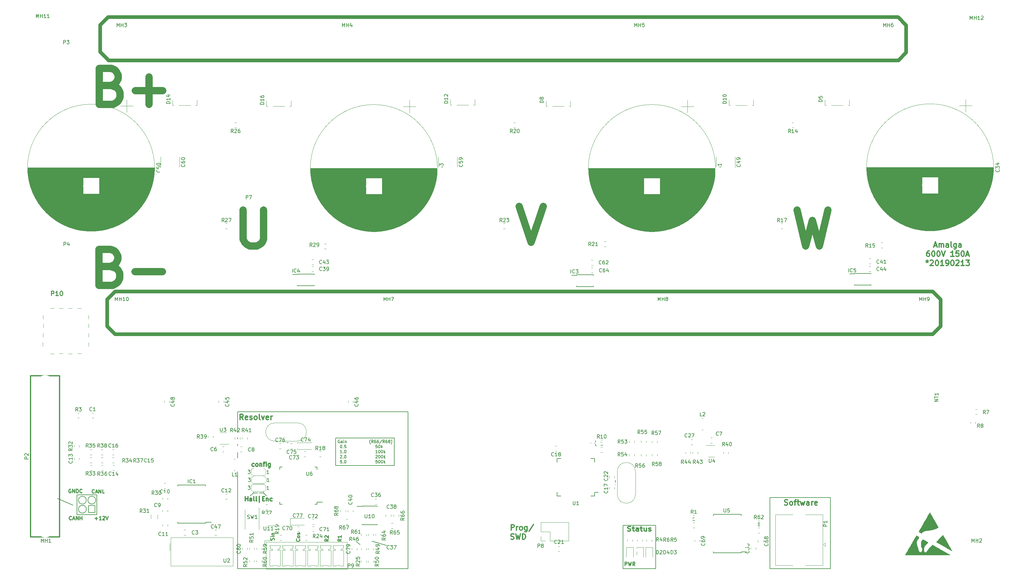
<source format=gbr>
%TF.GenerationSoftware,KiCad,Pcbnew,(5.0.0)*%
%TF.CreationDate,2019-04-29T14:59:10+02:00*%
%TF.ProjectId,Amalga_100,416D616C67615F3130302E6B69636164,rev?*%
%TF.SameCoordinates,Original*%
%TF.FileFunction,Legend,Top*%
%TF.FilePolarity,Positive*%
%FSLAX46Y46*%
G04 Gerber Fmt 4.6, Leading zero omitted, Abs format (unit mm)*
G04 Created by KiCad (PCBNEW (5.0.0)) date 04/29/19 14:59:10*
%MOMM*%
%LPD*%
G01*
G04 APERTURE LIST*
%ADD10C,0.150000*%
%ADD11C,1.000000*%
%ADD12C,2.000000*%
%ADD13C,0.200000*%
%ADD14C,0.300000*%
%ADD15C,0.250000*%
%ADD16C,0.120000*%
%ADD17C,0.010000*%
%ADD18C,0.100000*%
%ADD19C,0.254000*%
%ADD20C,0.203200*%
%ADD21C,1.375000*%
%ADD22R,1.950000X1.000000*%
%ADD23R,1.400000X1.900000*%
%ADD24C,0.500000*%
%ADD25R,1.800000X1.600000*%
%ADD26R,1.800000X1.400000*%
%ADD27O,2.100000X2.100000*%
%ADD28R,2.100000X2.100000*%
%ADD29C,3.400000*%
%ADD30C,1.800000*%
%ADD31R,1.800000X1.800000*%
%ADD32C,3.600000*%
%ADD33C,5.900000*%
%ADD34C,4.400000*%
%ADD35R,4.400000X4.400000*%
%ADD36R,1.160000X2.000000*%
%ADD37C,10.400000*%
%ADD38C,1.300000*%
%ADD39C,2.000000*%
%ADD40C,2.900000*%
%ADD41R,1.750000X3.800000*%
%ADD42C,2.200000*%
%ADD43C,1.750000*%
%ADD44C,1.900000*%
%ADD45O,1.900000X3.400000*%
%ADD46R,1.900000X3.400000*%
%ADD47R,2.250000X2.250000*%
%ADD48C,2.250000*%
%ADD49C,1.650000*%
%ADD50R,1.850000X0.850000*%
%ADD51R,2.400000X2.400000*%
%ADD52R,7.400000X7.400000*%
%ADD53R,0.960000X2.000000*%
%ADD54R,2.000000X0.960000*%
%ADD55R,1.460000X1.050000*%
%ADD56C,1.275000*%
%ADD57R,1.900000X1.000000*%
%ADD58R,2.200000X4.000000*%
%ADD59O,2.200000X4.000000*%
%ADD60R,0.650000X1.400000*%
%ADD61R,1.400000X0.650000*%
G04 APERTURE END LIST*
D10*
X114300000Y-160100000D02*
X110300000Y-158900000D01*
X107000000Y-159800000D02*
X105900000Y-159000000D01*
X23100000Y-147000000D02*
X27400000Y-148900000D01*
D11*
X39100000Y-101500000D02*
X265700000Y-101500000D01*
X267900000Y-99300000D02*
X267900000Y-91800000D01*
X265600000Y-89600000D02*
X39100000Y-89600000D01*
X265700000Y-101500000D02*
X267900000Y-99300000D01*
X265700000Y-89600000D02*
X267900000Y-91800000D01*
D12*
X38023809Y-32485714D02*
X39452380Y-32961904D01*
X39928571Y-33438095D01*
X40404761Y-34390476D01*
X40404761Y-35819047D01*
X39928571Y-36771428D01*
X39452380Y-37247619D01*
X38500000Y-37723809D01*
X34690476Y-37723809D01*
X34690476Y-27723809D01*
X38023809Y-27723809D01*
X38976190Y-28200000D01*
X39452380Y-28676190D01*
X39928571Y-29628571D01*
X39928571Y-30580952D01*
X39452380Y-31533333D01*
X38976190Y-32009523D01*
X38023809Y-32485714D01*
X34690476Y-32485714D01*
X44690476Y-33914285D02*
X52309523Y-33914285D01*
X48500000Y-37723809D02*
X48500000Y-30104761D01*
D11*
X37100000Y-25400000D02*
X34900000Y-23200000D01*
X34899999Y-15700000D02*
X34900000Y-23200000D01*
X37100000Y-13500000D02*
X34899999Y-15700000D01*
X256200000Y-13600000D02*
X258400000Y-15800000D01*
X256200000Y-25500000D02*
X258400000Y-23300000D01*
X258400000Y-23300000D02*
X258400000Y-15800000D01*
X36900000Y-99300000D02*
X39100000Y-101500000D01*
X36900000Y-91800000D02*
X36900000Y-99300000D01*
X39100000Y-89600000D02*
X36900000Y-91800000D01*
D12*
X37923809Y-82685714D02*
X39352380Y-83161904D01*
X39828571Y-83638095D01*
X40304761Y-84590476D01*
X40304761Y-86019047D01*
X39828571Y-86971428D01*
X39352380Y-87447619D01*
X38400000Y-87923809D01*
X34590476Y-87923809D01*
X34590476Y-77923809D01*
X37923809Y-77923809D01*
X38876190Y-78400000D01*
X39352380Y-78876190D01*
X39828571Y-79828571D01*
X39828571Y-80780952D01*
X39352380Y-81733333D01*
X38876190Y-82209523D01*
X37923809Y-82685714D01*
X34590476Y-82685714D01*
X44590476Y-84114285D02*
X52209523Y-84114285D01*
D13*
X220600000Y-146800000D02*
X237400000Y-146800000D01*
X220600000Y-166500000D02*
X220600000Y-146800000D01*
X237400000Y-166500000D02*
X237400000Y-146800000D01*
X220600000Y-166500000D02*
X237400000Y-166500000D01*
X77400000Y-145500000D02*
X77400000Y-145300000D01*
X80200000Y-145500000D02*
X80200000Y-145300000D01*
X76500000Y-146400000D02*
X77400000Y-145500000D01*
X77400000Y-145500000D02*
X78600000Y-145500000D01*
X80200000Y-145500000D02*
X81100000Y-146400000D01*
X79000000Y-145500000D02*
X80200000Y-145500000D01*
D14*
X75180714Y-147742857D02*
X75180714Y-146542857D01*
X75180714Y-147114285D02*
X75866428Y-147114285D01*
X75866428Y-147742857D02*
X75866428Y-146542857D01*
X76952142Y-147742857D02*
X76952142Y-147114285D01*
X76895000Y-147000000D01*
X76780714Y-146942857D01*
X76552142Y-146942857D01*
X76437857Y-147000000D01*
X76952142Y-147685714D02*
X76837857Y-147742857D01*
X76552142Y-147742857D01*
X76437857Y-147685714D01*
X76380714Y-147571428D01*
X76380714Y-147457142D01*
X76437857Y-147342857D01*
X76552142Y-147285714D01*
X76837857Y-147285714D01*
X76952142Y-147228571D01*
X77695000Y-147742857D02*
X77580714Y-147685714D01*
X77523571Y-147571428D01*
X77523571Y-146542857D01*
X78323571Y-147742857D02*
X78209285Y-147685714D01*
X78152142Y-147571428D01*
X78152142Y-146542857D01*
X79066428Y-148142857D02*
X79066428Y-146428571D01*
X79923571Y-147114285D02*
X80323571Y-147114285D01*
X80495000Y-147742857D02*
X79923571Y-147742857D01*
X79923571Y-146542857D01*
X80495000Y-146542857D01*
X81009285Y-146942857D02*
X81009285Y-147742857D01*
X81009285Y-147057142D02*
X81066428Y-147000000D01*
X81180714Y-146942857D01*
X81352142Y-146942857D01*
X81466428Y-147000000D01*
X81523571Y-147114285D01*
X81523571Y-147742857D01*
X82609285Y-147685714D02*
X82495000Y-147742857D01*
X82266428Y-147742857D01*
X82152142Y-147685714D01*
X82095000Y-147628571D01*
X82037857Y-147514285D01*
X82037857Y-147171428D01*
X82095000Y-147057142D01*
X82152142Y-147000000D01*
X82266428Y-146942857D01*
X82495000Y-146942857D01*
X82609285Y-147000000D01*
X224664285Y-148807142D02*
X224878571Y-148878571D01*
X225235714Y-148878571D01*
X225378571Y-148807142D01*
X225450000Y-148735714D01*
X225521428Y-148592857D01*
X225521428Y-148450000D01*
X225450000Y-148307142D01*
X225378571Y-148235714D01*
X225235714Y-148164285D01*
X224950000Y-148092857D01*
X224807142Y-148021428D01*
X224735714Y-147950000D01*
X224664285Y-147807142D01*
X224664285Y-147664285D01*
X224735714Y-147521428D01*
X224807142Y-147450000D01*
X224950000Y-147378571D01*
X225307142Y-147378571D01*
X225521428Y-147450000D01*
X226378571Y-148878571D02*
X226235714Y-148807142D01*
X226164285Y-148735714D01*
X226092857Y-148592857D01*
X226092857Y-148164285D01*
X226164285Y-148021428D01*
X226235714Y-147950000D01*
X226378571Y-147878571D01*
X226592857Y-147878571D01*
X226735714Y-147950000D01*
X226807142Y-148021428D01*
X226878571Y-148164285D01*
X226878571Y-148592857D01*
X226807142Y-148735714D01*
X226735714Y-148807142D01*
X226592857Y-148878571D01*
X226378571Y-148878571D01*
X227307142Y-147878571D02*
X227878571Y-147878571D01*
X227521428Y-148878571D02*
X227521428Y-147592857D01*
X227592857Y-147450000D01*
X227735714Y-147378571D01*
X227878571Y-147378571D01*
X228164285Y-147878571D02*
X228735714Y-147878571D01*
X228378571Y-147378571D02*
X228378571Y-148664285D01*
X228450000Y-148807142D01*
X228592857Y-148878571D01*
X228735714Y-148878571D01*
X229092857Y-147878571D02*
X229378571Y-148878571D01*
X229664285Y-148164285D01*
X229950000Y-148878571D01*
X230235714Y-147878571D01*
X231450000Y-148878571D02*
X231450000Y-148092857D01*
X231378571Y-147950000D01*
X231235714Y-147878571D01*
X230950000Y-147878571D01*
X230807142Y-147950000D01*
X231450000Y-148807142D02*
X231307142Y-148878571D01*
X230950000Y-148878571D01*
X230807142Y-148807142D01*
X230735714Y-148664285D01*
X230735714Y-148521428D01*
X230807142Y-148378571D01*
X230950000Y-148307142D01*
X231307142Y-148307142D01*
X231450000Y-148235714D01*
X232164285Y-148878571D02*
X232164285Y-147878571D01*
X232164285Y-148164285D02*
X232235714Y-148021428D01*
X232307142Y-147950000D01*
X232450000Y-147878571D01*
X232592857Y-147878571D01*
X233664285Y-148807142D02*
X233521428Y-148878571D01*
X233235714Y-148878571D01*
X233092857Y-148807142D01*
X233021428Y-148664285D01*
X233021428Y-148092857D01*
X233092857Y-147950000D01*
X233235714Y-147878571D01*
X233521428Y-147878571D01*
X233664285Y-147950000D01*
X233735714Y-148092857D01*
X233735714Y-148235714D01*
X233021428Y-148378571D01*
X148852142Y-155803571D02*
X148852142Y-154303571D01*
X149423571Y-154303571D01*
X149566428Y-154375000D01*
X149637857Y-154446428D01*
X149709285Y-154589285D01*
X149709285Y-154803571D01*
X149637857Y-154946428D01*
X149566428Y-155017857D01*
X149423571Y-155089285D01*
X148852142Y-155089285D01*
X150352142Y-155803571D02*
X150352142Y-154803571D01*
X150352142Y-155089285D02*
X150423571Y-154946428D01*
X150495000Y-154875000D01*
X150637857Y-154803571D01*
X150780714Y-154803571D01*
X151495000Y-155803571D02*
X151352142Y-155732142D01*
X151280714Y-155660714D01*
X151209285Y-155517857D01*
X151209285Y-155089285D01*
X151280714Y-154946428D01*
X151352142Y-154875000D01*
X151495000Y-154803571D01*
X151709285Y-154803571D01*
X151852142Y-154875000D01*
X151923571Y-154946428D01*
X151995000Y-155089285D01*
X151995000Y-155517857D01*
X151923571Y-155660714D01*
X151852142Y-155732142D01*
X151709285Y-155803571D01*
X151495000Y-155803571D01*
X153280714Y-154803571D02*
X153280714Y-156017857D01*
X153209285Y-156160714D01*
X153137857Y-156232142D01*
X152995000Y-156303571D01*
X152780714Y-156303571D01*
X152637857Y-156232142D01*
X153280714Y-155732142D02*
X153137857Y-155803571D01*
X152852142Y-155803571D01*
X152709285Y-155732142D01*
X152637857Y-155660714D01*
X152566428Y-155517857D01*
X152566428Y-155089285D01*
X152637857Y-154946428D01*
X152709285Y-154875000D01*
X152852142Y-154803571D01*
X153137857Y-154803571D01*
X153280714Y-154875000D01*
X155066428Y-154232142D02*
X153780714Y-156160714D01*
X148780714Y-158282142D02*
X148995000Y-158353571D01*
X149352142Y-158353571D01*
X149495000Y-158282142D01*
X149566428Y-158210714D01*
X149637857Y-158067857D01*
X149637857Y-157925000D01*
X149566428Y-157782142D01*
X149495000Y-157710714D01*
X149352142Y-157639285D01*
X149066428Y-157567857D01*
X148923571Y-157496428D01*
X148852142Y-157425000D01*
X148780714Y-157282142D01*
X148780714Y-157139285D01*
X148852142Y-156996428D01*
X148923571Y-156925000D01*
X149066428Y-156853571D01*
X149423571Y-156853571D01*
X149637857Y-156925000D01*
X150137857Y-156853571D02*
X150495000Y-158353571D01*
X150780714Y-157282142D01*
X151066428Y-158353571D01*
X151423571Y-156853571D01*
X151995000Y-158353571D02*
X151995000Y-156853571D01*
X152352142Y-156853571D01*
X152566428Y-156925000D01*
X152709285Y-157067857D01*
X152780714Y-157210714D01*
X152852142Y-157496428D01*
X152852142Y-157710714D01*
X152780714Y-157996428D01*
X152709285Y-158139285D01*
X152566428Y-158282142D01*
X152352142Y-158353571D01*
X151995000Y-158353571D01*
X77595000Y-138085714D02*
X77480714Y-138142857D01*
X77252142Y-138142857D01*
X77137857Y-138085714D01*
X77080714Y-138028571D01*
X77023571Y-137914285D01*
X77023571Y-137571428D01*
X77080714Y-137457142D01*
X77137857Y-137400000D01*
X77252142Y-137342857D01*
X77480714Y-137342857D01*
X77595000Y-137400000D01*
X78280714Y-138142857D02*
X78166428Y-138085714D01*
X78109285Y-138028571D01*
X78052142Y-137914285D01*
X78052142Y-137571428D01*
X78109285Y-137457142D01*
X78166428Y-137400000D01*
X78280714Y-137342857D01*
X78452142Y-137342857D01*
X78566428Y-137400000D01*
X78623571Y-137457142D01*
X78680714Y-137571428D01*
X78680714Y-137914285D01*
X78623571Y-138028571D01*
X78566428Y-138085714D01*
X78452142Y-138142857D01*
X78280714Y-138142857D01*
X79195000Y-137342857D02*
X79195000Y-138142857D01*
X79195000Y-137457142D02*
X79252142Y-137400000D01*
X79366428Y-137342857D01*
X79537857Y-137342857D01*
X79652142Y-137400000D01*
X79709285Y-137514285D01*
X79709285Y-138142857D01*
X80109285Y-137342857D02*
X80566428Y-137342857D01*
X80280714Y-138142857D02*
X80280714Y-137114285D01*
X80337857Y-137000000D01*
X80452142Y-136942857D01*
X80566428Y-136942857D01*
X80966428Y-138142857D02*
X80966428Y-137342857D01*
X80966428Y-136942857D02*
X80909285Y-137000000D01*
X80966428Y-137057142D01*
X81023571Y-137000000D01*
X80966428Y-136942857D01*
X80966428Y-137057142D01*
X82052142Y-137342857D02*
X82052142Y-138314285D01*
X81995000Y-138428571D01*
X81937857Y-138485714D01*
X81823571Y-138542857D01*
X81652142Y-138542857D01*
X81537857Y-138485714D01*
X82052142Y-138085714D02*
X81937857Y-138142857D01*
X81709285Y-138142857D01*
X81595000Y-138085714D01*
X81537857Y-138028571D01*
X81480714Y-137914285D01*
X81480714Y-137571428D01*
X81537857Y-137457142D01*
X81595000Y-137400000D01*
X81709285Y-137342857D01*
X81937857Y-137342857D01*
X82052142Y-137400000D01*
D15*
X26738095Y-144500000D02*
X26642857Y-144452380D01*
X26500000Y-144452380D01*
X26357142Y-144500000D01*
X26261904Y-144595238D01*
X26214285Y-144690476D01*
X26166666Y-144880952D01*
X26166666Y-145023809D01*
X26214285Y-145214285D01*
X26261904Y-145309523D01*
X26357142Y-145404761D01*
X26500000Y-145452380D01*
X26595238Y-145452380D01*
X26738095Y-145404761D01*
X26785714Y-145357142D01*
X26785714Y-145023809D01*
X26595238Y-145023809D01*
X27214285Y-145452380D02*
X27214285Y-144452380D01*
X27785714Y-145452380D01*
X27785714Y-144452380D01*
X28261904Y-145452380D02*
X28261904Y-144452380D01*
X28500000Y-144452380D01*
X28642857Y-144500000D01*
X28738095Y-144595238D01*
X28785714Y-144690476D01*
X28833333Y-144880952D01*
X28833333Y-145023809D01*
X28785714Y-145214285D01*
X28738095Y-145309523D01*
X28642857Y-145404761D01*
X28500000Y-145452380D01*
X28261904Y-145452380D01*
X29833333Y-145357142D02*
X29785714Y-145404761D01*
X29642857Y-145452380D01*
X29547619Y-145452380D01*
X29404761Y-145404761D01*
X29309523Y-145309523D01*
X29261904Y-145214285D01*
X29214285Y-145023809D01*
X29214285Y-144880952D01*
X29261904Y-144690476D01*
X29309523Y-144595238D01*
X29404761Y-144500000D01*
X29547619Y-144452380D01*
X29642857Y-144452380D01*
X29785714Y-144500000D01*
X29833333Y-144547619D01*
X33438095Y-152571428D02*
X34200000Y-152571428D01*
X33819047Y-152952380D02*
X33819047Y-152190476D01*
X35200000Y-152952380D02*
X34628571Y-152952380D01*
X34914285Y-152952380D02*
X34914285Y-151952380D01*
X34819047Y-152095238D01*
X34723809Y-152190476D01*
X34628571Y-152238095D01*
X35580952Y-152047619D02*
X35628571Y-152000000D01*
X35723809Y-151952380D01*
X35961904Y-151952380D01*
X36057142Y-152000000D01*
X36104761Y-152047619D01*
X36152380Y-152142857D01*
X36152380Y-152238095D01*
X36104761Y-152380952D01*
X35533333Y-152952380D01*
X36152380Y-152952380D01*
X36438095Y-151952380D02*
X36771428Y-152952380D01*
X37104761Y-151952380D01*
X26933333Y-152857142D02*
X26885714Y-152904761D01*
X26742857Y-152952380D01*
X26647619Y-152952380D01*
X26504761Y-152904761D01*
X26409523Y-152809523D01*
X26361904Y-152714285D01*
X26314285Y-152523809D01*
X26314285Y-152380952D01*
X26361904Y-152190476D01*
X26409523Y-152095238D01*
X26504761Y-152000000D01*
X26647619Y-151952380D01*
X26742857Y-151952380D01*
X26885714Y-152000000D01*
X26933333Y-152047619D01*
X27314285Y-152666666D02*
X27790476Y-152666666D01*
X27219047Y-152952380D02*
X27552380Y-151952380D01*
X27885714Y-152952380D01*
X28219047Y-152952380D02*
X28219047Y-151952380D01*
X28790476Y-152952380D01*
X28790476Y-151952380D01*
X29266666Y-152952380D02*
X29266666Y-151952380D01*
X29266666Y-152428571D02*
X29838095Y-152428571D01*
X29838095Y-152952380D02*
X29838095Y-151952380D01*
X33252380Y-145457142D02*
X33204761Y-145504761D01*
X33061904Y-145552380D01*
X32966666Y-145552380D01*
X32823809Y-145504761D01*
X32728571Y-145409523D01*
X32680952Y-145314285D01*
X32633333Y-145123809D01*
X32633333Y-144980952D01*
X32680952Y-144790476D01*
X32728571Y-144695238D01*
X32823809Y-144600000D01*
X32966666Y-144552380D01*
X33061904Y-144552380D01*
X33204761Y-144600000D01*
X33252380Y-144647619D01*
X33633333Y-145266666D02*
X34109523Y-145266666D01*
X33538095Y-145552380D02*
X33871428Y-144552380D01*
X34204761Y-145552380D01*
X34538095Y-145552380D02*
X34538095Y-144552380D01*
X35109523Y-145552380D01*
X35109523Y-144552380D01*
X36061904Y-145552380D02*
X35585714Y-145552380D01*
X35585714Y-144552380D01*
D13*
X31700000Y-149000000D02*
X33500000Y-149000000D01*
X31700000Y-150900000D02*
X31700000Y-149000000D01*
X33500000Y-150900000D02*
X31700000Y-150900000D01*
X33500000Y-149000000D02*
X33500000Y-150900000D01*
X31700000Y-149000000D02*
X33500000Y-149000000D01*
X33681665Y-147500000D02*
G75*
G03X33681665Y-147500000I-1081665J0D01*
G01*
X31081665Y-150018335D02*
G75*
G03X31081665Y-150018335I-1081665J0D01*
G01*
X31081665Y-147518335D02*
G75*
G03X31081665Y-147518335I-1081665J0D01*
G01*
X28500000Y-151500000D02*
X28500000Y-146000000D01*
X34000000Y-151500000D02*
X28500000Y-151500000D01*
X28500000Y-146000000D02*
X34000000Y-146000000D01*
X34000000Y-146000000D02*
X34000000Y-151500000D01*
D14*
X181150000Y-156026190D02*
X181364285Y-156088095D01*
X181721428Y-156088095D01*
X181864285Y-156026190D01*
X181935714Y-155964285D01*
X182007142Y-155840476D01*
X182007142Y-155716666D01*
X181935714Y-155592857D01*
X181864285Y-155530952D01*
X181721428Y-155469047D01*
X181435714Y-155407142D01*
X181292857Y-155345238D01*
X181221428Y-155283333D01*
X181150000Y-155159523D01*
X181150000Y-155035714D01*
X181221428Y-154911904D01*
X181292857Y-154850000D01*
X181435714Y-154788095D01*
X181792857Y-154788095D01*
X182007142Y-154850000D01*
X182435714Y-155221428D02*
X183007142Y-155221428D01*
X182650000Y-154788095D02*
X182650000Y-155902380D01*
X182721428Y-156026190D01*
X182864285Y-156088095D01*
X183007142Y-156088095D01*
X184150000Y-156088095D02*
X184150000Y-155407142D01*
X184078571Y-155283333D01*
X183935714Y-155221428D01*
X183650000Y-155221428D01*
X183507142Y-155283333D01*
X184150000Y-156026190D02*
X184007142Y-156088095D01*
X183650000Y-156088095D01*
X183507142Y-156026190D01*
X183435714Y-155902380D01*
X183435714Y-155778571D01*
X183507142Y-155654761D01*
X183650000Y-155592857D01*
X184007142Y-155592857D01*
X184150000Y-155530952D01*
X184650000Y-155221428D02*
X185221428Y-155221428D01*
X184864285Y-154788095D02*
X184864285Y-155902380D01*
X184935714Y-156026190D01*
X185078571Y-156088095D01*
X185221428Y-156088095D01*
X186364285Y-155221428D02*
X186364285Y-156088095D01*
X185721428Y-155221428D02*
X185721428Y-155902380D01*
X185792857Y-156026190D01*
X185935714Y-156088095D01*
X186150000Y-156088095D01*
X186292857Y-156026190D01*
X186364285Y-155964285D01*
X187007142Y-156026190D02*
X187150000Y-156088095D01*
X187435714Y-156088095D01*
X187578571Y-156026190D01*
X187650000Y-155902380D01*
X187650000Y-155840476D01*
X187578571Y-155716666D01*
X187435714Y-155654761D01*
X187221428Y-155654761D01*
X187078571Y-155592857D01*
X187007142Y-155469047D01*
X187007142Y-155407142D01*
X187078571Y-155283333D01*
X187221428Y-155221428D01*
X187435714Y-155221428D01*
X187578571Y-155283333D01*
D13*
X179900000Y-166500000D02*
X179900000Y-154500000D01*
X188900000Y-166500000D02*
X179900000Y-166500000D01*
X188900000Y-154500000D02*
X188900000Y-166500000D01*
X179900000Y-154500000D02*
X188900000Y-154500000D01*
D15*
X101752380Y-158256666D02*
X101276190Y-158590000D01*
X101752380Y-158828095D02*
X100752380Y-158828095D01*
X100752380Y-158447142D01*
X100800000Y-158351904D01*
X100847619Y-158304285D01*
X100942857Y-158256666D01*
X101085714Y-158256666D01*
X101180952Y-158304285D01*
X101228571Y-158351904D01*
X101276190Y-158447142D01*
X101276190Y-158828095D01*
X101752380Y-157304285D02*
X101752380Y-157875714D01*
X101752380Y-157590000D02*
X100752380Y-157590000D01*
X100895238Y-157685238D01*
X100990476Y-157780476D01*
X101038095Y-157875714D01*
X98152380Y-158266666D02*
X97676190Y-158600000D01*
X98152380Y-158838095D02*
X97152380Y-158838095D01*
X97152380Y-158457142D01*
X97200000Y-158361904D01*
X97247619Y-158314285D01*
X97342857Y-158266666D01*
X97485714Y-158266666D01*
X97580952Y-158314285D01*
X97628571Y-158361904D01*
X97676190Y-158457142D01*
X97676190Y-158838095D01*
X97247619Y-157885714D02*
X97200000Y-157838095D01*
X97152380Y-157742857D01*
X97152380Y-157504761D01*
X97200000Y-157409523D01*
X97247619Y-157361904D01*
X97342857Y-157314285D01*
X97438095Y-157314285D01*
X97580952Y-157361904D01*
X98152380Y-157933333D01*
X98152380Y-157314285D01*
X90157142Y-158247619D02*
X90204761Y-158295238D01*
X90252380Y-158438095D01*
X90252380Y-158533333D01*
X90204761Y-158676190D01*
X90109523Y-158771428D01*
X90014285Y-158819047D01*
X89823809Y-158866666D01*
X89680952Y-158866666D01*
X89490476Y-158819047D01*
X89395238Y-158771428D01*
X89300000Y-158676190D01*
X89252380Y-158533333D01*
X89252380Y-158438095D01*
X89300000Y-158295238D01*
X89347619Y-158247619D01*
X90252380Y-157676190D02*
X90204761Y-157771428D01*
X90157142Y-157819047D01*
X90061904Y-157866666D01*
X89776190Y-157866666D01*
X89680952Y-157819047D01*
X89633333Y-157771428D01*
X89585714Y-157676190D01*
X89585714Y-157533333D01*
X89633333Y-157438095D01*
X89680952Y-157390476D01*
X89776190Y-157342857D01*
X90061904Y-157342857D01*
X90157142Y-157390476D01*
X90204761Y-157438095D01*
X90252380Y-157533333D01*
X90252380Y-157676190D01*
X90204761Y-156961904D02*
X90252380Y-156866666D01*
X90252380Y-156676190D01*
X90204761Y-156580952D01*
X90109523Y-156533333D01*
X90061904Y-156533333D01*
X89966666Y-156580952D01*
X89919047Y-156676190D01*
X89919047Y-156819047D01*
X89871428Y-156914285D01*
X89776190Y-156961904D01*
X89728571Y-156961904D01*
X89633333Y-156914285D01*
X89585714Y-156819047D01*
X89585714Y-156676190D01*
X89633333Y-156580952D01*
X83104761Y-158576190D02*
X83152380Y-158433333D01*
X83152380Y-158195238D01*
X83104761Y-158100000D01*
X83057142Y-158052380D01*
X82961904Y-158004761D01*
X82866666Y-158004761D01*
X82771428Y-158052380D01*
X82723809Y-158100000D01*
X82676190Y-158195238D01*
X82628571Y-158385714D01*
X82580952Y-158480952D01*
X82533333Y-158528571D01*
X82438095Y-158576190D01*
X82342857Y-158576190D01*
X82247619Y-158528571D01*
X82200000Y-158480952D01*
X82152380Y-158385714D01*
X82152380Y-158147619D01*
X82200000Y-158004761D01*
X83152380Y-157576190D02*
X82485714Y-157576190D01*
X82152380Y-157576190D02*
X82200000Y-157623809D01*
X82247619Y-157576190D01*
X82200000Y-157528571D01*
X82152380Y-157576190D01*
X82247619Y-157576190D01*
X82485714Y-157100000D02*
X83152380Y-157100000D01*
X82580952Y-157100000D02*
X82533333Y-157052380D01*
X82485714Y-156957142D01*
X82485714Y-156814285D01*
X82533333Y-156719047D01*
X82628571Y-156671428D01*
X83152380Y-156671428D01*
D14*
X74564285Y-125178571D02*
X74064285Y-124464285D01*
X73707142Y-125178571D02*
X73707142Y-123678571D01*
X74278571Y-123678571D01*
X74421428Y-123750000D01*
X74492857Y-123821428D01*
X74564285Y-123964285D01*
X74564285Y-124178571D01*
X74492857Y-124321428D01*
X74421428Y-124392857D01*
X74278571Y-124464285D01*
X73707142Y-124464285D01*
X75778571Y-125107142D02*
X75635714Y-125178571D01*
X75350000Y-125178571D01*
X75207142Y-125107142D01*
X75135714Y-124964285D01*
X75135714Y-124392857D01*
X75207142Y-124250000D01*
X75350000Y-124178571D01*
X75635714Y-124178571D01*
X75778571Y-124250000D01*
X75850000Y-124392857D01*
X75850000Y-124535714D01*
X75135714Y-124678571D01*
X76421428Y-125107142D02*
X76564285Y-125178571D01*
X76850000Y-125178571D01*
X76992857Y-125107142D01*
X77064285Y-124964285D01*
X77064285Y-124892857D01*
X76992857Y-124750000D01*
X76850000Y-124678571D01*
X76635714Y-124678571D01*
X76492857Y-124607142D01*
X76421428Y-124464285D01*
X76421428Y-124392857D01*
X76492857Y-124250000D01*
X76635714Y-124178571D01*
X76850000Y-124178571D01*
X76992857Y-124250000D01*
X77921428Y-125178571D02*
X77778571Y-125107142D01*
X77707142Y-125035714D01*
X77635714Y-124892857D01*
X77635714Y-124464285D01*
X77707142Y-124321428D01*
X77778571Y-124250000D01*
X77921428Y-124178571D01*
X78135714Y-124178571D01*
X78278571Y-124250000D01*
X78350000Y-124321428D01*
X78421428Y-124464285D01*
X78421428Y-124892857D01*
X78350000Y-125035714D01*
X78278571Y-125107142D01*
X78135714Y-125178571D01*
X77921428Y-125178571D01*
X79278571Y-125178571D02*
X79135714Y-125107142D01*
X79064285Y-124964285D01*
X79064285Y-123678571D01*
X79707142Y-124178571D02*
X80064285Y-125178571D01*
X80421428Y-124178571D01*
X81564285Y-125107142D02*
X81421428Y-125178571D01*
X81135714Y-125178571D01*
X80992857Y-125107142D01*
X80921428Y-124964285D01*
X80921428Y-124392857D01*
X80992857Y-124250000D01*
X81135714Y-124178571D01*
X81421428Y-124178571D01*
X81564285Y-124250000D01*
X81635714Y-124392857D01*
X81635714Y-124535714D01*
X80921428Y-124678571D01*
X82278571Y-125178571D02*
X82278571Y-124178571D01*
X82278571Y-124464285D02*
X82350000Y-124321428D01*
X82421428Y-124250000D01*
X82564285Y-124178571D01*
X82707142Y-124178571D01*
D13*
X120300000Y-123000000D02*
X120300000Y-166500000D01*
X73000000Y-123000000D02*
X120300000Y-123000000D01*
X73000000Y-166500000D02*
X73000000Y-123000000D01*
X120300000Y-166500000D02*
X73000000Y-166500000D01*
D15*
X180406666Y-165632380D02*
X180406666Y-164632380D01*
X180787619Y-164632380D01*
X180882857Y-164680000D01*
X180930476Y-164727619D01*
X180978095Y-164822857D01*
X180978095Y-164965714D01*
X180930476Y-165060952D01*
X180882857Y-165108571D01*
X180787619Y-165156190D01*
X180406666Y-165156190D01*
X181311428Y-164632380D02*
X181549523Y-165632380D01*
X181740000Y-164918095D01*
X181930476Y-165632380D01*
X182168571Y-164632380D01*
X183120952Y-165632380D02*
X182787619Y-165156190D01*
X182549523Y-165632380D02*
X182549523Y-164632380D01*
X182930476Y-164632380D01*
X183025714Y-164680000D01*
X183073333Y-164727619D01*
X183120952Y-164822857D01*
X183120952Y-164965714D01*
X183073333Y-165060952D01*
X183025714Y-165108571D01*
X182930476Y-165156190D01*
X182549523Y-165156190D01*
D13*
X100200000Y-137900006D02*
X100200000Y-130302000D01*
X116490012Y-137910000D02*
X100200000Y-137910000D01*
X116484000Y-130398000D02*
X116484000Y-137910002D01*
X100200000Y-130302000D02*
X116500000Y-130300000D01*
X101323523Y-130860000D02*
X101247333Y-130821904D01*
X101133047Y-130821904D01*
X101018761Y-130860000D01*
X100942571Y-130936190D01*
X100904476Y-131012380D01*
X100866380Y-131164761D01*
X100866380Y-131279047D01*
X100904476Y-131431428D01*
X100942571Y-131507619D01*
X101018761Y-131583809D01*
X101133047Y-131621904D01*
X101209238Y-131621904D01*
X101323523Y-131583809D01*
X101361619Y-131545714D01*
X101361619Y-131279047D01*
X101209238Y-131279047D01*
X102047333Y-131621904D02*
X102047333Y-131202857D01*
X102009238Y-131126666D01*
X101933047Y-131088571D01*
X101780666Y-131088571D01*
X101704476Y-131126666D01*
X102047333Y-131583809D02*
X101971142Y-131621904D01*
X101780666Y-131621904D01*
X101704476Y-131583809D01*
X101666380Y-131507619D01*
X101666380Y-131431428D01*
X101704476Y-131355238D01*
X101780666Y-131317142D01*
X101971142Y-131317142D01*
X102047333Y-131279047D01*
X102428285Y-131621904D02*
X102428285Y-131088571D01*
X102428285Y-130821904D02*
X102390190Y-130860000D01*
X102428285Y-130898095D01*
X102466380Y-130860000D01*
X102428285Y-130821904D01*
X102428285Y-130898095D01*
X102809238Y-131088571D02*
X102809238Y-131621904D01*
X102809238Y-131164761D02*
X102847333Y-131126666D01*
X102923523Y-131088571D01*
X103037809Y-131088571D01*
X103114000Y-131126666D01*
X103152095Y-131202857D01*
X103152095Y-131621904D01*
X109856857Y-131926666D02*
X109818761Y-131888571D01*
X109742571Y-131774285D01*
X109704476Y-131698095D01*
X109666380Y-131583809D01*
X109628285Y-131393333D01*
X109628285Y-131240952D01*
X109666380Y-131050476D01*
X109704476Y-130936190D01*
X109742571Y-130860000D01*
X109818761Y-130745714D01*
X109856857Y-130707619D01*
X110618761Y-131621904D02*
X110352095Y-131240952D01*
X110161619Y-131621904D02*
X110161619Y-130821904D01*
X110466380Y-130821904D01*
X110542571Y-130860000D01*
X110580666Y-130898095D01*
X110618761Y-130974285D01*
X110618761Y-131088571D01*
X110580666Y-131164761D01*
X110542571Y-131202857D01*
X110466380Y-131240952D01*
X110161619Y-131240952D01*
X111304476Y-130821904D02*
X111152095Y-130821904D01*
X111075904Y-130860000D01*
X111037809Y-130898095D01*
X110961619Y-131012380D01*
X110923523Y-131164761D01*
X110923523Y-131469523D01*
X110961619Y-131545714D01*
X110999714Y-131583809D01*
X111075904Y-131621904D01*
X111228285Y-131621904D01*
X111304476Y-131583809D01*
X111342571Y-131545714D01*
X111380666Y-131469523D01*
X111380666Y-131279047D01*
X111342571Y-131202857D01*
X111304476Y-131164761D01*
X111228285Y-131126666D01*
X111075904Y-131126666D01*
X110999714Y-131164761D01*
X110961619Y-131202857D01*
X110923523Y-131279047D01*
X112066380Y-130821904D02*
X111914000Y-130821904D01*
X111837809Y-130860000D01*
X111799714Y-130898095D01*
X111723523Y-131012380D01*
X111685428Y-131164761D01*
X111685428Y-131469523D01*
X111723523Y-131545714D01*
X111761619Y-131583809D01*
X111837809Y-131621904D01*
X111990190Y-131621904D01*
X112066380Y-131583809D01*
X112104476Y-131545714D01*
X112142571Y-131469523D01*
X112142571Y-131279047D01*
X112104476Y-131202857D01*
X112066380Y-131164761D01*
X111990190Y-131126666D01*
X111837809Y-131126666D01*
X111761619Y-131164761D01*
X111723523Y-131202857D01*
X111685428Y-131279047D01*
X113056857Y-130783809D02*
X112371142Y-131812380D01*
X113780666Y-131621904D02*
X113514000Y-131240952D01*
X113323523Y-131621904D02*
X113323523Y-130821904D01*
X113628285Y-130821904D01*
X113704476Y-130860000D01*
X113742571Y-130898095D01*
X113780666Y-130974285D01*
X113780666Y-131088571D01*
X113742571Y-131164761D01*
X113704476Y-131202857D01*
X113628285Y-131240952D01*
X113323523Y-131240952D01*
X114466380Y-130821904D02*
X114314000Y-130821904D01*
X114237809Y-130860000D01*
X114199714Y-130898095D01*
X114123523Y-131012380D01*
X114085428Y-131164761D01*
X114085428Y-131469523D01*
X114123523Y-131545714D01*
X114161619Y-131583809D01*
X114237809Y-131621904D01*
X114390190Y-131621904D01*
X114466380Y-131583809D01*
X114504476Y-131545714D01*
X114542571Y-131469523D01*
X114542571Y-131279047D01*
X114504476Y-131202857D01*
X114466380Y-131164761D01*
X114390190Y-131126666D01*
X114237809Y-131126666D01*
X114161619Y-131164761D01*
X114123523Y-131202857D01*
X114085428Y-131279047D01*
X114999714Y-131164761D02*
X114923523Y-131126666D01*
X114885428Y-131088571D01*
X114847333Y-131012380D01*
X114847333Y-130974285D01*
X114885428Y-130898095D01*
X114923523Y-130860000D01*
X114999714Y-130821904D01*
X115152095Y-130821904D01*
X115228285Y-130860000D01*
X115266380Y-130898095D01*
X115304476Y-130974285D01*
X115304476Y-131012380D01*
X115266380Y-131088571D01*
X115228285Y-131126666D01*
X115152095Y-131164761D01*
X114999714Y-131164761D01*
X114923523Y-131202857D01*
X114885428Y-131240952D01*
X114847333Y-131317142D01*
X114847333Y-131469523D01*
X114885428Y-131545714D01*
X114923523Y-131583809D01*
X114999714Y-131621904D01*
X115152095Y-131621904D01*
X115228285Y-131583809D01*
X115266380Y-131545714D01*
X115304476Y-131469523D01*
X115304476Y-131317142D01*
X115266380Y-131240952D01*
X115228285Y-131202857D01*
X115152095Y-131164761D01*
X115571142Y-131926666D02*
X115609238Y-131888571D01*
X115685428Y-131774285D01*
X115723523Y-131698095D01*
X115761619Y-131583809D01*
X115799714Y-131393333D01*
X115799714Y-131240952D01*
X115761619Y-131050476D01*
X115723523Y-130936190D01*
X115685428Y-130860000D01*
X115609238Y-130745714D01*
X115571142Y-130707619D01*
X101666380Y-132221904D02*
X101742571Y-132221904D01*
X101818761Y-132260000D01*
X101856857Y-132298095D01*
X101894952Y-132374285D01*
X101933047Y-132526666D01*
X101933047Y-132717142D01*
X101894952Y-132869523D01*
X101856857Y-132945714D01*
X101818761Y-132983809D01*
X101742571Y-133021904D01*
X101666380Y-133021904D01*
X101590190Y-132983809D01*
X101552095Y-132945714D01*
X101514000Y-132869523D01*
X101475904Y-132717142D01*
X101475904Y-132526666D01*
X101514000Y-132374285D01*
X101552095Y-132298095D01*
X101590190Y-132260000D01*
X101666380Y-132221904D01*
X102275904Y-132945714D02*
X102314000Y-132983809D01*
X102275904Y-133021904D01*
X102237809Y-132983809D01*
X102275904Y-132945714D01*
X102275904Y-133021904D01*
X103037809Y-132221904D02*
X102656857Y-132221904D01*
X102618761Y-132602857D01*
X102656857Y-132564761D01*
X102733047Y-132526666D01*
X102923523Y-132526666D01*
X102999714Y-132564761D01*
X103037809Y-132602857D01*
X103075904Y-132679047D01*
X103075904Y-132869523D01*
X103037809Y-132945714D01*
X102999714Y-132983809D01*
X102923523Y-133021904D01*
X102733047Y-133021904D01*
X102656857Y-132983809D01*
X102618761Y-132945714D01*
X111723523Y-132221904D02*
X111342571Y-132221904D01*
X111304476Y-132602857D01*
X111342571Y-132564761D01*
X111418761Y-132526666D01*
X111609238Y-132526666D01*
X111685428Y-132564761D01*
X111723523Y-132602857D01*
X111761619Y-132679047D01*
X111761619Y-132869523D01*
X111723523Y-132945714D01*
X111685428Y-132983809D01*
X111609238Y-133021904D01*
X111418761Y-133021904D01*
X111342571Y-132983809D01*
X111304476Y-132945714D01*
X112256857Y-132221904D02*
X112333047Y-132221904D01*
X112409238Y-132260000D01*
X112447333Y-132298095D01*
X112485428Y-132374285D01*
X112523523Y-132526666D01*
X112523523Y-132717142D01*
X112485428Y-132869523D01*
X112447333Y-132945714D01*
X112409238Y-132983809D01*
X112333047Y-133021904D01*
X112256857Y-133021904D01*
X112180666Y-132983809D01*
X112142571Y-132945714D01*
X112104476Y-132869523D01*
X112066380Y-132717142D01*
X112066380Y-132526666D01*
X112104476Y-132374285D01*
X112142571Y-132298095D01*
X112180666Y-132260000D01*
X112256857Y-132221904D01*
X112866380Y-133021904D02*
X112866380Y-132221904D01*
X112942571Y-132717142D02*
X113171142Y-133021904D01*
X113171142Y-132488571D02*
X112866380Y-132793333D01*
X101933047Y-134421904D02*
X101475904Y-134421904D01*
X101704476Y-134421904D02*
X101704476Y-133621904D01*
X101628285Y-133736190D01*
X101552095Y-133812380D01*
X101475904Y-133850476D01*
X102275904Y-134345714D02*
X102314000Y-134383809D01*
X102275904Y-134421904D01*
X102237809Y-134383809D01*
X102275904Y-134345714D01*
X102275904Y-134421904D01*
X102809238Y-133621904D02*
X102885428Y-133621904D01*
X102961619Y-133660000D01*
X102999714Y-133698095D01*
X103037809Y-133774285D01*
X103075904Y-133926666D01*
X103075904Y-134117142D01*
X103037809Y-134269523D01*
X102999714Y-134345714D01*
X102961619Y-134383809D01*
X102885428Y-134421904D01*
X102809238Y-134421904D01*
X102733047Y-134383809D01*
X102694952Y-134345714D01*
X102656857Y-134269523D01*
X102618761Y-134117142D01*
X102618761Y-133926666D01*
X102656857Y-133774285D01*
X102694952Y-133698095D01*
X102733047Y-133660000D01*
X102809238Y-133621904D01*
X111761619Y-134421904D02*
X111304476Y-134421904D01*
X111533047Y-134421904D02*
X111533047Y-133621904D01*
X111456857Y-133736190D01*
X111380666Y-133812380D01*
X111304476Y-133850476D01*
X112256857Y-133621904D02*
X112333047Y-133621904D01*
X112409238Y-133660000D01*
X112447333Y-133698095D01*
X112485428Y-133774285D01*
X112523523Y-133926666D01*
X112523523Y-134117142D01*
X112485428Y-134269523D01*
X112447333Y-134345714D01*
X112409238Y-134383809D01*
X112333047Y-134421904D01*
X112256857Y-134421904D01*
X112180666Y-134383809D01*
X112142571Y-134345714D01*
X112104476Y-134269523D01*
X112066380Y-134117142D01*
X112066380Y-133926666D01*
X112104476Y-133774285D01*
X112142571Y-133698095D01*
X112180666Y-133660000D01*
X112256857Y-133621904D01*
X113018761Y-133621904D02*
X113094952Y-133621904D01*
X113171142Y-133660000D01*
X113209238Y-133698095D01*
X113247333Y-133774285D01*
X113285428Y-133926666D01*
X113285428Y-134117142D01*
X113247333Y-134269523D01*
X113209238Y-134345714D01*
X113171142Y-134383809D01*
X113094952Y-134421904D01*
X113018761Y-134421904D01*
X112942571Y-134383809D01*
X112904476Y-134345714D01*
X112866380Y-134269523D01*
X112828285Y-134117142D01*
X112828285Y-133926666D01*
X112866380Y-133774285D01*
X112904476Y-133698095D01*
X112942571Y-133660000D01*
X113018761Y-133621904D01*
X113628285Y-134421904D02*
X113628285Y-133621904D01*
X113704476Y-134117142D02*
X113933047Y-134421904D01*
X113933047Y-133888571D02*
X113628285Y-134193333D01*
X101475904Y-135098095D02*
X101514000Y-135060000D01*
X101590190Y-135021904D01*
X101780666Y-135021904D01*
X101856857Y-135060000D01*
X101894952Y-135098095D01*
X101933047Y-135174285D01*
X101933047Y-135250476D01*
X101894952Y-135364761D01*
X101437809Y-135821904D01*
X101933047Y-135821904D01*
X102275904Y-135745714D02*
X102314000Y-135783809D01*
X102275904Y-135821904D01*
X102237809Y-135783809D01*
X102275904Y-135745714D01*
X102275904Y-135821904D01*
X102809238Y-135021904D02*
X102885428Y-135021904D01*
X102961619Y-135060000D01*
X102999714Y-135098095D01*
X103037809Y-135174285D01*
X103075904Y-135326666D01*
X103075904Y-135517142D01*
X103037809Y-135669523D01*
X102999714Y-135745714D01*
X102961619Y-135783809D01*
X102885428Y-135821904D01*
X102809238Y-135821904D01*
X102733047Y-135783809D01*
X102694952Y-135745714D01*
X102656857Y-135669523D01*
X102618761Y-135517142D01*
X102618761Y-135326666D01*
X102656857Y-135174285D01*
X102694952Y-135098095D01*
X102733047Y-135060000D01*
X102809238Y-135021904D01*
X111304476Y-135098095D02*
X111342571Y-135060000D01*
X111418761Y-135021904D01*
X111609238Y-135021904D01*
X111685428Y-135060000D01*
X111723523Y-135098095D01*
X111761619Y-135174285D01*
X111761619Y-135250476D01*
X111723523Y-135364761D01*
X111266380Y-135821904D01*
X111761619Y-135821904D01*
X112256857Y-135021904D02*
X112333047Y-135021904D01*
X112409238Y-135060000D01*
X112447333Y-135098095D01*
X112485428Y-135174285D01*
X112523523Y-135326666D01*
X112523523Y-135517142D01*
X112485428Y-135669523D01*
X112447333Y-135745714D01*
X112409238Y-135783809D01*
X112333047Y-135821904D01*
X112256857Y-135821904D01*
X112180666Y-135783809D01*
X112142571Y-135745714D01*
X112104476Y-135669523D01*
X112066380Y-135517142D01*
X112066380Y-135326666D01*
X112104476Y-135174285D01*
X112142571Y-135098095D01*
X112180666Y-135060000D01*
X112256857Y-135021904D01*
X113018761Y-135021904D02*
X113094952Y-135021904D01*
X113171142Y-135060000D01*
X113209238Y-135098095D01*
X113247333Y-135174285D01*
X113285428Y-135326666D01*
X113285428Y-135517142D01*
X113247333Y-135669523D01*
X113209238Y-135745714D01*
X113171142Y-135783809D01*
X113094952Y-135821904D01*
X113018761Y-135821904D01*
X112942571Y-135783809D01*
X112904476Y-135745714D01*
X112866380Y-135669523D01*
X112828285Y-135517142D01*
X112828285Y-135326666D01*
X112866380Y-135174285D01*
X112904476Y-135098095D01*
X112942571Y-135060000D01*
X113018761Y-135021904D01*
X113628285Y-135821904D02*
X113628285Y-135021904D01*
X113704476Y-135517142D02*
X113933047Y-135821904D01*
X113933047Y-135288571D02*
X113628285Y-135593333D01*
X101894952Y-136421904D02*
X101514000Y-136421904D01*
X101475904Y-136802857D01*
X101514000Y-136764761D01*
X101590190Y-136726666D01*
X101780666Y-136726666D01*
X101856857Y-136764761D01*
X101894952Y-136802857D01*
X101933047Y-136879047D01*
X101933047Y-137069523D01*
X101894952Y-137145714D01*
X101856857Y-137183809D01*
X101780666Y-137221904D01*
X101590190Y-137221904D01*
X101514000Y-137183809D01*
X101475904Y-137145714D01*
X102275904Y-137145714D02*
X102314000Y-137183809D01*
X102275904Y-137221904D01*
X102237809Y-137183809D01*
X102275904Y-137145714D01*
X102275904Y-137221904D01*
X102809238Y-136421904D02*
X102885428Y-136421904D01*
X102961619Y-136460000D01*
X102999714Y-136498095D01*
X103037809Y-136574285D01*
X103075904Y-136726666D01*
X103075904Y-136917142D01*
X103037809Y-137069523D01*
X102999714Y-137145714D01*
X102961619Y-137183809D01*
X102885428Y-137221904D01*
X102809238Y-137221904D01*
X102733047Y-137183809D01*
X102694952Y-137145714D01*
X102656857Y-137069523D01*
X102618761Y-136917142D01*
X102618761Y-136726666D01*
X102656857Y-136574285D01*
X102694952Y-136498095D01*
X102733047Y-136460000D01*
X102809238Y-136421904D01*
X111723523Y-136421904D02*
X111342571Y-136421904D01*
X111304476Y-136802857D01*
X111342571Y-136764761D01*
X111418761Y-136726666D01*
X111609238Y-136726666D01*
X111685428Y-136764761D01*
X111723523Y-136802857D01*
X111761619Y-136879047D01*
X111761619Y-137069523D01*
X111723523Y-137145714D01*
X111685428Y-137183809D01*
X111609238Y-137221904D01*
X111418761Y-137221904D01*
X111342571Y-137183809D01*
X111304476Y-137145714D01*
X112256857Y-136421904D02*
X112333047Y-136421904D01*
X112409238Y-136460000D01*
X112447333Y-136498095D01*
X112485428Y-136574285D01*
X112523523Y-136726666D01*
X112523523Y-136917142D01*
X112485428Y-137069523D01*
X112447333Y-137145714D01*
X112409238Y-137183809D01*
X112333047Y-137221904D01*
X112256857Y-137221904D01*
X112180666Y-137183809D01*
X112142571Y-137145714D01*
X112104476Y-137069523D01*
X112066380Y-136917142D01*
X112066380Y-136726666D01*
X112104476Y-136574285D01*
X112142571Y-136498095D01*
X112180666Y-136460000D01*
X112256857Y-136421904D01*
X113018761Y-136421904D02*
X113094952Y-136421904D01*
X113171142Y-136460000D01*
X113209238Y-136498095D01*
X113247333Y-136574285D01*
X113285428Y-136726666D01*
X113285428Y-136917142D01*
X113247333Y-137069523D01*
X113209238Y-137145714D01*
X113171142Y-137183809D01*
X113094952Y-137221904D01*
X113018761Y-137221904D01*
X112942571Y-137183809D01*
X112904476Y-137145714D01*
X112866380Y-137069523D01*
X112828285Y-136917142D01*
X112828285Y-136726666D01*
X112866380Y-136574285D01*
X112904476Y-136498095D01*
X112942571Y-136460000D01*
X113018761Y-136421904D01*
X113628285Y-137221904D02*
X113628285Y-136421904D01*
X113704476Y-136917142D02*
X113933047Y-137221904D01*
X113933047Y-136688571D02*
X113628285Y-136993333D01*
D12*
X228114285Y-67023809D02*
X230495238Y-77023809D01*
X232400000Y-69880952D01*
X234304761Y-77023809D01*
X236685714Y-67023809D01*
X151066666Y-66023809D02*
X154400000Y-76023809D01*
X157733333Y-66023809D01*
D11*
X256100000Y-13500000D02*
X244900000Y-13500000D01*
X37200000Y-25500000D02*
X256200000Y-25500000D01*
X244900000Y-13500000D02*
X37200000Y-13500000D01*
D14*
X266114285Y-76925000D02*
X266828571Y-76925000D01*
X265971428Y-77353571D02*
X266471428Y-75853571D01*
X266971428Y-77353571D01*
X267471428Y-77353571D02*
X267471428Y-76353571D01*
X267471428Y-76496428D02*
X267542857Y-76425000D01*
X267685714Y-76353571D01*
X267900000Y-76353571D01*
X268042857Y-76425000D01*
X268114285Y-76567857D01*
X268114285Y-77353571D01*
X268114285Y-76567857D02*
X268185714Y-76425000D01*
X268328571Y-76353571D01*
X268542857Y-76353571D01*
X268685714Y-76425000D01*
X268757142Y-76567857D01*
X268757142Y-77353571D01*
X270114285Y-77353571D02*
X270114285Y-76567857D01*
X270042857Y-76425000D01*
X269900000Y-76353571D01*
X269614285Y-76353571D01*
X269471428Y-76425000D01*
X270114285Y-77282142D02*
X269971428Y-77353571D01*
X269614285Y-77353571D01*
X269471428Y-77282142D01*
X269400000Y-77139285D01*
X269400000Y-76996428D01*
X269471428Y-76853571D01*
X269614285Y-76782142D01*
X269971428Y-76782142D01*
X270114285Y-76710714D01*
X271042857Y-77353571D02*
X270900000Y-77282142D01*
X270828571Y-77139285D01*
X270828571Y-75853571D01*
X272257142Y-76353571D02*
X272257142Y-77567857D01*
X272185714Y-77710714D01*
X272114285Y-77782142D01*
X271971428Y-77853571D01*
X271757142Y-77853571D01*
X271614285Y-77782142D01*
X272257142Y-77282142D02*
X272114285Y-77353571D01*
X271828571Y-77353571D01*
X271685714Y-77282142D01*
X271614285Y-77210714D01*
X271542857Y-77067857D01*
X271542857Y-76639285D01*
X271614285Y-76496428D01*
X271685714Y-76425000D01*
X271828571Y-76353571D01*
X272114285Y-76353571D01*
X272257142Y-76425000D01*
X273614285Y-77353571D02*
X273614285Y-76567857D01*
X273542857Y-76425000D01*
X273400000Y-76353571D01*
X273114285Y-76353571D01*
X272971428Y-76425000D01*
X273614285Y-77282142D02*
X273471428Y-77353571D01*
X273114285Y-77353571D01*
X272971428Y-77282142D01*
X272900000Y-77139285D01*
X272900000Y-76996428D01*
X272971428Y-76853571D01*
X273114285Y-76782142D01*
X273471428Y-76782142D01*
X273614285Y-76710714D01*
X264757142Y-78403571D02*
X264471428Y-78403571D01*
X264328571Y-78475000D01*
X264257142Y-78546428D01*
X264114285Y-78760714D01*
X264042857Y-79046428D01*
X264042857Y-79617857D01*
X264114285Y-79760714D01*
X264185714Y-79832142D01*
X264328571Y-79903571D01*
X264614285Y-79903571D01*
X264757142Y-79832142D01*
X264828571Y-79760714D01*
X264900000Y-79617857D01*
X264900000Y-79260714D01*
X264828571Y-79117857D01*
X264757142Y-79046428D01*
X264614285Y-78975000D01*
X264328571Y-78975000D01*
X264185714Y-79046428D01*
X264114285Y-79117857D01*
X264042857Y-79260714D01*
X265828571Y-78403571D02*
X265971428Y-78403571D01*
X266114285Y-78475000D01*
X266185714Y-78546428D01*
X266257142Y-78689285D01*
X266328571Y-78975000D01*
X266328571Y-79332142D01*
X266257142Y-79617857D01*
X266185714Y-79760714D01*
X266114285Y-79832142D01*
X265971428Y-79903571D01*
X265828571Y-79903571D01*
X265685714Y-79832142D01*
X265614285Y-79760714D01*
X265542857Y-79617857D01*
X265471428Y-79332142D01*
X265471428Y-78975000D01*
X265542857Y-78689285D01*
X265614285Y-78546428D01*
X265685714Y-78475000D01*
X265828571Y-78403571D01*
X267257142Y-78403571D02*
X267400000Y-78403571D01*
X267542857Y-78475000D01*
X267614285Y-78546428D01*
X267685714Y-78689285D01*
X267757142Y-78975000D01*
X267757142Y-79332142D01*
X267685714Y-79617857D01*
X267614285Y-79760714D01*
X267542857Y-79832142D01*
X267400000Y-79903571D01*
X267257142Y-79903571D01*
X267114285Y-79832142D01*
X267042857Y-79760714D01*
X266971428Y-79617857D01*
X266900000Y-79332142D01*
X266900000Y-78975000D01*
X266971428Y-78689285D01*
X267042857Y-78546428D01*
X267114285Y-78475000D01*
X267257142Y-78403571D01*
X268185714Y-78403571D02*
X268685714Y-79903571D01*
X269185714Y-78403571D01*
X271614285Y-79903571D02*
X270757142Y-79903571D01*
X271185714Y-79903571D02*
X271185714Y-78403571D01*
X271042857Y-78617857D01*
X270900000Y-78760714D01*
X270757142Y-78832142D01*
X272971428Y-78403571D02*
X272257142Y-78403571D01*
X272185714Y-79117857D01*
X272257142Y-79046428D01*
X272400000Y-78975000D01*
X272757142Y-78975000D01*
X272900000Y-79046428D01*
X272971428Y-79117857D01*
X273042857Y-79260714D01*
X273042857Y-79617857D01*
X272971428Y-79760714D01*
X272900000Y-79832142D01*
X272757142Y-79903571D01*
X272400000Y-79903571D01*
X272257142Y-79832142D01*
X272185714Y-79760714D01*
X273971428Y-78403571D02*
X274114285Y-78403571D01*
X274257142Y-78475000D01*
X274328571Y-78546428D01*
X274400000Y-78689285D01*
X274471428Y-78975000D01*
X274471428Y-79332142D01*
X274400000Y-79617857D01*
X274328571Y-79760714D01*
X274257142Y-79832142D01*
X274114285Y-79903571D01*
X273971428Y-79903571D01*
X273828571Y-79832142D01*
X273757142Y-79760714D01*
X273685714Y-79617857D01*
X273614285Y-79332142D01*
X273614285Y-78975000D01*
X273685714Y-78689285D01*
X273757142Y-78546428D01*
X273828571Y-78475000D01*
X273971428Y-78403571D01*
X275042857Y-79475000D02*
X275757142Y-79475000D01*
X274900000Y-79903571D02*
X275400000Y-78403571D01*
X275900000Y-79903571D01*
X264185714Y-80953571D02*
X264185714Y-81310714D01*
X263828571Y-81167857D02*
X264185714Y-81310714D01*
X264542857Y-81167857D01*
X263971428Y-81596428D02*
X264185714Y-81310714D01*
X264400000Y-81596428D01*
X265042857Y-81096428D02*
X265114285Y-81025000D01*
X265257142Y-80953571D01*
X265614285Y-80953571D01*
X265757142Y-81025000D01*
X265828571Y-81096428D01*
X265900000Y-81239285D01*
X265900000Y-81382142D01*
X265828571Y-81596428D01*
X264971428Y-82453571D01*
X265900000Y-82453571D01*
X266828571Y-80953571D02*
X266971428Y-80953571D01*
X267114285Y-81025000D01*
X267185714Y-81096428D01*
X267257142Y-81239285D01*
X267328571Y-81525000D01*
X267328571Y-81882142D01*
X267257142Y-82167857D01*
X267185714Y-82310714D01*
X267114285Y-82382142D01*
X266971428Y-82453571D01*
X266828571Y-82453571D01*
X266685714Y-82382142D01*
X266614285Y-82310714D01*
X266542857Y-82167857D01*
X266471428Y-81882142D01*
X266471428Y-81525000D01*
X266542857Y-81239285D01*
X266614285Y-81096428D01*
X266685714Y-81025000D01*
X266828571Y-80953571D01*
X268757142Y-82453571D02*
X267900000Y-82453571D01*
X268328571Y-82453571D02*
X268328571Y-80953571D01*
X268185714Y-81167857D01*
X268042857Y-81310714D01*
X267900000Y-81382142D01*
X269471428Y-82453571D02*
X269757142Y-82453571D01*
X269900000Y-82382142D01*
X269971428Y-82310714D01*
X270114285Y-82096428D01*
X270185714Y-81810714D01*
X270185714Y-81239285D01*
X270114285Y-81096428D01*
X270042857Y-81025000D01*
X269900000Y-80953571D01*
X269614285Y-80953571D01*
X269471428Y-81025000D01*
X269400000Y-81096428D01*
X269328571Y-81239285D01*
X269328571Y-81596428D01*
X269400000Y-81739285D01*
X269471428Y-81810714D01*
X269614285Y-81882142D01*
X269900000Y-81882142D01*
X270042857Y-81810714D01*
X270114285Y-81739285D01*
X270185714Y-81596428D01*
X271114285Y-80953571D02*
X271257142Y-80953571D01*
X271400000Y-81025000D01*
X271471428Y-81096428D01*
X271542857Y-81239285D01*
X271614285Y-81525000D01*
X271614285Y-81882142D01*
X271542857Y-82167857D01*
X271471428Y-82310714D01*
X271400000Y-82382142D01*
X271257142Y-82453571D01*
X271114285Y-82453571D01*
X270971428Y-82382142D01*
X270900000Y-82310714D01*
X270828571Y-82167857D01*
X270757142Y-81882142D01*
X270757142Y-81525000D01*
X270828571Y-81239285D01*
X270900000Y-81096428D01*
X270971428Y-81025000D01*
X271114285Y-80953571D01*
X272185714Y-81096428D02*
X272257142Y-81025000D01*
X272400000Y-80953571D01*
X272757142Y-80953571D01*
X272900000Y-81025000D01*
X272971428Y-81096428D01*
X273042857Y-81239285D01*
X273042857Y-81382142D01*
X272971428Y-81596428D01*
X272114285Y-82453571D01*
X273042857Y-82453571D01*
X274471428Y-82453571D02*
X273614285Y-82453571D01*
X274042857Y-82453571D02*
X274042857Y-80953571D01*
X273900000Y-81167857D01*
X273757142Y-81310714D01*
X273614285Y-81382142D01*
X274971428Y-80953571D02*
X275900000Y-80953571D01*
X275400000Y-81525000D01*
X275614285Y-81525000D01*
X275757142Y-81596428D01*
X275828571Y-81667857D01*
X275900000Y-81810714D01*
X275900000Y-82167857D01*
X275828571Y-82310714D01*
X275757142Y-82382142D01*
X275614285Y-82453571D01*
X275185714Y-82453571D01*
X275042857Y-82382142D01*
X274971428Y-82310714D01*
D12*
X74542857Y-67023809D02*
X74542857Y-75119047D01*
X75019047Y-76071428D01*
X75495238Y-76547619D01*
X76447619Y-77023809D01*
X78352380Y-77023809D01*
X79304761Y-76547619D01*
X79780952Y-76071428D01*
X80257142Y-75119047D01*
X80257142Y-67023809D01*
D16*
X103041422Y-154210000D02*
X103558578Y-154210000D01*
X103041422Y-152790000D02*
X103558578Y-152790000D01*
D10*
X107525000Y-149210000D02*
X106125000Y-149210000D01*
X107525000Y-154310000D02*
X111675000Y-154310000D01*
X107525000Y-149160000D02*
X111675000Y-149160000D01*
X107525000Y-154310000D02*
X107525000Y-154165000D01*
X111675000Y-154310000D02*
X111675000Y-154165000D01*
X111675000Y-149160000D02*
X111675000Y-149305000D01*
X107525000Y-149160000D02*
X107525000Y-149210000D01*
D16*
X81358578Y-148690000D02*
X80841422Y-148690000D01*
X81358578Y-150110000D02*
X80841422Y-150110000D01*
X95681422Y-135450000D02*
X96198578Y-135450000D01*
X95681422Y-134030000D02*
X96198578Y-134030000D01*
X80850000Y-140000000D02*
G75*
G02X80150000Y-140700000I-700000J0D01*
G01*
X80150000Y-138700000D02*
G75*
G02X80850000Y-139400000I0J-700000D01*
G01*
X76750000Y-139400000D02*
G75*
G02X77450000Y-138700000I700000J0D01*
G01*
X77450000Y-140700000D02*
G75*
G02X76750000Y-140000000I0J700000D01*
G01*
X80200000Y-140700000D02*
X77400000Y-140700000D01*
X76750000Y-140000000D02*
X76750000Y-139400000D01*
X77400000Y-138700000D02*
X80200000Y-138700000D01*
X80850000Y-139400000D02*
X80850000Y-140000000D01*
X80950000Y-142200000D02*
G75*
G02X80250000Y-142900000I-700000J0D01*
G01*
X80250000Y-140900000D02*
G75*
G02X80950000Y-141600000I0J-700000D01*
G01*
X76850000Y-141600000D02*
G75*
G02X77550000Y-140900000I700000J0D01*
G01*
X77550000Y-142900000D02*
G75*
G02X76850000Y-142200000I0J700000D01*
G01*
X80300000Y-142900000D02*
X77500000Y-142900000D01*
X76850000Y-142200000D02*
X76850000Y-141600000D01*
X77500000Y-140900000D02*
X80300000Y-140900000D01*
X80950000Y-141600000D02*
X80950000Y-142200000D01*
X80850000Y-144400000D02*
G75*
G02X80150000Y-145100000I-700000J0D01*
G01*
X80150000Y-143100000D02*
G75*
G02X80850000Y-143800000I0J-700000D01*
G01*
X76750000Y-143800000D02*
G75*
G02X77450000Y-143100000I700000J0D01*
G01*
X77450000Y-145100000D02*
G75*
G02X76750000Y-144400000I0J700000D01*
G01*
X80200000Y-145100000D02*
X77400000Y-145100000D01*
X76750000Y-144400000D02*
X76750000Y-143800000D01*
X77400000Y-143100000D02*
X80200000Y-143100000D01*
X80850000Y-143800000D02*
X80850000Y-144400000D01*
X82800000Y-151450000D02*
X80400000Y-151450000D01*
X80400000Y-154550000D02*
X83350000Y-154550000D01*
X157070000Y-158830000D02*
X157070000Y-157500000D01*
X158400000Y-158830000D02*
X157070000Y-158830000D01*
X157070000Y-156230000D02*
X157070000Y-153630000D01*
X159670000Y-156230000D02*
X157070000Y-156230000D01*
X159670000Y-158830000D02*
X159670000Y-156230000D01*
X157070000Y-153630000D02*
X164810000Y-153630000D01*
X159670000Y-158830000D02*
X164810000Y-158830000D01*
X164810000Y-158830000D02*
X164810000Y-153630000D01*
X230450000Y-151520000D02*
X235250000Y-151520000D01*
X222150000Y-151520000D02*
X226950000Y-151520000D01*
X222150000Y-165620000D02*
X222150000Y-151520000D01*
X226950000Y-165620000D02*
X222150000Y-165620000D01*
X235250000Y-165620000D02*
X230450000Y-165620000D01*
X235250000Y-151520000D02*
X235250000Y-165620000D01*
X235950000Y-159320000D02*
X235450000Y-159820000D01*
X235950000Y-160320000D02*
X235950000Y-159320000D01*
X235450000Y-159820000D02*
X235950000Y-160320000D01*
X74290000Y-161258578D02*
X74290000Y-160741422D01*
X75710000Y-161258578D02*
X75710000Y-160741422D01*
X76290000Y-160741422D02*
X76290000Y-161258578D01*
X77710000Y-160741422D02*
X77710000Y-161258578D01*
X77710000Y-164203922D02*
X77710000Y-164721078D01*
X76290000Y-164203922D02*
X76290000Y-164721078D01*
X78290000Y-160741422D02*
X78290000Y-161258578D01*
X79710000Y-160741422D02*
X79710000Y-161258578D01*
X79710000Y-164203922D02*
X79710000Y-164721078D01*
X78290000Y-164203922D02*
X78290000Y-164721078D01*
X104690000Y-161321078D02*
X104690000Y-160803922D01*
X106110000Y-161321078D02*
X106110000Y-160803922D01*
X110710000Y-164303922D02*
X110710000Y-164821078D01*
X109290000Y-164303922D02*
X109290000Y-164821078D01*
X110710000Y-160803922D02*
X110710000Y-161321078D01*
X109290000Y-160803922D02*
X109290000Y-161321078D01*
X107290000Y-160803922D02*
X107290000Y-161321078D01*
X108710000Y-160803922D02*
X108710000Y-161321078D01*
X107290000Y-164303922D02*
X107290000Y-164821078D01*
X108710000Y-164303922D02*
X108710000Y-164821078D01*
X84741422Y-158610000D02*
X85258578Y-158610000D01*
X84741422Y-157190000D02*
X85258578Y-157190000D01*
X91778922Y-157190000D02*
X92296078Y-157190000D01*
X91778922Y-158610000D02*
X92296078Y-158610000D01*
X53096079Y-144210000D02*
X52578923Y-144210000D01*
X53096079Y-142790000D02*
X52578923Y-142790000D01*
X122425000Y-38295998D02*
X118925000Y-38295998D01*
X120675000Y-36545998D02*
X120675000Y-40045998D01*
X111600000Y-73000000D02*
X110000000Y-73000000D01*
X112213000Y-72960000D02*
X109387000Y-72960000D01*
X112635000Y-72920000D02*
X108965000Y-72920000D01*
X112977000Y-72880000D02*
X108623000Y-72880000D01*
X113273000Y-72840000D02*
X108327000Y-72840000D01*
X113536000Y-72800000D02*
X108064000Y-72800000D01*
X113776000Y-72760000D02*
X107824000Y-72760000D01*
X113998000Y-72720000D02*
X107602000Y-72720000D01*
X114205000Y-72680000D02*
X107395000Y-72680000D01*
X114400000Y-72640000D02*
X107200000Y-72640000D01*
X114585000Y-72600000D02*
X107015000Y-72600000D01*
X114760000Y-72560000D02*
X106840000Y-72560000D01*
X114928000Y-72520000D02*
X106672000Y-72520000D01*
X115089000Y-72480000D02*
X106511000Y-72480000D01*
X115244000Y-72440000D02*
X106356000Y-72440000D01*
X115393000Y-72400000D02*
X106207000Y-72400000D01*
X115538000Y-72360000D02*
X106062000Y-72360000D01*
X115678000Y-72320000D02*
X105922000Y-72320000D01*
X115813000Y-72280000D02*
X105787000Y-72280000D01*
X115945000Y-72240000D02*
X105655000Y-72240000D01*
X116073000Y-72200000D02*
X105527000Y-72200000D01*
X116198000Y-72160000D02*
X105402000Y-72160000D01*
X116320000Y-72120000D02*
X105280000Y-72120000D01*
X116439000Y-72080000D02*
X105161000Y-72080000D01*
X116555000Y-72040000D02*
X105045000Y-72040000D01*
X116668000Y-72000000D02*
X104932000Y-72000000D01*
X116780000Y-71960000D02*
X104820000Y-71960000D01*
X116889000Y-71920000D02*
X104711000Y-71920000D01*
X116995000Y-71880000D02*
X104605000Y-71880000D01*
X117100000Y-71840000D02*
X104500000Y-71840000D01*
X117203000Y-71800000D02*
X104397000Y-71800000D01*
X117304000Y-71760000D02*
X104296000Y-71760000D01*
X117403000Y-71720000D02*
X104197000Y-71720000D01*
X117500000Y-71680000D02*
X104100000Y-71680000D01*
X117596000Y-71640000D02*
X104004000Y-71640000D01*
X117690000Y-71600000D02*
X103910000Y-71600000D01*
X117783000Y-71560000D02*
X103817000Y-71560000D01*
X117875000Y-71520000D02*
X103725000Y-71520000D01*
X117965000Y-71480000D02*
X103635000Y-71480000D01*
X118053000Y-71440000D02*
X103547000Y-71440000D01*
X118141000Y-71400000D02*
X103459000Y-71400000D01*
X118227000Y-71360000D02*
X103373000Y-71360000D01*
X118312000Y-71320000D02*
X103288000Y-71320000D01*
X118395000Y-71280000D02*
X103205000Y-71280000D01*
X118478000Y-71240000D02*
X103122000Y-71240000D01*
X118559000Y-71200000D02*
X103041000Y-71200000D01*
X118640000Y-71160000D02*
X102960000Y-71160000D01*
X118720000Y-71120000D02*
X102880000Y-71120000D01*
X118798000Y-71080000D02*
X102802000Y-71080000D01*
X118876000Y-71040000D02*
X102724000Y-71040000D01*
X118952000Y-71000000D02*
X102648000Y-71000000D01*
X119028000Y-70960000D02*
X102572000Y-70960000D01*
X119103000Y-70920000D02*
X102497000Y-70920000D01*
X119177000Y-70880000D02*
X102423000Y-70880000D01*
X119250000Y-70840000D02*
X102350000Y-70840000D01*
X119322000Y-70800000D02*
X102278000Y-70800000D01*
X119394000Y-70760000D02*
X102206000Y-70760000D01*
X119465000Y-70720000D02*
X102135000Y-70720000D01*
X119535000Y-70680000D02*
X102065000Y-70680000D01*
X119604000Y-70640000D02*
X101996000Y-70640000D01*
X119673000Y-70600000D02*
X101927000Y-70600000D01*
X119740000Y-70560000D02*
X101860000Y-70560000D01*
X119808000Y-70520000D02*
X101792000Y-70520000D01*
X119874000Y-70480000D02*
X101726000Y-70480000D01*
X119940000Y-70440000D02*
X101660000Y-70440000D01*
X120005000Y-70400000D02*
X101595000Y-70400000D01*
X120070000Y-70360000D02*
X101530000Y-70360000D01*
X120134000Y-70320000D02*
X101466000Y-70320000D01*
X120197000Y-70280000D02*
X101403000Y-70280000D01*
X120260000Y-70240000D02*
X101340000Y-70240000D01*
X120322000Y-70200000D02*
X101278000Y-70200000D01*
X120384000Y-70160000D02*
X101216000Y-70160000D01*
X120445000Y-70120000D02*
X101155000Y-70120000D01*
X120505000Y-70080000D02*
X101095000Y-70080000D01*
X120565000Y-70040000D02*
X101035000Y-70040000D01*
X120625000Y-70000000D02*
X100975000Y-70000000D01*
X120684000Y-69960000D02*
X100916000Y-69960000D01*
X120742000Y-69920000D02*
X100858000Y-69920000D01*
X120800000Y-69880000D02*
X100800000Y-69880000D01*
X120858000Y-69840000D02*
X100742000Y-69840000D01*
X120915000Y-69800000D02*
X100685000Y-69800000D01*
X120971000Y-69760000D02*
X100629000Y-69760000D01*
X121027000Y-69720000D02*
X100573000Y-69720000D01*
X121083000Y-69680000D02*
X100517000Y-69680000D01*
X121138000Y-69640000D02*
X100462000Y-69640000D01*
X121192000Y-69600000D02*
X100408000Y-69600000D01*
X121247000Y-69560000D02*
X100353000Y-69560000D01*
X121300000Y-69520000D02*
X100300000Y-69520000D01*
X121354000Y-69480000D02*
X100246000Y-69480000D01*
X121407000Y-69440000D02*
X100193000Y-69440000D01*
X121459000Y-69400000D02*
X100141000Y-69400000D01*
X121511000Y-69360000D02*
X100089000Y-69360000D01*
X121563000Y-69320000D02*
X100037000Y-69320000D01*
X121615000Y-69280000D02*
X99985000Y-69280000D01*
X121665000Y-69240000D02*
X99935000Y-69240000D01*
X121716000Y-69200000D02*
X99884000Y-69200000D01*
X121766000Y-69160000D02*
X99834000Y-69160000D01*
X121816000Y-69120000D02*
X99784000Y-69120000D01*
X121866000Y-69080000D02*
X99734000Y-69080000D01*
X121915000Y-69040000D02*
X99685000Y-69040000D01*
X121963000Y-69000000D02*
X99637000Y-69000000D01*
X122012000Y-68960000D02*
X99588000Y-68960000D01*
X122060000Y-68920000D02*
X99540000Y-68920000D01*
X122107000Y-68880000D02*
X99493000Y-68880000D01*
X122155000Y-68840000D02*
X99445000Y-68840000D01*
X122202000Y-68800000D02*
X99398000Y-68800000D01*
X122249000Y-68760000D02*
X99351000Y-68760000D01*
X122295000Y-68720000D02*
X99305000Y-68720000D01*
X122341000Y-68680000D02*
X99259000Y-68680000D01*
X122387000Y-68640000D02*
X99213000Y-68640000D01*
X122432000Y-68600000D02*
X99168000Y-68600000D01*
X122477000Y-68560000D02*
X99123000Y-68560000D01*
X122522000Y-68520000D02*
X99078000Y-68520000D01*
X122566000Y-68480000D02*
X99034000Y-68480000D01*
X122611000Y-68440000D02*
X98989000Y-68440000D01*
X122654000Y-68400000D02*
X98946000Y-68400000D01*
X122698000Y-68360000D02*
X98902000Y-68360000D01*
X122741000Y-68320000D02*
X98859000Y-68320000D01*
X122784000Y-68280000D02*
X98816000Y-68280000D01*
X122827000Y-68240000D02*
X98773000Y-68240000D01*
X122869000Y-68200000D02*
X98731000Y-68200000D01*
X122911000Y-68160000D02*
X98689000Y-68160000D01*
X122953000Y-68120000D02*
X98647000Y-68120000D01*
X122995000Y-68080000D02*
X98605000Y-68080000D01*
X123036000Y-68040000D02*
X98564000Y-68040000D01*
X123077000Y-68000000D02*
X98523000Y-68000000D01*
X123118000Y-67960000D02*
X98482000Y-67960000D01*
X123159000Y-67920000D02*
X98441000Y-67920000D01*
X123199000Y-67880000D02*
X98401000Y-67880000D01*
X123239000Y-67840000D02*
X98361000Y-67840000D01*
X123279000Y-67800000D02*
X98321000Y-67800000D01*
X123318000Y-67760000D02*
X98282000Y-67760000D01*
X123357000Y-67720000D02*
X98243000Y-67720000D01*
X123396000Y-67680000D02*
X98204000Y-67680000D01*
X123435000Y-67640000D02*
X98165000Y-67640000D01*
X123474000Y-67600000D02*
X98126000Y-67600000D01*
X123512000Y-67560000D02*
X98088000Y-67560000D01*
X123550000Y-67520000D02*
X98050000Y-67520000D01*
X123588000Y-67480000D02*
X98012000Y-67480000D01*
X123625000Y-67440000D02*
X97975000Y-67440000D01*
X123663000Y-67400000D02*
X97937000Y-67400000D01*
X123700000Y-67360000D02*
X97900000Y-67360000D01*
X123737000Y-67320000D02*
X97863000Y-67320000D01*
X123773000Y-67280000D02*
X97827000Y-67280000D01*
X123810000Y-67240000D02*
X97790000Y-67240000D01*
X123846000Y-67200000D02*
X97754000Y-67200000D01*
X123882000Y-67160000D02*
X97718000Y-67160000D01*
X123917000Y-67120000D02*
X97683000Y-67120000D01*
X123953000Y-67080000D02*
X97647000Y-67080000D01*
X123988000Y-67040000D02*
X97612000Y-67040000D01*
X124023000Y-67000000D02*
X97577000Y-67000000D01*
X124058000Y-66960000D02*
X97542000Y-66960000D01*
X124093000Y-66920000D02*
X97507000Y-66920000D01*
X124127000Y-66880000D02*
X97473000Y-66880000D01*
X124162000Y-66840000D02*
X97438000Y-66840000D01*
X124196000Y-66800000D02*
X97404000Y-66800000D01*
X124230000Y-66760000D02*
X97370000Y-66760000D01*
X124263000Y-66720000D02*
X97337000Y-66720000D01*
X124297000Y-66680000D02*
X97303000Y-66680000D01*
X124330000Y-66640000D02*
X97270000Y-66640000D01*
X124363000Y-66600000D02*
X97237000Y-66600000D01*
X124396000Y-66560000D02*
X97204000Y-66560000D01*
X124428000Y-66520000D02*
X97172000Y-66520000D01*
X124461000Y-66480000D02*
X97139000Y-66480000D01*
X124493000Y-66440000D02*
X97107000Y-66440000D01*
X124525000Y-66400000D02*
X97075000Y-66400000D01*
X124557000Y-66360000D02*
X97043000Y-66360000D01*
X124589000Y-66320000D02*
X97011000Y-66320000D01*
X124620000Y-66280000D02*
X96980000Y-66280000D01*
X124651000Y-66240000D02*
X96949000Y-66240000D01*
X124683000Y-66200000D02*
X96917000Y-66200000D01*
X124714000Y-66160000D02*
X96886000Y-66160000D01*
X124744000Y-66120000D02*
X96856000Y-66120000D01*
X124775000Y-66080000D02*
X96825000Y-66080000D01*
X124805000Y-66040000D02*
X96795000Y-66040000D01*
X124835000Y-66000000D02*
X96765000Y-66000000D01*
X124865000Y-65960000D02*
X96735000Y-65960000D01*
X124895000Y-65920000D02*
X96705000Y-65920000D01*
X124925000Y-65880000D02*
X96675000Y-65880000D01*
X124955000Y-65840000D02*
X96645000Y-65840000D01*
X124984000Y-65800000D02*
X96616000Y-65800000D01*
X125013000Y-65760000D02*
X96587000Y-65760000D01*
X125042000Y-65720000D02*
X96558000Y-65720000D01*
X125071000Y-65680000D02*
X96529000Y-65680000D01*
X125099000Y-65640000D02*
X96501000Y-65640000D01*
X125128000Y-65600000D02*
X96472000Y-65600000D01*
X125156000Y-65560000D02*
X96444000Y-65560000D01*
X125184000Y-65520000D02*
X96416000Y-65520000D01*
X125212000Y-65480000D02*
X96388000Y-65480000D01*
X125240000Y-65440000D02*
X96360000Y-65440000D01*
X125268000Y-65400000D02*
X96332000Y-65400000D01*
X125295000Y-65360000D02*
X96305000Y-65360000D01*
X125323000Y-65320000D02*
X96277000Y-65320000D01*
X125350000Y-65280000D02*
X96250000Y-65280000D01*
X125377000Y-65240000D02*
X96223000Y-65240000D01*
X125404000Y-65200000D02*
X96196000Y-65200000D01*
X125430000Y-65160000D02*
X96170000Y-65160000D01*
X125457000Y-65120000D02*
X96143000Y-65120000D01*
X125483000Y-65080000D02*
X96117000Y-65080000D01*
X125510000Y-65040000D02*
X96090000Y-65040000D01*
X125536000Y-65000000D02*
X96064000Y-65000000D01*
X125562000Y-64960000D02*
X96038000Y-64960000D01*
X125587000Y-64920000D02*
X96013000Y-64920000D01*
X125613000Y-64880000D02*
X95987000Y-64880000D01*
X125638000Y-64840000D02*
X95962000Y-64840000D01*
X125664000Y-64800000D02*
X95936000Y-64800000D01*
X125689000Y-64760000D02*
X95911000Y-64760000D01*
X125714000Y-64720000D02*
X95886000Y-64720000D01*
X125739000Y-64680000D02*
X95861000Y-64680000D01*
X125763000Y-64640000D02*
X95837000Y-64640000D01*
X125788000Y-64600000D02*
X95812000Y-64600000D01*
X125812000Y-64560000D02*
X95788000Y-64560000D01*
X125837000Y-64520000D02*
X95763000Y-64520000D01*
X125861000Y-64480000D02*
X95739000Y-64480000D01*
X125885000Y-64440000D02*
X95715000Y-64440000D01*
X125909000Y-64400000D02*
X95691000Y-64400000D01*
X125932000Y-64360000D02*
X95668000Y-64360000D01*
X125956000Y-64320000D02*
X95644000Y-64320000D01*
X125979000Y-64280000D02*
X95621000Y-64280000D01*
X126003000Y-64240000D02*
X95597000Y-64240000D01*
X126026000Y-64200000D02*
X95574000Y-64200000D01*
X126049000Y-64160000D02*
X95551000Y-64160000D01*
X126071000Y-64120000D02*
X95529000Y-64120000D01*
X126094000Y-64080000D02*
X95506000Y-64080000D01*
X126117000Y-64040000D02*
X95483000Y-64040000D01*
X126139000Y-64000000D02*
X95461000Y-64000000D01*
X126161000Y-63960000D02*
X95439000Y-63960000D01*
X126184000Y-63920000D02*
X95416000Y-63920000D01*
X126206000Y-63880000D02*
X95394000Y-63880000D01*
X126228000Y-63840000D02*
X95372000Y-63840000D01*
X126249000Y-63800000D02*
X95351000Y-63800000D01*
X126271000Y-63760000D02*
X95329000Y-63760000D01*
X126292000Y-63720000D02*
X95308000Y-63720000D01*
X126314000Y-63680000D02*
X95286000Y-63680000D01*
X126335000Y-63640000D02*
X95265000Y-63640000D01*
X126356000Y-63600000D02*
X95244000Y-63600000D01*
X126377000Y-63561000D02*
X95223000Y-63561000D01*
X126398000Y-63521000D02*
X95202000Y-63521000D01*
X126419000Y-63481000D02*
X95181000Y-63481000D01*
X126439000Y-63441000D02*
X95161000Y-63441000D01*
X126460000Y-63401000D02*
X95140000Y-63401000D01*
X126480000Y-63361000D02*
X95120000Y-63361000D01*
X126500000Y-63321000D02*
X95100000Y-63321000D01*
X126520000Y-63281000D02*
X95080000Y-63281000D01*
X126540000Y-63241000D02*
X95060000Y-63241000D01*
X126560000Y-63201000D02*
X95040000Y-63201000D01*
X126580000Y-63161000D02*
X95020000Y-63161000D01*
X126599000Y-63121000D02*
X95001000Y-63121000D01*
X126619000Y-63081000D02*
X94981000Y-63081000D01*
X126638000Y-63041000D02*
X94962000Y-63041000D01*
X126657000Y-63001000D02*
X94943000Y-63001000D01*
X126676000Y-62961000D02*
X94924000Y-62961000D01*
X126695000Y-62921000D02*
X94905000Y-62921000D01*
X126714000Y-62881000D02*
X94886000Y-62881000D01*
X126733000Y-62841000D02*
X94867000Y-62841000D01*
X126751000Y-62801000D02*
X94849000Y-62801000D01*
X126770000Y-62761000D02*
X94830000Y-62761000D01*
X126788000Y-62721000D02*
X94812000Y-62721000D01*
X126806000Y-62681000D02*
X94794000Y-62681000D01*
X126824000Y-62641000D02*
X94776000Y-62641000D01*
X108560000Y-62601000D02*
X94758000Y-62601000D01*
X126842000Y-62601000D02*
X113040000Y-62601000D01*
X108560000Y-62561000D02*
X94740000Y-62561000D01*
X126860000Y-62561000D02*
X113040000Y-62561000D01*
X108560000Y-62521000D02*
X94722000Y-62521000D01*
X126878000Y-62521000D02*
X113040000Y-62521000D01*
X108560000Y-62481000D02*
X94705000Y-62481000D01*
X126895000Y-62481000D02*
X113040000Y-62481000D01*
X108560000Y-62441000D02*
X94687000Y-62441000D01*
X126913000Y-62441000D02*
X113040000Y-62441000D01*
X108560000Y-62401000D02*
X94670000Y-62401000D01*
X126930000Y-62401000D02*
X113040000Y-62401000D01*
X108560000Y-62361000D02*
X94652000Y-62361000D01*
X126948000Y-62361000D02*
X113040000Y-62361000D01*
X108560000Y-62321000D02*
X94635000Y-62321000D01*
X126965000Y-62321000D02*
X113040000Y-62321000D01*
X108560000Y-62281000D02*
X94618000Y-62281000D01*
X126982000Y-62281000D02*
X113040000Y-62281000D01*
X108560000Y-62241000D02*
X94601000Y-62241000D01*
X126999000Y-62241000D02*
X113040000Y-62241000D01*
X108560000Y-62201000D02*
X94585000Y-62201000D01*
X127015000Y-62201000D02*
X113040000Y-62201000D01*
X108560000Y-62161000D02*
X94568000Y-62161000D01*
X127032000Y-62161000D02*
X113040000Y-62161000D01*
X108560000Y-62121000D02*
X94551000Y-62121000D01*
X127049000Y-62121000D02*
X113040000Y-62121000D01*
X108560000Y-62081000D02*
X94535000Y-62081000D01*
X127065000Y-62081000D02*
X113040000Y-62081000D01*
X108560000Y-62041000D02*
X94519000Y-62041000D01*
X127081000Y-62041000D02*
X113040000Y-62041000D01*
X108560000Y-62001000D02*
X94502000Y-62001000D01*
X127098000Y-62001000D02*
X113040000Y-62001000D01*
X108560000Y-61961000D02*
X94486000Y-61961000D01*
X127114000Y-61961000D02*
X113040000Y-61961000D01*
X108560000Y-61921000D02*
X94470000Y-61921000D01*
X127130000Y-61921000D02*
X113040000Y-61921000D01*
X108560000Y-61881000D02*
X94454000Y-61881000D01*
X127146000Y-61881000D02*
X113040000Y-61881000D01*
X108560000Y-61841000D02*
X94439000Y-61841000D01*
X127161000Y-61841000D02*
X113040000Y-61841000D01*
X108560000Y-61801000D02*
X94423000Y-61801000D01*
X127177000Y-61801000D02*
X113040000Y-61801000D01*
X108560000Y-61761000D02*
X94407000Y-61761000D01*
X127193000Y-61761000D02*
X113040000Y-61761000D01*
X108560000Y-61721000D02*
X94392000Y-61721000D01*
X127208000Y-61721000D02*
X113040000Y-61721000D01*
X108560000Y-61681000D02*
X94377000Y-61681000D01*
X127223000Y-61681000D02*
X113040000Y-61681000D01*
X108560000Y-61641000D02*
X94361000Y-61641000D01*
X127239000Y-61641000D02*
X113040000Y-61641000D01*
X108560000Y-61601000D02*
X94346000Y-61601000D01*
X127254000Y-61601000D02*
X113040000Y-61601000D01*
X108560000Y-61561000D02*
X94331000Y-61561000D01*
X127269000Y-61561000D02*
X113040000Y-61561000D01*
X108560000Y-61521000D02*
X94316000Y-61521000D01*
X127284000Y-61521000D02*
X113040000Y-61521000D01*
X108560000Y-61481000D02*
X94302000Y-61481000D01*
X127298000Y-61481000D02*
X113040000Y-61481000D01*
X108560000Y-61441000D02*
X94287000Y-61441000D01*
X127313000Y-61441000D02*
X113040000Y-61441000D01*
X108560000Y-61401000D02*
X94273000Y-61401000D01*
X127327000Y-61401000D02*
X113040000Y-61401000D01*
X108560000Y-61361000D02*
X94258000Y-61361000D01*
X127342000Y-61361000D02*
X113040000Y-61361000D01*
X108560000Y-61321000D02*
X94244000Y-61321000D01*
X127356000Y-61321000D02*
X113040000Y-61321000D01*
X108560000Y-61281000D02*
X94230000Y-61281000D01*
X127370000Y-61281000D02*
X113040000Y-61281000D01*
X108560000Y-61241000D02*
X94215000Y-61241000D01*
X127385000Y-61241000D02*
X113040000Y-61241000D01*
X108560000Y-61201000D02*
X94201000Y-61201000D01*
X127399000Y-61201000D02*
X113040000Y-61201000D01*
X108560000Y-61161000D02*
X94188000Y-61161000D01*
X127412000Y-61161000D02*
X113040000Y-61161000D01*
X108560000Y-61121000D02*
X94174000Y-61121000D01*
X127426000Y-61121000D02*
X113040000Y-61121000D01*
X108560000Y-61081000D02*
X94160000Y-61081000D01*
X127440000Y-61081000D02*
X113040000Y-61081000D01*
X108560000Y-61041000D02*
X94147000Y-61041000D01*
X127453000Y-61041000D02*
X113040000Y-61041000D01*
X108560000Y-61001000D02*
X94133000Y-61001000D01*
X127467000Y-61001000D02*
X113040000Y-61001000D01*
X108560000Y-60961000D02*
X94120000Y-60961000D01*
X127480000Y-60961000D02*
X113040000Y-60961000D01*
X108560000Y-60921000D02*
X94106000Y-60921000D01*
X127494000Y-60921000D02*
X113040000Y-60921000D01*
X108560000Y-60881000D02*
X94093000Y-60881000D01*
X127507000Y-60881000D02*
X113040000Y-60881000D01*
X108560000Y-60841000D02*
X94080000Y-60841000D01*
X127520000Y-60841000D02*
X113040000Y-60841000D01*
X108560000Y-60801000D02*
X94067000Y-60801000D01*
X127533000Y-60801000D02*
X113040000Y-60801000D01*
X108560000Y-60761000D02*
X94055000Y-60761000D01*
X127545000Y-60761000D02*
X113040000Y-60761000D01*
X108560000Y-60721000D02*
X94042000Y-60721000D01*
X127558000Y-60721000D02*
X113040000Y-60721000D01*
X108560000Y-60681000D02*
X94029000Y-60681000D01*
X127571000Y-60681000D02*
X113040000Y-60681000D01*
X108560000Y-60641000D02*
X94017000Y-60641000D01*
X127583000Y-60641000D02*
X113040000Y-60641000D01*
X108560000Y-60601000D02*
X94004000Y-60601000D01*
X127596000Y-60601000D02*
X113040000Y-60601000D01*
X108560000Y-60561000D02*
X93992000Y-60561000D01*
X127608000Y-60561000D02*
X113040000Y-60561000D01*
X108560000Y-60521000D02*
X93980000Y-60521000D01*
X127620000Y-60521000D02*
X113040000Y-60521000D01*
X108560000Y-60481000D02*
X93968000Y-60481000D01*
X127632000Y-60481000D02*
X113040000Y-60481000D01*
X108560000Y-60441000D02*
X93956000Y-60441000D01*
X127644000Y-60441000D02*
X113040000Y-60441000D01*
X108560000Y-60401000D02*
X93944000Y-60401000D01*
X127656000Y-60401000D02*
X113040000Y-60401000D01*
X108560000Y-60361000D02*
X93932000Y-60361000D01*
X127668000Y-60361000D02*
X113040000Y-60361000D01*
X108560000Y-60321000D02*
X93920000Y-60321000D01*
X127680000Y-60321000D02*
X113040000Y-60321000D01*
X108560000Y-60281000D02*
X93909000Y-60281000D01*
X127691000Y-60281000D02*
X113040000Y-60281000D01*
X108560000Y-60241000D02*
X93897000Y-60241000D01*
X127703000Y-60241000D02*
X113040000Y-60241000D01*
X108560000Y-60201000D02*
X93886000Y-60201000D01*
X127714000Y-60201000D02*
X113040000Y-60201000D01*
X108560000Y-60161000D02*
X93875000Y-60161000D01*
X127725000Y-60161000D02*
X113040000Y-60161000D01*
X108560000Y-60121000D02*
X93863000Y-60121000D01*
X127737000Y-60121000D02*
X113040000Y-60121000D01*
X108560000Y-60081000D02*
X93852000Y-60081000D01*
X127748000Y-60081000D02*
X113040000Y-60081000D01*
X108560000Y-60041000D02*
X93841000Y-60041000D01*
X127759000Y-60041000D02*
X113040000Y-60041000D01*
X108560000Y-60001000D02*
X93831000Y-60001000D01*
X127769000Y-60001000D02*
X113040000Y-60001000D01*
X108560000Y-59961000D02*
X93820000Y-59961000D01*
X127780000Y-59961000D02*
X113040000Y-59961000D01*
X108560000Y-59921000D02*
X93809000Y-59921000D01*
X127791000Y-59921000D02*
X113040000Y-59921000D01*
X108560000Y-59881000D02*
X93799000Y-59881000D01*
X127801000Y-59881000D02*
X113040000Y-59881000D01*
X108560000Y-59841000D02*
X93788000Y-59841000D01*
X127812000Y-59841000D02*
X113040000Y-59841000D01*
X108560000Y-59801000D02*
X93778000Y-59801000D01*
X127822000Y-59801000D02*
X113040000Y-59801000D01*
X108560000Y-59761000D02*
X93767000Y-59761000D01*
X127833000Y-59761000D02*
X113040000Y-59761000D01*
X108560000Y-59721000D02*
X93757000Y-59721000D01*
X127843000Y-59721000D02*
X113040000Y-59721000D01*
X108560000Y-59681000D02*
X93747000Y-59681000D01*
X127853000Y-59681000D02*
X113040000Y-59681000D01*
X108560000Y-59641000D02*
X93737000Y-59641000D01*
X127863000Y-59641000D02*
X113040000Y-59641000D01*
X108560000Y-59601000D02*
X93727000Y-59601000D01*
X127873000Y-59601000D02*
X113040000Y-59601000D01*
X108560000Y-59561000D02*
X93718000Y-59561000D01*
X127882000Y-59561000D02*
X113040000Y-59561000D01*
X108560000Y-59521000D02*
X93708000Y-59521000D01*
X127892000Y-59521000D02*
X113040000Y-59521000D01*
X108560000Y-59481000D02*
X93698000Y-59481000D01*
X127902000Y-59481000D02*
X113040000Y-59481000D01*
X108560000Y-59441000D02*
X93689000Y-59441000D01*
X127911000Y-59441000D02*
X113040000Y-59441000D01*
X108560000Y-59401000D02*
X93680000Y-59401000D01*
X127920000Y-59401000D02*
X113040000Y-59401000D01*
X108560000Y-59361000D02*
X93670000Y-59361000D01*
X127930000Y-59361000D02*
X113040000Y-59361000D01*
X108560000Y-59321000D02*
X93661000Y-59321000D01*
X127939000Y-59321000D02*
X113040000Y-59321000D01*
X108560000Y-59281000D02*
X93652000Y-59281000D01*
X127948000Y-59281000D02*
X113040000Y-59281000D01*
X108560000Y-59241000D02*
X93643000Y-59241000D01*
X127957000Y-59241000D02*
X113040000Y-59241000D01*
X108560000Y-59201000D02*
X93634000Y-59201000D01*
X127966000Y-59201000D02*
X113040000Y-59201000D01*
X108560000Y-59161000D02*
X93625000Y-59161000D01*
X127975000Y-59161000D02*
X113040000Y-59161000D01*
X108560000Y-59121000D02*
X93617000Y-59121000D01*
X127983000Y-59121000D02*
X113040000Y-59121000D01*
X108560000Y-59081000D02*
X93608000Y-59081000D01*
X127992000Y-59081000D02*
X113040000Y-59081000D01*
X108560000Y-59041000D02*
X93600000Y-59041000D01*
X128000000Y-59041000D02*
X113040000Y-59041000D01*
X108560000Y-59001000D02*
X93591000Y-59001000D01*
X128009000Y-59001000D02*
X113040000Y-59001000D01*
X108560000Y-58961000D02*
X93583000Y-58961000D01*
X128017000Y-58961000D02*
X113040000Y-58961000D01*
X108560000Y-58921000D02*
X93575000Y-58921000D01*
X128025000Y-58921000D02*
X113040000Y-58921000D01*
X108560000Y-58881000D02*
X93567000Y-58881000D01*
X128033000Y-58881000D02*
X113040000Y-58881000D01*
X108560000Y-58841000D02*
X93559000Y-58841000D01*
X128041000Y-58841000D02*
X113040000Y-58841000D01*
X108560000Y-58801000D02*
X93551000Y-58801000D01*
X128049000Y-58801000D02*
X113040000Y-58801000D01*
X108560000Y-58761000D02*
X93543000Y-58761000D01*
X128057000Y-58761000D02*
X113040000Y-58761000D01*
X108560000Y-58721000D02*
X93535000Y-58721000D01*
X128065000Y-58721000D02*
X113040000Y-58721000D01*
X108560000Y-58681000D02*
X93527000Y-58681000D01*
X128073000Y-58681000D02*
X113040000Y-58681000D01*
X108560000Y-58641000D02*
X93520000Y-58641000D01*
X128080000Y-58641000D02*
X113040000Y-58641000D01*
X108560000Y-58601000D02*
X93513000Y-58601000D01*
X128087000Y-58601000D02*
X113040000Y-58601000D01*
X108560000Y-58561000D02*
X93505000Y-58561000D01*
X128095000Y-58561000D02*
X113040000Y-58561000D01*
X108560000Y-58521000D02*
X93498000Y-58521000D01*
X128102000Y-58521000D02*
X113040000Y-58521000D01*
X108560000Y-58481000D02*
X93491000Y-58481000D01*
X128109000Y-58481000D02*
X113040000Y-58481000D01*
X108560000Y-58441000D02*
X93484000Y-58441000D01*
X128116000Y-58441000D02*
X113040000Y-58441000D01*
X108560000Y-58401000D02*
X93477000Y-58401000D01*
X128123000Y-58401000D02*
X113040000Y-58401000D01*
X108560000Y-58361000D02*
X93470000Y-58361000D01*
X128130000Y-58361000D02*
X113040000Y-58361000D01*
X108560000Y-58321000D02*
X93463000Y-58321000D01*
X128137000Y-58321000D02*
X113040000Y-58321000D01*
X108560000Y-58281000D02*
X93456000Y-58281000D01*
X128144000Y-58281000D02*
X113040000Y-58281000D01*
X108560000Y-58241000D02*
X93450000Y-58241000D01*
X128150000Y-58241000D02*
X113040000Y-58241000D01*
X108560000Y-58201000D02*
X93443000Y-58201000D01*
X128157000Y-58201000D02*
X113040000Y-58201000D01*
X108560000Y-58161000D02*
X93437000Y-58161000D01*
X128163000Y-58161000D02*
X113040000Y-58161000D01*
X128169000Y-58121000D02*
X93431000Y-58121000D01*
X128175000Y-58081000D02*
X93425000Y-58081000D01*
X128182000Y-58041000D02*
X93418000Y-58041000D01*
X128188000Y-58001000D02*
X93412000Y-58001000D01*
X128194000Y-57961000D02*
X93406000Y-57961000D01*
X128199000Y-57921000D02*
X93401000Y-57921000D01*
X128205000Y-57881000D02*
X93395000Y-57881000D01*
X128211000Y-57841000D02*
X93389000Y-57841000D01*
X128216000Y-57801000D02*
X93384000Y-57801000D01*
X128222000Y-57761000D02*
X93378000Y-57761000D01*
X128227000Y-57721000D02*
X93373000Y-57721000D01*
X128232000Y-57681000D02*
X93368000Y-57681000D01*
X128238000Y-57641000D02*
X93362000Y-57641000D01*
X128243000Y-57601000D02*
X93357000Y-57601000D01*
X128248000Y-57561000D02*
X93352000Y-57561000D01*
X128252000Y-57521000D02*
X93348000Y-57521000D01*
X128257000Y-57481000D02*
X93343000Y-57481000D01*
X128262000Y-57441000D02*
X93338000Y-57441000D01*
X128267000Y-57401000D02*
X93333000Y-57401000D01*
X128271000Y-57361000D02*
X93329000Y-57361000D01*
X128276000Y-57321000D02*
X93324000Y-57321000D01*
X128280000Y-57281000D02*
X93320000Y-57281000D01*
X128284000Y-57241000D02*
X93316000Y-57241000D01*
X128288000Y-57201000D02*
X93312000Y-57201000D01*
X128292000Y-57161000D02*
X93308000Y-57161000D01*
X128296000Y-57121000D02*
X93304000Y-57121000D01*
X128300000Y-57081000D02*
X93300000Y-57081000D01*
X128304000Y-57041000D02*
X93296000Y-57041000D01*
X128308000Y-57001000D02*
X93292000Y-57001000D01*
X128311000Y-56961000D02*
X93289000Y-56961000D01*
X128315000Y-56921000D02*
X93285000Y-56921000D01*
X128318000Y-56881000D02*
X93282000Y-56881000D01*
X128322000Y-56841000D02*
X93278000Y-56841000D01*
X128325000Y-56801000D02*
X93275000Y-56801000D01*
X128328000Y-56761000D02*
X93272000Y-56761000D01*
X128331000Y-56721000D02*
X93269000Y-56721000D01*
X128334000Y-56681000D02*
X93266000Y-56681000D01*
X128337000Y-56641000D02*
X93263000Y-56641000D01*
X128340000Y-56601000D02*
X93260000Y-56601000D01*
X128342000Y-56561000D02*
X93258000Y-56561000D01*
X128345000Y-56521000D02*
X93255000Y-56521000D01*
X128347000Y-56481000D02*
X93253000Y-56481000D01*
X128350000Y-56441000D02*
X93250000Y-56441000D01*
X128352000Y-56401000D02*
X93248000Y-56401000D01*
X128354000Y-56361000D02*
X93246000Y-56361000D01*
X128356000Y-56321000D02*
X93244000Y-56321000D01*
X128359000Y-56281000D02*
X93241000Y-56281000D01*
X128360000Y-56241000D02*
X93240000Y-56241000D01*
X128362000Y-56201000D02*
X93238000Y-56201000D01*
X128364000Y-56161000D02*
X93236000Y-56161000D01*
X128366000Y-56121000D02*
X93234000Y-56121000D01*
X128367000Y-56080000D02*
X93233000Y-56080000D01*
X128369000Y-56040000D02*
X93231000Y-56040000D01*
X128370000Y-56000000D02*
X93230000Y-56000000D01*
X128372000Y-55960000D02*
X93228000Y-55960000D01*
X128373000Y-55920000D02*
X93227000Y-55920000D01*
X128374000Y-55880000D02*
X93226000Y-55880000D01*
X128375000Y-55840000D02*
X93225000Y-55840000D01*
X128376000Y-55800000D02*
X93224000Y-55800000D01*
X128377000Y-55760000D02*
X93223000Y-55760000D01*
X128378000Y-55720000D02*
X93222000Y-55720000D01*
X128378000Y-55680000D02*
X93222000Y-55680000D01*
X128379000Y-55640000D02*
X93221000Y-55640000D01*
X128379000Y-55600000D02*
X93221000Y-55600000D01*
X128380000Y-55560000D02*
X93220000Y-55560000D01*
X128380000Y-55520000D02*
X93220000Y-55520000D01*
X128380000Y-55480000D02*
X93220000Y-55480000D01*
X128380000Y-55440000D02*
X93220000Y-55440000D01*
X128380000Y-55400000D02*
X93220000Y-55400000D01*
X128420000Y-55400000D02*
G75*
G03X128420000Y-55400000I-17620000J0D01*
G01*
X50020000Y-55300000D02*
G75*
G03X50020000Y-55300000I-17620000J0D01*
G01*
X49980000Y-55300000D02*
X14820000Y-55300000D01*
X49980000Y-55340000D02*
X14820000Y-55340000D01*
X49980000Y-55380000D02*
X14820000Y-55380000D01*
X49980000Y-55420000D02*
X14820000Y-55420000D01*
X49980000Y-55460000D02*
X14820000Y-55460000D01*
X49979000Y-55500000D02*
X14821000Y-55500000D01*
X49979000Y-55540000D02*
X14821000Y-55540000D01*
X49978000Y-55580000D02*
X14822000Y-55580000D01*
X49978000Y-55620000D02*
X14822000Y-55620000D01*
X49977000Y-55660000D02*
X14823000Y-55660000D01*
X49976000Y-55700000D02*
X14824000Y-55700000D01*
X49975000Y-55740000D02*
X14825000Y-55740000D01*
X49974000Y-55780000D02*
X14826000Y-55780000D01*
X49973000Y-55820000D02*
X14827000Y-55820000D01*
X49972000Y-55860000D02*
X14828000Y-55860000D01*
X49970000Y-55900000D02*
X14830000Y-55900000D01*
X49969000Y-55940000D02*
X14831000Y-55940000D01*
X49967000Y-55980000D02*
X14833000Y-55980000D01*
X49966000Y-56021000D02*
X14834000Y-56021000D01*
X49964000Y-56061000D02*
X14836000Y-56061000D01*
X49962000Y-56101000D02*
X14838000Y-56101000D01*
X49960000Y-56141000D02*
X14840000Y-56141000D01*
X49959000Y-56181000D02*
X14841000Y-56181000D01*
X49956000Y-56221000D02*
X14844000Y-56221000D01*
X49954000Y-56261000D02*
X14846000Y-56261000D01*
X49952000Y-56301000D02*
X14848000Y-56301000D01*
X49950000Y-56341000D02*
X14850000Y-56341000D01*
X49947000Y-56381000D02*
X14853000Y-56381000D01*
X49945000Y-56421000D02*
X14855000Y-56421000D01*
X49942000Y-56461000D02*
X14858000Y-56461000D01*
X49940000Y-56501000D02*
X14860000Y-56501000D01*
X49937000Y-56541000D02*
X14863000Y-56541000D01*
X49934000Y-56581000D02*
X14866000Y-56581000D01*
X49931000Y-56621000D02*
X14869000Y-56621000D01*
X49928000Y-56661000D02*
X14872000Y-56661000D01*
X49925000Y-56701000D02*
X14875000Y-56701000D01*
X49922000Y-56741000D02*
X14878000Y-56741000D01*
X49918000Y-56781000D02*
X14882000Y-56781000D01*
X49915000Y-56821000D02*
X14885000Y-56821000D01*
X49911000Y-56861000D02*
X14889000Y-56861000D01*
X49908000Y-56901000D02*
X14892000Y-56901000D01*
X49904000Y-56941000D02*
X14896000Y-56941000D01*
X49900000Y-56981000D02*
X14900000Y-56981000D01*
X49896000Y-57021000D02*
X14904000Y-57021000D01*
X49892000Y-57061000D02*
X14908000Y-57061000D01*
X49888000Y-57101000D02*
X14912000Y-57101000D01*
X49884000Y-57141000D02*
X14916000Y-57141000D01*
X49880000Y-57181000D02*
X14920000Y-57181000D01*
X49876000Y-57221000D02*
X14924000Y-57221000D01*
X49871000Y-57261000D02*
X14929000Y-57261000D01*
X49867000Y-57301000D02*
X14933000Y-57301000D01*
X49862000Y-57341000D02*
X14938000Y-57341000D01*
X49857000Y-57381000D02*
X14943000Y-57381000D01*
X49852000Y-57421000D02*
X14948000Y-57421000D01*
X49848000Y-57461000D02*
X14952000Y-57461000D01*
X49843000Y-57501000D02*
X14957000Y-57501000D01*
X49838000Y-57541000D02*
X14962000Y-57541000D01*
X49832000Y-57581000D02*
X14968000Y-57581000D01*
X49827000Y-57621000D02*
X14973000Y-57621000D01*
X49822000Y-57661000D02*
X14978000Y-57661000D01*
X49816000Y-57701000D02*
X14984000Y-57701000D01*
X49811000Y-57741000D02*
X14989000Y-57741000D01*
X49805000Y-57781000D02*
X14995000Y-57781000D01*
X49799000Y-57821000D02*
X15001000Y-57821000D01*
X49794000Y-57861000D02*
X15006000Y-57861000D01*
X49788000Y-57901000D02*
X15012000Y-57901000D01*
X49782000Y-57941000D02*
X15018000Y-57941000D01*
X49775000Y-57981000D02*
X15025000Y-57981000D01*
X49769000Y-58021000D02*
X15031000Y-58021000D01*
X49763000Y-58061000D02*
X34640000Y-58061000D01*
X30160000Y-58061000D02*
X15037000Y-58061000D01*
X49757000Y-58101000D02*
X34640000Y-58101000D01*
X30160000Y-58101000D02*
X15043000Y-58101000D01*
X49750000Y-58141000D02*
X34640000Y-58141000D01*
X30160000Y-58141000D02*
X15050000Y-58141000D01*
X49744000Y-58181000D02*
X34640000Y-58181000D01*
X30160000Y-58181000D02*
X15056000Y-58181000D01*
X49737000Y-58221000D02*
X34640000Y-58221000D01*
X30160000Y-58221000D02*
X15063000Y-58221000D01*
X49730000Y-58261000D02*
X34640000Y-58261000D01*
X30160000Y-58261000D02*
X15070000Y-58261000D01*
X49723000Y-58301000D02*
X34640000Y-58301000D01*
X30160000Y-58301000D02*
X15077000Y-58301000D01*
X49716000Y-58341000D02*
X34640000Y-58341000D01*
X30160000Y-58341000D02*
X15084000Y-58341000D01*
X49709000Y-58381000D02*
X34640000Y-58381000D01*
X30160000Y-58381000D02*
X15091000Y-58381000D01*
X49702000Y-58421000D02*
X34640000Y-58421000D01*
X30160000Y-58421000D02*
X15098000Y-58421000D01*
X49695000Y-58461000D02*
X34640000Y-58461000D01*
X30160000Y-58461000D02*
X15105000Y-58461000D01*
X49687000Y-58501000D02*
X34640000Y-58501000D01*
X30160000Y-58501000D02*
X15113000Y-58501000D01*
X49680000Y-58541000D02*
X34640000Y-58541000D01*
X30160000Y-58541000D02*
X15120000Y-58541000D01*
X49673000Y-58581000D02*
X34640000Y-58581000D01*
X30160000Y-58581000D02*
X15127000Y-58581000D01*
X49665000Y-58621000D02*
X34640000Y-58621000D01*
X30160000Y-58621000D02*
X15135000Y-58621000D01*
X49657000Y-58661000D02*
X34640000Y-58661000D01*
X30160000Y-58661000D02*
X15143000Y-58661000D01*
X49649000Y-58701000D02*
X34640000Y-58701000D01*
X30160000Y-58701000D02*
X15151000Y-58701000D01*
X49641000Y-58741000D02*
X34640000Y-58741000D01*
X30160000Y-58741000D02*
X15159000Y-58741000D01*
X49633000Y-58781000D02*
X34640000Y-58781000D01*
X30160000Y-58781000D02*
X15167000Y-58781000D01*
X49625000Y-58821000D02*
X34640000Y-58821000D01*
X30160000Y-58821000D02*
X15175000Y-58821000D01*
X49617000Y-58861000D02*
X34640000Y-58861000D01*
X30160000Y-58861000D02*
X15183000Y-58861000D01*
X49609000Y-58901000D02*
X34640000Y-58901000D01*
X30160000Y-58901000D02*
X15191000Y-58901000D01*
X49600000Y-58941000D02*
X34640000Y-58941000D01*
X30160000Y-58941000D02*
X15200000Y-58941000D01*
X49592000Y-58981000D02*
X34640000Y-58981000D01*
X30160000Y-58981000D02*
X15208000Y-58981000D01*
X49583000Y-59021000D02*
X34640000Y-59021000D01*
X30160000Y-59021000D02*
X15217000Y-59021000D01*
X49575000Y-59061000D02*
X34640000Y-59061000D01*
X30160000Y-59061000D02*
X15225000Y-59061000D01*
X49566000Y-59101000D02*
X34640000Y-59101000D01*
X30160000Y-59101000D02*
X15234000Y-59101000D01*
X49557000Y-59141000D02*
X34640000Y-59141000D01*
X30160000Y-59141000D02*
X15243000Y-59141000D01*
X49548000Y-59181000D02*
X34640000Y-59181000D01*
X30160000Y-59181000D02*
X15252000Y-59181000D01*
X49539000Y-59221000D02*
X34640000Y-59221000D01*
X30160000Y-59221000D02*
X15261000Y-59221000D01*
X49530000Y-59261000D02*
X34640000Y-59261000D01*
X30160000Y-59261000D02*
X15270000Y-59261000D01*
X49520000Y-59301000D02*
X34640000Y-59301000D01*
X30160000Y-59301000D02*
X15280000Y-59301000D01*
X49511000Y-59341000D02*
X34640000Y-59341000D01*
X30160000Y-59341000D02*
X15289000Y-59341000D01*
X49502000Y-59381000D02*
X34640000Y-59381000D01*
X30160000Y-59381000D02*
X15298000Y-59381000D01*
X49492000Y-59421000D02*
X34640000Y-59421000D01*
X30160000Y-59421000D02*
X15308000Y-59421000D01*
X49482000Y-59461000D02*
X34640000Y-59461000D01*
X30160000Y-59461000D02*
X15318000Y-59461000D01*
X49473000Y-59501000D02*
X34640000Y-59501000D01*
X30160000Y-59501000D02*
X15327000Y-59501000D01*
X49463000Y-59541000D02*
X34640000Y-59541000D01*
X30160000Y-59541000D02*
X15337000Y-59541000D01*
X49453000Y-59581000D02*
X34640000Y-59581000D01*
X30160000Y-59581000D02*
X15347000Y-59581000D01*
X49443000Y-59621000D02*
X34640000Y-59621000D01*
X30160000Y-59621000D02*
X15357000Y-59621000D01*
X49433000Y-59661000D02*
X34640000Y-59661000D01*
X30160000Y-59661000D02*
X15367000Y-59661000D01*
X49422000Y-59701000D02*
X34640000Y-59701000D01*
X30160000Y-59701000D02*
X15378000Y-59701000D01*
X49412000Y-59741000D02*
X34640000Y-59741000D01*
X30160000Y-59741000D02*
X15388000Y-59741000D01*
X49401000Y-59781000D02*
X34640000Y-59781000D01*
X30160000Y-59781000D02*
X15399000Y-59781000D01*
X49391000Y-59821000D02*
X34640000Y-59821000D01*
X30160000Y-59821000D02*
X15409000Y-59821000D01*
X49380000Y-59861000D02*
X34640000Y-59861000D01*
X30160000Y-59861000D02*
X15420000Y-59861000D01*
X49369000Y-59901000D02*
X34640000Y-59901000D01*
X30160000Y-59901000D02*
X15431000Y-59901000D01*
X49359000Y-59941000D02*
X34640000Y-59941000D01*
X30160000Y-59941000D02*
X15441000Y-59941000D01*
X49348000Y-59981000D02*
X34640000Y-59981000D01*
X30160000Y-59981000D02*
X15452000Y-59981000D01*
X49337000Y-60021000D02*
X34640000Y-60021000D01*
X30160000Y-60021000D02*
X15463000Y-60021000D01*
X49325000Y-60061000D02*
X34640000Y-60061000D01*
X30160000Y-60061000D02*
X15475000Y-60061000D01*
X49314000Y-60101000D02*
X34640000Y-60101000D01*
X30160000Y-60101000D02*
X15486000Y-60101000D01*
X49303000Y-60141000D02*
X34640000Y-60141000D01*
X30160000Y-60141000D02*
X15497000Y-60141000D01*
X49291000Y-60181000D02*
X34640000Y-60181000D01*
X30160000Y-60181000D02*
X15509000Y-60181000D01*
X49280000Y-60221000D02*
X34640000Y-60221000D01*
X30160000Y-60221000D02*
X15520000Y-60221000D01*
X49268000Y-60261000D02*
X34640000Y-60261000D01*
X30160000Y-60261000D02*
X15532000Y-60261000D01*
X49256000Y-60301000D02*
X34640000Y-60301000D01*
X30160000Y-60301000D02*
X15544000Y-60301000D01*
X49244000Y-60341000D02*
X34640000Y-60341000D01*
X30160000Y-60341000D02*
X15556000Y-60341000D01*
X49232000Y-60381000D02*
X34640000Y-60381000D01*
X30160000Y-60381000D02*
X15568000Y-60381000D01*
X49220000Y-60421000D02*
X34640000Y-60421000D01*
X30160000Y-60421000D02*
X15580000Y-60421000D01*
X49208000Y-60461000D02*
X34640000Y-60461000D01*
X30160000Y-60461000D02*
X15592000Y-60461000D01*
X49196000Y-60501000D02*
X34640000Y-60501000D01*
X30160000Y-60501000D02*
X15604000Y-60501000D01*
X49183000Y-60541000D02*
X34640000Y-60541000D01*
X30160000Y-60541000D02*
X15617000Y-60541000D01*
X49171000Y-60581000D02*
X34640000Y-60581000D01*
X30160000Y-60581000D02*
X15629000Y-60581000D01*
X49158000Y-60621000D02*
X34640000Y-60621000D01*
X30160000Y-60621000D02*
X15642000Y-60621000D01*
X49145000Y-60661000D02*
X34640000Y-60661000D01*
X30160000Y-60661000D02*
X15655000Y-60661000D01*
X49133000Y-60701000D02*
X34640000Y-60701000D01*
X30160000Y-60701000D02*
X15667000Y-60701000D01*
X49120000Y-60741000D02*
X34640000Y-60741000D01*
X30160000Y-60741000D02*
X15680000Y-60741000D01*
X49107000Y-60781000D02*
X34640000Y-60781000D01*
X30160000Y-60781000D02*
X15693000Y-60781000D01*
X49094000Y-60821000D02*
X34640000Y-60821000D01*
X30160000Y-60821000D02*
X15706000Y-60821000D01*
X49080000Y-60861000D02*
X34640000Y-60861000D01*
X30160000Y-60861000D02*
X15720000Y-60861000D01*
X49067000Y-60901000D02*
X34640000Y-60901000D01*
X30160000Y-60901000D02*
X15733000Y-60901000D01*
X49053000Y-60941000D02*
X34640000Y-60941000D01*
X30160000Y-60941000D02*
X15747000Y-60941000D01*
X49040000Y-60981000D02*
X34640000Y-60981000D01*
X30160000Y-60981000D02*
X15760000Y-60981000D01*
X49026000Y-61021000D02*
X34640000Y-61021000D01*
X30160000Y-61021000D02*
X15774000Y-61021000D01*
X49012000Y-61061000D02*
X34640000Y-61061000D01*
X30160000Y-61061000D02*
X15788000Y-61061000D01*
X48999000Y-61101000D02*
X34640000Y-61101000D01*
X30160000Y-61101000D02*
X15801000Y-61101000D01*
X48985000Y-61141000D02*
X34640000Y-61141000D01*
X30160000Y-61141000D02*
X15815000Y-61141000D01*
X48970000Y-61181000D02*
X34640000Y-61181000D01*
X30160000Y-61181000D02*
X15830000Y-61181000D01*
X48956000Y-61221000D02*
X34640000Y-61221000D01*
X30160000Y-61221000D02*
X15844000Y-61221000D01*
X48942000Y-61261000D02*
X34640000Y-61261000D01*
X30160000Y-61261000D02*
X15858000Y-61261000D01*
X48927000Y-61301000D02*
X34640000Y-61301000D01*
X30160000Y-61301000D02*
X15873000Y-61301000D01*
X48913000Y-61341000D02*
X34640000Y-61341000D01*
X30160000Y-61341000D02*
X15887000Y-61341000D01*
X48898000Y-61381000D02*
X34640000Y-61381000D01*
X30160000Y-61381000D02*
X15902000Y-61381000D01*
X48884000Y-61421000D02*
X34640000Y-61421000D01*
X30160000Y-61421000D02*
X15916000Y-61421000D01*
X48869000Y-61461000D02*
X34640000Y-61461000D01*
X30160000Y-61461000D02*
X15931000Y-61461000D01*
X48854000Y-61501000D02*
X34640000Y-61501000D01*
X30160000Y-61501000D02*
X15946000Y-61501000D01*
X48839000Y-61541000D02*
X34640000Y-61541000D01*
X30160000Y-61541000D02*
X15961000Y-61541000D01*
X48823000Y-61581000D02*
X34640000Y-61581000D01*
X30160000Y-61581000D02*
X15977000Y-61581000D01*
X48808000Y-61621000D02*
X34640000Y-61621000D01*
X30160000Y-61621000D02*
X15992000Y-61621000D01*
X48793000Y-61661000D02*
X34640000Y-61661000D01*
X30160000Y-61661000D02*
X16007000Y-61661000D01*
X48777000Y-61701000D02*
X34640000Y-61701000D01*
X30160000Y-61701000D02*
X16023000Y-61701000D01*
X48761000Y-61741000D02*
X34640000Y-61741000D01*
X30160000Y-61741000D02*
X16039000Y-61741000D01*
X48746000Y-61781000D02*
X34640000Y-61781000D01*
X30160000Y-61781000D02*
X16054000Y-61781000D01*
X48730000Y-61821000D02*
X34640000Y-61821000D01*
X30160000Y-61821000D02*
X16070000Y-61821000D01*
X48714000Y-61861000D02*
X34640000Y-61861000D01*
X30160000Y-61861000D02*
X16086000Y-61861000D01*
X48698000Y-61901000D02*
X34640000Y-61901000D01*
X30160000Y-61901000D02*
X16102000Y-61901000D01*
X48681000Y-61941000D02*
X34640000Y-61941000D01*
X30160000Y-61941000D02*
X16119000Y-61941000D01*
X48665000Y-61981000D02*
X34640000Y-61981000D01*
X30160000Y-61981000D02*
X16135000Y-61981000D01*
X48649000Y-62021000D02*
X34640000Y-62021000D01*
X30160000Y-62021000D02*
X16151000Y-62021000D01*
X48632000Y-62061000D02*
X34640000Y-62061000D01*
X30160000Y-62061000D02*
X16168000Y-62061000D01*
X48615000Y-62101000D02*
X34640000Y-62101000D01*
X30160000Y-62101000D02*
X16185000Y-62101000D01*
X48599000Y-62141000D02*
X34640000Y-62141000D01*
X30160000Y-62141000D02*
X16201000Y-62141000D01*
X48582000Y-62181000D02*
X34640000Y-62181000D01*
X30160000Y-62181000D02*
X16218000Y-62181000D01*
X48565000Y-62221000D02*
X34640000Y-62221000D01*
X30160000Y-62221000D02*
X16235000Y-62221000D01*
X48548000Y-62261000D02*
X34640000Y-62261000D01*
X30160000Y-62261000D02*
X16252000Y-62261000D01*
X48530000Y-62301000D02*
X34640000Y-62301000D01*
X30160000Y-62301000D02*
X16270000Y-62301000D01*
X48513000Y-62341000D02*
X34640000Y-62341000D01*
X30160000Y-62341000D02*
X16287000Y-62341000D01*
X48495000Y-62381000D02*
X34640000Y-62381000D01*
X30160000Y-62381000D02*
X16305000Y-62381000D01*
X48478000Y-62421000D02*
X34640000Y-62421000D01*
X30160000Y-62421000D02*
X16322000Y-62421000D01*
X48460000Y-62461000D02*
X34640000Y-62461000D01*
X30160000Y-62461000D02*
X16340000Y-62461000D01*
X48442000Y-62501000D02*
X34640000Y-62501000D01*
X30160000Y-62501000D02*
X16358000Y-62501000D01*
X48424000Y-62541000D02*
X16376000Y-62541000D01*
X48406000Y-62581000D02*
X16394000Y-62581000D01*
X48388000Y-62621000D02*
X16412000Y-62621000D01*
X48370000Y-62661000D02*
X16430000Y-62661000D01*
X48351000Y-62701000D02*
X16449000Y-62701000D01*
X48333000Y-62741000D02*
X16467000Y-62741000D01*
X48314000Y-62781000D02*
X16486000Y-62781000D01*
X48295000Y-62821000D02*
X16505000Y-62821000D01*
X48276000Y-62861000D02*
X16524000Y-62861000D01*
X48257000Y-62901000D02*
X16543000Y-62901000D01*
X48238000Y-62941000D02*
X16562000Y-62941000D01*
X48219000Y-62981000D02*
X16581000Y-62981000D01*
X48199000Y-63021000D02*
X16601000Y-63021000D01*
X48180000Y-63061000D02*
X16620000Y-63061000D01*
X48160000Y-63101000D02*
X16640000Y-63101000D01*
X48140000Y-63141000D02*
X16660000Y-63141000D01*
X48120000Y-63181000D02*
X16680000Y-63181000D01*
X48100000Y-63221000D02*
X16700000Y-63221000D01*
X48080000Y-63261000D02*
X16720000Y-63261000D01*
X48060000Y-63301000D02*
X16740000Y-63301000D01*
X48039000Y-63341000D02*
X16761000Y-63341000D01*
X48019000Y-63381000D02*
X16781000Y-63381000D01*
X47998000Y-63421000D02*
X16802000Y-63421000D01*
X47977000Y-63461000D02*
X16823000Y-63461000D01*
X47956000Y-63500000D02*
X16844000Y-63500000D01*
X47935000Y-63540000D02*
X16865000Y-63540000D01*
X47914000Y-63580000D02*
X16886000Y-63580000D01*
X47892000Y-63620000D02*
X16908000Y-63620000D01*
X47871000Y-63660000D02*
X16929000Y-63660000D01*
X47849000Y-63700000D02*
X16951000Y-63700000D01*
X47828000Y-63740000D02*
X16972000Y-63740000D01*
X47806000Y-63780000D02*
X16994000Y-63780000D01*
X47784000Y-63820000D02*
X17016000Y-63820000D01*
X47761000Y-63860000D02*
X17039000Y-63860000D01*
X47739000Y-63900000D02*
X17061000Y-63900000D01*
X47717000Y-63940000D02*
X17083000Y-63940000D01*
X47694000Y-63980000D02*
X17106000Y-63980000D01*
X47671000Y-64020000D02*
X17129000Y-64020000D01*
X47649000Y-64060000D02*
X17151000Y-64060000D01*
X47626000Y-64100000D02*
X17174000Y-64100000D01*
X47603000Y-64140000D02*
X17197000Y-64140000D01*
X47579000Y-64180000D02*
X17221000Y-64180000D01*
X47556000Y-64220000D02*
X17244000Y-64220000D01*
X47532000Y-64260000D02*
X17268000Y-64260000D01*
X47509000Y-64300000D02*
X17291000Y-64300000D01*
X47485000Y-64340000D02*
X17315000Y-64340000D01*
X47461000Y-64380000D02*
X17339000Y-64380000D01*
X47437000Y-64420000D02*
X17363000Y-64420000D01*
X47412000Y-64460000D02*
X17388000Y-64460000D01*
X47388000Y-64500000D02*
X17412000Y-64500000D01*
X47363000Y-64540000D02*
X17437000Y-64540000D01*
X47339000Y-64580000D02*
X17461000Y-64580000D01*
X47314000Y-64620000D02*
X17486000Y-64620000D01*
X47289000Y-64660000D02*
X17511000Y-64660000D01*
X47264000Y-64700000D02*
X17536000Y-64700000D01*
X47238000Y-64740000D02*
X17562000Y-64740000D01*
X47213000Y-64780000D02*
X17587000Y-64780000D01*
X47187000Y-64820000D02*
X17613000Y-64820000D01*
X47162000Y-64860000D02*
X17638000Y-64860000D01*
X47136000Y-64900000D02*
X17664000Y-64900000D01*
X47110000Y-64940000D02*
X17690000Y-64940000D01*
X47083000Y-64980000D02*
X17717000Y-64980000D01*
X47057000Y-65020000D02*
X17743000Y-65020000D01*
X47030000Y-65060000D02*
X17770000Y-65060000D01*
X47004000Y-65100000D02*
X17796000Y-65100000D01*
X46977000Y-65140000D02*
X17823000Y-65140000D01*
X46950000Y-65180000D02*
X17850000Y-65180000D01*
X46923000Y-65220000D02*
X17877000Y-65220000D01*
X46895000Y-65260000D02*
X17905000Y-65260000D01*
X46868000Y-65300000D02*
X17932000Y-65300000D01*
X46840000Y-65340000D02*
X17960000Y-65340000D01*
X46812000Y-65380000D02*
X17988000Y-65380000D01*
X46784000Y-65420000D02*
X18016000Y-65420000D01*
X46756000Y-65460000D02*
X18044000Y-65460000D01*
X46728000Y-65500000D02*
X18072000Y-65500000D01*
X46699000Y-65540000D02*
X18101000Y-65540000D01*
X46671000Y-65580000D02*
X18129000Y-65580000D01*
X46642000Y-65620000D02*
X18158000Y-65620000D01*
X46613000Y-65660000D02*
X18187000Y-65660000D01*
X46584000Y-65700000D02*
X18216000Y-65700000D01*
X46555000Y-65740000D02*
X18245000Y-65740000D01*
X46525000Y-65780000D02*
X18275000Y-65780000D01*
X46495000Y-65820000D02*
X18305000Y-65820000D01*
X46465000Y-65860000D02*
X18335000Y-65860000D01*
X46435000Y-65900000D02*
X18365000Y-65900000D01*
X46405000Y-65940000D02*
X18395000Y-65940000D01*
X46375000Y-65980000D02*
X18425000Y-65980000D01*
X46344000Y-66020000D02*
X18456000Y-66020000D01*
X46314000Y-66060000D02*
X18486000Y-66060000D01*
X46283000Y-66100000D02*
X18517000Y-66100000D01*
X46251000Y-66140000D02*
X18549000Y-66140000D01*
X46220000Y-66180000D02*
X18580000Y-66180000D01*
X46189000Y-66220000D02*
X18611000Y-66220000D01*
X46157000Y-66260000D02*
X18643000Y-66260000D01*
X46125000Y-66300000D02*
X18675000Y-66300000D01*
X46093000Y-66340000D02*
X18707000Y-66340000D01*
X46061000Y-66380000D02*
X18739000Y-66380000D01*
X46028000Y-66420000D02*
X18772000Y-66420000D01*
X45996000Y-66460000D02*
X18804000Y-66460000D01*
X45963000Y-66500000D02*
X18837000Y-66500000D01*
X45930000Y-66540000D02*
X18870000Y-66540000D01*
X45897000Y-66580000D02*
X18903000Y-66580000D01*
X45863000Y-66620000D02*
X18937000Y-66620000D01*
X45830000Y-66660000D02*
X18970000Y-66660000D01*
X45796000Y-66700000D02*
X19004000Y-66700000D01*
X45762000Y-66740000D02*
X19038000Y-66740000D01*
X45727000Y-66780000D02*
X19073000Y-66780000D01*
X45693000Y-66820000D02*
X19107000Y-66820000D01*
X45658000Y-66860000D02*
X19142000Y-66860000D01*
X45623000Y-66900000D02*
X19177000Y-66900000D01*
X45588000Y-66940000D02*
X19212000Y-66940000D01*
X45553000Y-66980000D02*
X19247000Y-66980000D01*
X45517000Y-67020000D02*
X19283000Y-67020000D01*
X45482000Y-67060000D02*
X19318000Y-67060000D01*
X45446000Y-67100000D02*
X19354000Y-67100000D01*
X45410000Y-67140000D02*
X19390000Y-67140000D01*
X45373000Y-67180000D02*
X19427000Y-67180000D01*
X45337000Y-67220000D02*
X19463000Y-67220000D01*
X45300000Y-67260000D02*
X19500000Y-67260000D01*
X45263000Y-67300000D02*
X19537000Y-67300000D01*
X45225000Y-67340000D02*
X19575000Y-67340000D01*
X45188000Y-67380000D02*
X19612000Y-67380000D01*
X45150000Y-67420000D02*
X19650000Y-67420000D01*
X45112000Y-67460000D02*
X19688000Y-67460000D01*
X45074000Y-67500000D02*
X19726000Y-67500000D01*
X45035000Y-67540000D02*
X19765000Y-67540000D01*
X44996000Y-67580000D02*
X19804000Y-67580000D01*
X44957000Y-67620000D02*
X19843000Y-67620000D01*
X44918000Y-67660000D02*
X19882000Y-67660000D01*
X44879000Y-67700000D02*
X19921000Y-67700000D01*
X44839000Y-67740000D02*
X19961000Y-67740000D01*
X44799000Y-67780000D02*
X20001000Y-67780000D01*
X44759000Y-67820000D02*
X20041000Y-67820000D01*
X44718000Y-67860000D02*
X20082000Y-67860000D01*
X44677000Y-67900000D02*
X20123000Y-67900000D01*
X44636000Y-67940000D02*
X20164000Y-67940000D01*
X44595000Y-67980000D02*
X20205000Y-67980000D01*
X44553000Y-68020000D02*
X20247000Y-68020000D01*
X44511000Y-68060000D02*
X20289000Y-68060000D01*
X44469000Y-68100000D02*
X20331000Y-68100000D01*
X44427000Y-68140000D02*
X20373000Y-68140000D01*
X44384000Y-68180000D02*
X20416000Y-68180000D01*
X44341000Y-68220000D02*
X20459000Y-68220000D01*
X44298000Y-68260000D02*
X20502000Y-68260000D01*
X44254000Y-68300000D02*
X20546000Y-68300000D01*
X44211000Y-68340000D02*
X20589000Y-68340000D01*
X44166000Y-68380000D02*
X20634000Y-68380000D01*
X44122000Y-68420000D02*
X20678000Y-68420000D01*
X44077000Y-68460000D02*
X20723000Y-68460000D01*
X44032000Y-68500000D02*
X20768000Y-68500000D01*
X43987000Y-68540000D02*
X20813000Y-68540000D01*
X43941000Y-68580000D02*
X20859000Y-68580000D01*
X43895000Y-68620000D02*
X20905000Y-68620000D01*
X43849000Y-68660000D02*
X20951000Y-68660000D01*
X43802000Y-68700000D02*
X20998000Y-68700000D01*
X43755000Y-68740000D02*
X21045000Y-68740000D01*
X43707000Y-68780000D02*
X21093000Y-68780000D01*
X43660000Y-68820000D02*
X21140000Y-68820000D01*
X43612000Y-68860000D02*
X21188000Y-68860000D01*
X43563000Y-68900000D02*
X21237000Y-68900000D01*
X43515000Y-68940000D02*
X21285000Y-68940000D01*
X43466000Y-68980000D02*
X21334000Y-68980000D01*
X43416000Y-69020000D02*
X21384000Y-69020000D01*
X43366000Y-69060000D02*
X21434000Y-69060000D01*
X43316000Y-69100000D02*
X21484000Y-69100000D01*
X43265000Y-69140000D02*
X21535000Y-69140000D01*
X43215000Y-69180000D02*
X21585000Y-69180000D01*
X43163000Y-69220000D02*
X21637000Y-69220000D01*
X43111000Y-69260000D02*
X21689000Y-69260000D01*
X43059000Y-69300000D02*
X21741000Y-69300000D01*
X43007000Y-69340000D02*
X21793000Y-69340000D01*
X42954000Y-69380000D02*
X21846000Y-69380000D01*
X42900000Y-69420000D02*
X21900000Y-69420000D01*
X42847000Y-69460000D02*
X21953000Y-69460000D01*
X42792000Y-69500000D02*
X22008000Y-69500000D01*
X42738000Y-69540000D02*
X22062000Y-69540000D01*
X42683000Y-69580000D02*
X22117000Y-69580000D01*
X42627000Y-69620000D02*
X22173000Y-69620000D01*
X42571000Y-69660000D02*
X22229000Y-69660000D01*
X42515000Y-69700000D02*
X22285000Y-69700000D01*
X42458000Y-69740000D02*
X22342000Y-69740000D01*
X42400000Y-69780000D02*
X22400000Y-69780000D01*
X42342000Y-69820000D02*
X22458000Y-69820000D01*
X42284000Y-69860000D02*
X22516000Y-69860000D01*
X42225000Y-69900000D02*
X22575000Y-69900000D01*
X42165000Y-69940000D02*
X22635000Y-69940000D01*
X42105000Y-69980000D02*
X22695000Y-69980000D01*
X42045000Y-70020000D02*
X22755000Y-70020000D01*
X41984000Y-70060000D02*
X22816000Y-70060000D01*
X41922000Y-70100000D02*
X22878000Y-70100000D01*
X41860000Y-70140000D02*
X22940000Y-70140000D01*
X41797000Y-70180000D02*
X23003000Y-70180000D01*
X41734000Y-70220000D02*
X23066000Y-70220000D01*
X41670000Y-70260000D02*
X23130000Y-70260000D01*
X41605000Y-70300000D02*
X23195000Y-70300000D01*
X41540000Y-70340000D02*
X23260000Y-70340000D01*
X41474000Y-70380000D02*
X23326000Y-70380000D01*
X41408000Y-70420000D02*
X23392000Y-70420000D01*
X41340000Y-70460000D02*
X23460000Y-70460000D01*
X41273000Y-70500000D02*
X23527000Y-70500000D01*
X41204000Y-70540000D02*
X23596000Y-70540000D01*
X41135000Y-70580000D02*
X23665000Y-70580000D01*
X41065000Y-70620000D02*
X23735000Y-70620000D01*
X40994000Y-70660000D02*
X23806000Y-70660000D01*
X40922000Y-70700000D02*
X23878000Y-70700000D01*
X40850000Y-70740000D02*
X23950000Y-70740000D01*
X40777000Y-70780000D02*
X24023000Y-70780000D01*
X40703000Y-70820000D02*
X24097000Y-70820000D01*
X40628000Y-70860000D02*
X24172000Y-70860000D01*
X40552000Y-70900000D02*
X24248000Y-70900000D01*
X40476000Y-70940000D02*
X24324000Y-70940000D01*
X40398000Y-70980000D02*
X24402000Y-70980000D01*
X40320000Y-71020000D02*
X24480000Y-71020000D01*
X40240000Y-71060000D02*
X24560000Y-71060000D01*
X40159000Y-71100000D02*
X24641000Y-71100000D01*
X40078000Y-71140000D02*
X24722000Y-71140000D01*
X39995000Y-71180000D02*
X24805000Y-71180000D01*
X39912000Y-71220000D02*
X24888000Y-71220000D01*
X39827000Y-71260000D02*
X24973000Y-71260000D01*
X39741000Y-71300000D02*
X25059000Y-71300000D01*
X39653000Y-71340000D02*
X25147000Y-71340000D01*
X39565000Y-71380000D02*
X25235000Y-71380000D01*
X39475000Y-71420000D02*
X25325000Y-71420000D01*
X39383000Y-71460000D02*
X25417000Y-71460000D01*
X39290000Y-71500000D02*
X25510000Y-71500000D01*
X39196000Y-71540000D02*
X25604000Y-71540000D01*
X39100000Y-71580000D02*
X25700000Y-71580000D01*
X39003000Y-71620000D02*
X25797000Y-71620000D01*
X38904000Y-71660000D02*
X25896000Y-71660000D01*
X38803000Y-71700000D02*
X25997000Y-71700000D01*
X38700000Y-71740000D02*
X26100000Y-71740000D01*
X38595000Y-71780000D02*
X26205000Y-71780000D01*
X38489000Y-71820000D02*
X26311000Y-71820000D01*
X38380000Y-71860000D02*
X26420000Y-71860000D01*
X38268000Y-71900000D02*
X26532000Y-71900000D01*
X38155000Y-71940000D02*
X26645000Y-71940000D01*
X38039000Y-71980000D02*
X26761000Y-71980000D01*
X37920000Y-72020000D02*
X26880000Y-72020000D01*
X37798000Y-72060000D02*
X27002000Y-72060000D01*
X37673000Y-72100000D02*
X27127000Y-72100000D01*
X37545000Y-72140000D02*
X27255000Y-72140000D01*
X37413000Y-72180000D02*
X27387000Y-72180000D01*
X37278000Y-72220000D02*
X27522000Y-72220000D01*
X37138000Y-72260000D02*
X27662000Y-72260000D01*
X36993000Y-72300000D02*
X27807000Y-72300000D01*
X36844000Y-72340000D02*
X27956000Y-72340000D01*
X36689000Y-72380000D02*
X28111000Y-72380000D01*
X36528000Y-72420000D02*
X28272000Y-72420000D01*
X36360000Y-72460000D02*
X28440000Y-72460000D01*
X36185000Y-72500000D02*
X28615000Y-72500000D01*
X36000000Y-72540000D02*
X28800000Y-72540000D01*
X35805000Y-72580000D02*
X28995000Y-72580000D01*
X35598000Y-72620000D02*
X29202000Y-72620000D01*
X35376000Y-72660000D02*
X29424000Y-72660000D01*
X35136000Y-72700000D02*
X29664000Y-72700000D01*
X34873000Y-72740000D02*
X29927000Y-72740000D01*
X34577000Y-72780000D02*
X30223000Y-72780000D01*
X34235000Y-72820000D02*
X30565000Y-72820000D01*
X33813000Y-72860000D02*
X30987000Y-72860000D01*
X33200000Y-72900000D02*
X31600000Y-72900000D01*
X42275000Y-36445998D02*
X42275000Y-39945998D01*
X44025000Y-38195998D02*
X40525000Y-38195998D01*
X199525000Y-38295998D02*
X196025000Y-38295998D01*
X197775000Y-36545998D02*
X197775000Y-40045998D01*
X188700000Y-73000000D02*
X187100000Y-73000000D01*
X189313000Y-72960000D02*
X186487000Y-72960000D01*
X189735000Y-72920000D02*
X186065000Y-72920000D01*
X190077000Y-72880000D02*
X185723000Y-72880000D01*
X190373000Y-72840000D02*
X185427000Y-72840000D01*
X190636000Y-72800000D02*
X185164000Y-72800000D01*
X190876000Y-72760000D02*
X184924000Y-72760000D01*
X191098000Y-72720000D02*
X184702000Y-72720000D01*
X191305000Y-72680000D02*
X184495000Y-72680000D01*
X191500000Y-72640000D02*
X184300000Y-72640000D01*
X191685000Y-72600000D02*
X184115000Y-72600000D01*
X191860000Y-72560000D02*
X183940000Y-72560000D01*
X192028000Y-72520000D02*
X183772000Y-72520000D01*
X192189000Y-72480000D02*
X183611000Y-72480000D01*
X192344000Y-72440000D02*
X183456000Y-72440000D01*
X192493000Y-72400000D02*
X183307000Y-72400000D01*
X192638000Y-72360000D02*
X183162000Y-72360000D01*
X192778000Y-72320000D02*
X183022000Y-72320000D01*
X192913000Y-72280000D02*
X182887000Y-72280000D01*
X193045000Y-72240000D02*
X182755000Y-72240000D01*
X193173000Y-72200000D02*
X182627000Y-72200000D01*
X193298000Y-72160000D02*
X182502000Y-72160000D01*
X193420000Y-72120000D02*
X182380000Y-72120000D01*
X193539000Y-72080000D02*
X182261000Y-72080000D01*
X193655000Y-72040000D02*
X182145000Y-72040000D01*
X193768000Y-72000000D02*
X182032000Y-72000000D01*
X193880000Y-71960000D02*
X181920000Y-71960000D01*
X193989000Y-71920000D02*
X181811000Y-71920000D01*
X194095000Y-71880000D02*
X181705000Y-71880000D01*
X194200000Y-71840000D02*
X181600000Y-71840000D01*
X194303000Y-71800000D02*
X181497000Y-71800000D01*
X194404000Y-71760000D02*
X181396000Y-71760000D01*
X194503000Y-71720000D02*
X181297000Y-71720000D01*
X194600000Y-71680000D02*
X181200000Y-71680000D01*
X194696000Y-71640000D02*
X181104000Y-71640000D01*
X194790000Y-71600000D02*
X181010000Y-71600000D01*
X194883000Y-71560000D02*
X180917000Y-71560000D01*
X194975000Y-71520000D02*
X180825000Y-71520000D01*
X195065000Y-71480000D02*
X180735000Y-71480000D01*
X195153000Y-71440000D02*
X180647000Y-71440000D01*
X195241000Y-71400000D02*
X180559000Y-71400000D01*
X195327000Y-71360000D02*
X180473000Y-71360000D01*
X195412000Y-71320000D02*
X180388000Y-71320000D01*
X195495000Y-71280000D02*
X180305000Y-71280000D01*
X195578000Y-71240000D02*
X180222000Y-71240000D01*
X195659000Y-71200000D02*
X180141000Y-71200000D01*
X195740000Y-71160000D02*
X180060000Y-71160000D01*
X195820000Y-71120000D02*
X179980000Y-71120000D01*
X195898000Y-71080000D02*
X179902000Y-71080000D01*
X195976000Y-71040000D02*
X179824000Y-71040000D01*
X196052000Y-71000000D02*
X179748000Y-71000000D01*
X196128000Y-70960000D02*
X179672000Y-70960000D01*
X196203000Y-70920000D02*
X179597000Y-70920000D01*
X196277000Y-70880000D02*
X179523000Y-70880000D01*
X196350000Y-70840000D02*
X179450000Y-70840000D01*
X196422000Y-70800000D02*
X179378000Y-70800000D01*
X196494000Y-70760000D02*
X179306000Y-70760000D01*
X196565000Y-70720000D02*
X179235000Y-70720000D01*
X196635000Y-70680000D02*
X179165000Y-70680000D01*
X196704000Y-70640000D02*
X179096000Y-70640000D01*
X196773000Y-70600000D02*
X179027000Y-70600000D01*
X196840000Y-70560000D02*
X178960000Y-70560000D01*
X196908000Y-70520000D02*
X178892000Y-70520000D01*
X196974000Y-70480000D02*
X178826000Y-70480000D01*
X197040000Y-70440000D02*
X178760000Y-70440000D01*
X197105000Y-70400000D02*
X178695000Y-70400000D01*
X197170000Y-70360000D02*
X178630000Y-70360000D01*
X197234000Y-70320000D02*
X178566000Y-70320000D01*
X197297000Y-70280000D02*
X178503000Y-70280000D01*
X197360000Y-70240000D02*
X178440000Y-70240000D01*
X197422000Y-70200000D02*
X178378000Y-70200000D01*
X197484000Y-70160000D02*
X178316000Y-70160000D01*
X197545000Y-70120000D02*
X178255000Y-70120000D01*
X197605000Y-70080000D02*
X178195000Y-70080000D01*
X197665000Y-70040000D02*
X178135000Y-70040000D01*
X197725000Y-70000000D02*
X178075000Y-70000000D01*
X197784000Y-69960000D02*
X178016000Y-69960000D01*
X197842000Y-69920000D02*
X177958000Y-69920000D01*
X197900000Y-69880000D02*
X177900000Y-69880000D01*
X197958000Y-69840000D02*
X177842000Y-69840000D01*
X198015000Y-69800000D02*
X177785000Y-69800000D01*
X198071000Y-69760000D02*
X177729000Y-69760000D01*
X198127000Y-69720000D02*
X177673000Y-69720000D01*
X198183000Y-69680000D02*
X177617000Y-69680000D01*
X198238000Y-69640000D02*
X177562000Y-69640000D01*
X198292000Y-69600000D02*
X177508000Y-69600000D01*
X198347000Y-69560000D02*
X177453000Y-69560000D01*
X198400000Y-69520000D02*
X177400000Y-69520000D01*
X198454000Y-69480000D02*
X177346000Y-69480000D01*
X198507000Y-69440000D02*
X177293000Y-69440000D01*
X198559000Y-69400000D02*
X177241000Y-69400000D01*
X198611000Y-69360000D02*
X177189000Y-69360000D01*
X198663000Y-69320000D02*
X177137000Y-69320000D01*
X198715000Y-69280000D02*
X177085000Y-69280000D01*
X198765000Y-69240000D02*
X177035000Y-69240000D01*
X198816000Y-69200000D02*
X176984000Y-69200000D01*
X198866000Y-69160000D02*
X176934000Y-69160000D01*
X198916000Y-69120000D02*
X176884000Y-69120000D01*
X198966000Y-69080000D02*
X176834000Y-69080000D01*
X199015000Y-69040000D02*
X176785000Y-69040000D01*
X199063000Y-69000000D02*
X176737000Y-69000000D01*
X199112000Y-68960000D02*
X176688000Y-68960000D01*
X199160000Y-68920000D02*
X176640000Y-68920000D01*
X199207000Y-68880000D02*
X176593000Y-68880000D01*
X199255000Y-68840000D02*
X176545000Y-68840000D01*
X199302000Y-68800000D02*
X176498000Y-68800000D01*
X199349000Y-68760000D02*
X176451000Y-68760000D01*
X199395000Y-68720000D02*
X176405000Y-68720000D01*
X199441000Y-68680000D02*
X176359000Y-68680000D01*
X199487000Y-68640000D02*
X176313000Y-68640000D01*
X199532000Y-68600000D02*
X176268000Y-68600000D01*
X199577000Y-68560000D02*
X176223000Y-68560000D01*
X199622000Y-68520000D02*
X176178000Y-68520000D01*
X199666000Y-68480000D02*
X176134000Y-68480000D01*
X199711000Y-68440000D02*
X176089000Y-68440000D01*
X199754000Y-68400000D02*
X176046000Y-68400000D01*
X199798000Y-68360000D02*
X176002000Y-68360000D01*
X199841000Y-68320000D02*
X175959000Y-68320000D01*
X199884000Y-68280000D02*
X175916000Y-68280000D01*
X199927000Y-68240000D02*
X175873000Y-68240000D01*
X199969000Y-68200000D02*
X175831000Y-68200000D01*
X200011000Y-68160000D02*
X175789000Y-68160000D01*
X200053000Y-68120000D02*
X175747000Y-68120000D01*
X200095000Y-68080000D02*
X175705000Y-68080000D01*
X200136000Y-68040000D02*
X175664000Y-68040000D01*
X200177000Y-68000000D02*
X175623000Y-68000000D01*
X200218000Y-67960000D02*
X175582000Y-67960000D01*
X200259000Y-67920000D02*
X175541000Y-67920000D01*
X200299000Y-67880000D02*
X175501000Y-67880000D01*
X200339000Y-67840000D02*
X175461000Y-67840000D01*
X200379000Y-67800000D02*
X175421000Y-67800000D01*
X200418000Y-67760000D02*
X175382000Y-67760000D01*
X200457000Y-67720000D02*
X175343000Y-67720000D01*
X200496000Y-67680000D02*
X175304000Y-67680000D01*
X200535000Y-67640000D02*
X175265000Y-67640000D01*
X200574000Y-67600000D02*
X175226000Y-67600000D01*
X200612000Y-67560000D02*
X175188000Y-67560000D01*
X200650000Y-67520000D02*
X175150000Y-67520000D01*
X200688000Y-67480000D02*
X175112000Y-67480000D01*
X200725000Y-67440000D02*
X175075000Y-67440000D01*
X200763000Y-67400000D02*
X175037000Y-67400000D01*
X200800000Y-67360000D02*
X175000000Y-67360000D01*
X200837000Y-67320000D02*
X174963000Y-67320000D01*
X200873000Y-67280000D02*
X174927000Y-67280000D01*
X200910000Y-67240000D02*
X174890000Y-67240000D01*
X200946000Y-67200000D02*
X174854000Y-67200000D01*
X200982000Y-67160000D02*
X174818000Y-67160000D01*
X201017000Y-67120000D02*
X174783000Y-67120000D01*
X201053000Y-67080000D02*
X174747000Y-67080000D01*
X201088000Y-67040000D02*
X174712000Y-67040000D01*
X201123000Y-67000000D02*
X174677000Y-67000000D01*
X201158000Y-66960000D02*
X174642000Y-66960000D01*
X201193000Y-66920000D02*
X174607000Y-66920000D01*
X201227000Y-66880000D02*
X174573000Y-66880000D01*
X201262000Y-66840000D02*
X174538000Y-66840000D01*
X201296000Y-66800000D02*
X174504000Y-66800000D01*
X201330000Y-66760000D02*
X174470000Y-66760000D01*
X201363000Y-66720000D02*
X174437000Y-66720000D01*
X201397000Y-66680000D02*
X174403000Y-66680000D01*
X201430000Y-66640000D02*
X174370000Y-66640000D01*
X201463000Y-66600000D02*
X174337000Y-66600000D01*
X201496000Y-66560000D02*
X174304000Y-66560000D01*
X201528000Y-66520000D02*
X174272000Y-66520000D01*
X201561000Y-66480000D02*
X174239000Y-66480000D01*
X201593000Y-66440000D02*
X174207000Y-66440000D01*
X201625000Y-66400000D02*
X174175000Y-66400000D01*
X201657000Y-66360000D02*
X174143000Y-66360000D01*
X201689000Y-66320000D02*
X174111000Y-66320000D01*
X201720000Y-66280000D02*
X174080000Y-66280000D01*
X201751000Y-66240000D02*
X174049000Y-66240000D01*
X201783000Y-66200000D02*
X174017000Y-66200000D01*
X201814000Y-66160000D02*
X173986000Y-66160000D01*
X201844000Y-66120000D02*
X173956000Y-66120000D01*
X201875000Y-66080000D02*
X173925000Y-66080000D01*
X201905000Y-66040000D02*
X173895000Y-66040000D01*
X201935000Y-66000000D02*
X173865000Y-66000000D01*
X201965000Y-65960000D02*
X173835000Y-65960000D01*
X201995000Y-65920000D02*
X173805000Y-65920000D01*
X202025000Y-65880000D02*
X173775000Y-65880000D01*
X202055000Y-65840000D02*
X173745000Y-65840000D01*
X202084000Y-65800000D02*
X173716000Y-65800000D01*
X202113000Y-65760000D02*
X173687000Y-65760000D01*
X202142000Y-65720000D02*
X173658000Y-65720000D01*
X202171000Y-65680000D02*
X173629000Y-65680000D01*
X202199000Y-65640000D02*
X173601000Y-65640000D01*
X202228000Y-65600000D02*
X173572000Y-65600000D01*
X202256000Y-65560000D02*
X173544000Y-65560000D01*
X202284000Y-65520000D02*
X173516000Y-65520000D01*
X202312000Y-65480000D02*
X173488000Y-65480000D01*
X202340000Y-65440000D02*
X173460000Y-65440000D01*
X202368000Y-65400000D02*
X173432000Y-65400000D01*
X202395000Y-65360000D02*
X173405000Y-65360000D01*
X202423000Y-65320000D02*
X173377000Y-65320000D01*
X202450000Y-65280000D02*
X173350000Y-65280000D01*
X202477000Y-65240000D02*
X173323000Y-65240000D01*
X202504000Y-65200000D02*
X173296000Y-65200000D01*
X202530000Y-65160000D02*
X173270000Y-65160000D01*
X202557000Y-65120000D02*
X173243000Y-65120000D01*
X202583000Y-65080000D02*
X173217000Y-65080000D01*
X202610000Y-65040000D02*
X173190000Y-65040000D01*
X202636000Y-65000000D02*
X173164000Y-65000000D01*
X202662000Y-64960000D02*
X173138000Y-64960000D01*
X202687000Y-64920000D02*
X173113000Y-64920000D01*
X202713000Y-64880000D02*
X173087000Y-64880000D01*
X202738000Y-64840000D02*
X173062000Y-64840000D01*
X202764000Y-64800000D02*
X173036000Y-64800000D01*
X202789000Y-64760000D02*
X173011000Y-64760000D01*
X202814000Y-64720000D02*
X172986000Y-64720000D01*
X202839000Y-64680000D02*
X172961000Y-64680000D01*
X202863000Y-64640000D02*
X172937000Y-64640000D01*
X202888000Y-64600000D02*
X172912000Y-64600000D01*
X202912000Y-64560000D02*
X172888000Y-64560000D01*
X202937000Y-64520000D02*
X172863000Y-64520000D01*
X202961000Y-64480000D02*
X172839000Y-64480000D01*
X202985000Y-64440000D02*
X172815000Y-64440000D01*
X203009000Y-64400000D02*
X172791000Y-64400000D01*
X203032000Y-64360000D02*
X172768000Y-64360000D01*
X203056000Y-64320000D02*
X172744000Y-64320000D01*
X203079000Y-64280000D02*
X172721000Y-64280000D01*
X203103000Y-64240000D02*
X172697000Y-64240000D01*
X203126000Y-64200000D02*
X172674000Y-64200000D01*
X203149000Y-64160000D02*
X172651000Y-64160000D01*
X203171000Y-64120000D02*
X172629000Y-64120000D01*
X203194000Y-64080000D02*
X172606000Y-64080000D01*
X203217000Y-64040000D02*
X172583000Y-64040000D01*
X203239000Y-64000000D02*
X172561000Y-64000000D01*
X203261000Y-63960000D02*
X172539000Y-63960000D01*
X203284000Y-63920000D02*
X172516000Y-63920000D01*
X203306000Y-63880000D02*
X172494000Y-63880000D01*
X203328000Y-63840000D02*
X172472000Y-63840000D01*
X203349000Y-63800000D02*
X172451000Y-63800000D01*
X203371000Y-63760000D02*
X172429000Y-63760000D01*
X203392000Y-63720000D02*
X172408000Y-63720000D01*
X203414000Y-63680000D02*
X172386000Y-63680000D01*
X203435000Y-63640000D02*
X172365000Y-63640000D01*
X203456000Y-63600000D02*
X172344000Y-63600000D01*
X203477000Y-63561000D02*
X172323000Y-63561000D01*
X203498000Y-63521000D02*
X172302000Y-63521000D01*
X203519000Y-63481000D02*
X172281000Y-63481000D01*
X203539000Y-63441000D02*
X172261000Y-63441000D01*
X203560000Y-63401000D02*
X172240000Y-63401000D01*
X203580000Y-63361000D02*
X172220000Y-63361000D01*
X203600000Y-63321000D02*
X172200000Y-63321000D01*
X203620000Y-63281000D02*
X172180000Y-63281000D01*
X203640000Y-63241000D02*
X172160000Y-63241000D01*
X203660000Y-63201000D02*
X172140000Y-63201000D01*
X203680000Y-63161000D02*
X172120000Y-63161000D01*
X203699000Y-63121000D02*
X172101000Y-63121000D01*
X203719000Y-63081000D02*
X172081000Y-63081000D01*
X203738000Y-63041000D02*
X172062000Y-63041000D01*
X203757000Y-63001000D02*
X172043000Y-63001000D01*
X203776000Y-62961000D02*
X172024000Y-62961000D01*
X203795000Y-62921000D02*
X172005000Y-62921000D01*
X203814000Y-62881000D02*
X171986000Y-62881000D01*
X203833000Y-62841000D02*
X171967000Y-62841000D01*
X203851000Y-62801000D02*
X171949000Y-62801000D01*
X203870000Y-62761000D02*
X171930000Y-62761000D01*
X203888000Y-62721000D02*
X171912000Y-62721000D01*
X203906000Y-62681000D02*
X171894000Y-62681000D01*
X203924000Y-62641000D02*
X171876000Y-62641000D01*
X185660000Y-62601000D02*
X171858000Y-62601000D01*
X203942000Y-62601000D02*
X190140000Y-62601000D01*
X185660000Y-62561000D02*
X171840000Y-62561000D01*
X203960000Y-62561000D02*
X190140000Y-62561000D01*
X185660000Y-62521000D02*
X171822000Y-62521000D01*
X203978000Y-62521000D02*
X190140000Y-62521000D01*
X185660000Y-62481000D02*
X171805000Y-62481000D01*
X203995000Y-62481000D02*
X190140000Y-62481000D01*
X185660000Y-62441000D02*
X171787000Y-62441000D01*
X204013000Y-62441000D02*
X190140000Y-62441000D01*
X185660000Y-62401000D02*
X171770000Y-62401000D01*
X204030000Y-62401000D02*
X190140000Y-62401000D01*
X185660000Y-62361000D02*
X171752000Y-62361000D01*
X204048000Y-62361000D02*
X190140000Y-62361000D01*
X185660000Y-62321000D02*
X171735000Y-62321000D01*
X204065000Y-62321000D02*
X190140000Y-62321000D01*
X185660000Y-62281000D02*
X171718000Y-62281000D01*
X204082000Y-62281000D02*
X190140000Y-62281000D01*
X185660000Y-62241000D02*
X171701000Y-62241000D01*
X204099000Y-62241000D02*
X190140000Y-62241000D01*
X185660000Y-62201000D02*
X171685000Y-62201000D01*
X204115000Y-62201000D02*
X190140000Y-62201000D01*
X185660000Y-62161000D02*
X171668000Y-62161000D01*
X204132000Y-62161000D02*
X190140000Y-62161000D01*
X185660000Y-62121000D02*
X171651000Y-62121000D01*
X204149000Y-62121000D02*
X190140000Y-62121000D01*
X185660000Y-62081000D02*
X171635000Y-62081000D01*
X204165000Y-62081000D02*
X190140000Y-62081000D01*
X185660000Y-62041000D02*
X171619000Y-62041000D01*
X204181000Y-62041000D02*
X190140000Y-62041000D01*
X185660000Y-62001000D02*
X171602000Y-62001000D01*
X204198000Y-62001000D02*
X190140000Y-62001000D01*
X185660000Y-61961000D02*
X171586000Y-61961000D01*
X204214000Y-61961000D02*
X190140000Y-61961000D01*
X185660000Y-61921000D02*
X171570000Y-61921000D01*
X204230000Y-61921000D02*
X190140000Y-61921000D01*
X185660000Y-61881000D02*
X171554000Y-61881000D01*
X204246000Y-61881000D02*
X190140000Y-61881000D01*
X185660000Y-61841000D02*
X171539000Y-61841000D01*
X204261000Y-61841000D02*
X190140000Y-61841000D01*
X185660000Y-61801000D02*
X171523000Y-61801000D01*
X204277000Y-61801000D02*
X190140000Y-61801000D01*
X185660000Y-61761000D02*
X171507000Y-61761000D01*
X204293000Y-61761000D02*
X190140000Y-61761000D01*
X185660000Y-61721000D02*
X171492000Y-61721000D01*
X204308000Y-61721000D02*
X190140000Y-61721000D01*
X185660000Y-61681000D02*
X171477000Y-61681000D01*
X204323000Y-61681000D02*
X190140000Y-61681000D01*
X185660000Y-61641000D02*
X171461000Y-61641000D01*
X204339000Y-61641000D02*
X190140000Y-61641000D01*
X185660000Y-61601000D02*
X171446000Y-61601000D01*
X204354000Y-61601000D02*
X190140000Y-61601000D01*
X185660000Y-61561000D02*
X171431000Y-61561000D01*
X204369000Y-61561000D02*
X190140000Y-61561000D01*
X185660000Y-61521000D02*
X171416000Y-61521000D01*
X204384000Y-61521000D02*
X190140000Y-61521000D01*
X185660000Y-61481000D02*
X171402000Y-61481000D01*
X204398000Y-61481000D02*
X190140000Y-61481000D01*
X185660000Y-61441000D02*
X171387000Y-61441000D01*
X204413000Y-61441000D02*
X190140000Y-61441000D01*
X185660000Y-61401000D02*
X171373000Y-61401000D01*
X204427000Y-61401000D02*
X190140000Y-61401000D01*
X185660000Y-61361000D02*
X171358000Y-61361000D01*
X204442000Y-61361000D02*
X190140000Y-61361000D01*
X185660000Y-61321000D02*
X171344000Y-61321000D01*
X204456000Y-61321000D02*
X190140000Y-61321000D01*
X185660000Y-61281000D02*
X171330000Y-61281000D01*
X204470000Y-61281000D02*
X190140000Y-61281000D01*
X185660000Y-61241000D02*
X171315000Y-61241000D01*
X204485000Y-61241000D02*
X190140000Y-61241000D01*
X185660000Y-61201000D02*
X171301000Y-61201000D01*
X204499000Y-61201000D02*
X190140000Y-61201000D01*
X185660000Y-61161000D02*
X171288000Y-61161000D01*
X204512000Y-61161000D02*
X190140000Y-61161000D01*
X185660000Y-61121000D02*
X171274000Y-61121000D01*
X204526000Y-61121000D02*
X190140000Y-61121000D01*
X185660000Y-61081000D02*
X171260000Y-61081000D01*
X204540000Y-61081000D02*
X190140000Y-61081000D01*
X185660000Y-61041000D02*
X171247000Y-61041000D01*
X204553000Y-61041000D02*
X190140000Y-61041000D01*
X185660000Y-61001000D02*
X171233000Y-61001000D01*
X204567000Y-61001000D02*
X190140000Y-61001000D01*
X185660000Y-60961000D02*
X171220000Y-60961000D01*
X204580000Y-60961000D02*
X190140000Y-60961000D01*
X185660000Y-60921000D02*
X171206000Y-60921000D01*
X204594000Y-60921000D02*
X190140000Y-60921000D01*
X185660000Y-60881000D02*
X171193000Y-60881000D01*
X204607000Y-60881000D02*
X190140000Y-60881000D01*
X185660000Y-60841000D02*
X171180000Y-60841000D01*
X204620000Y-60841000D02*
X190140000Y-60841000D01*
X185660000Y-60801000D02*
X171167000Y-60801000D01*
X204633000Y-60801000D02*
X190140000Y-60801000D01*
X185660000Y-60761000D02*
X171155000Y-60761000D01*
X204645000Y-60761000D02*
X190140000Y-60761000D01*
X185660000Y-60721000D02*
X171142000Y-60721000D01*
X204658000Y-60721000D02*
X190140000Y-60721000D01*
X185660000Y-60681000D02*
X171129000Y-60681000D01*
X204671000Y-60681000D02*
X190140000Y-60681000D01*
X185660000Y-60641000D02*
X171117000Y-60641000D01*
X204683000Y-60641000D02*
X190140000Y-60641000D01*
X185660000Y-60601000D02*
X171104000Y-60601000D01*
X204696000Y-60601000D02*
X190140000Y-60601000D01*
X185660000Y-60561000D02*
X171092000Y-60561000D01*
X204708000Y-60561000D02*
X190140000Y-60561000D01*
X185660000Y-60521000D02*
X171080000Y-60521000D01*
X204720000Y-60521000D02*
X190140000Y-60521000D01*
X185660000Y-60481000D02*
X171068000Y-60481000D01*
X204732000Y-60481000D02*
X190140000Y-60481000D01*
X185660000Y-60441000D02*
X171056000Y-60441000D01*
X204744000Y-60441000D02*
X190140000Y-60441000D01*
X185660000Y-60401000D02*
X171044000Y-60401000D01*
X204756000Y-60401000D02*
X190140000Y-60401000D01*
X185660000Y-60361000D02*
X171032000Y-60361000D01*
X204768000Y-60361000D02*
X190140000Y-60361000D01*
X185660000Y-60321000D02*
X171020000Y-60321000D01*
X204780000Y-60321000D02*
X190140000Y-60321000D01*
X185660000Y-60281000D02*
X171009000Y-60281000D01*
X204791000Y-60281000D02*
X190140000Y-60281000D01*
X185660000Y-60241000D02*
X170997000Y-60241000D01*
X204803000Y-60241000D02*
X190140000Y-60241000D01*
X185660000Y-60201000D02*
X170986000Y-60201000D01*
X204814000Y-60201000D02*
X190140000Y-60201000D01*
X185660000Y-60161000D02*
X170975000Y-60161000D01*
X204825000Y-60161000D02*
X190140000Y-60161000D01*
X185660000Y-60121000D02*
X170963000Y-60121000D01*
X204837000Y-60121000D02*
X190140000Y-60121000D01*
X185660000Y-60081000D02*
X170952000Y-60081000D01*
X204848000Y-60081000D02*
X190140000Y-60081000D01*
X185660000Y-60041000D02*
X170941000Y-60041000D01*
X204859000Y-60041000D02*
X190140000Y-60041000D01*
X185660000Y-60001000D02*
X170931000Y-60001000D01*
X204869000Y-60001000D02*
X190140000Y-60001000D01*
X185660000Y-59961000D02*
X170920000Y-59961000D01*
X204880000Y-59961000D02*
X190140000Y-59961000D01*
X185660000Y-59921000D02*
X170909000Y-59921000D01*
X204891000Y-59921000D02*
X190140000Y-59921000D01*
X185660000Y-59881000D02*
X170899000Y-59881000D01*
X204901000Y-59881000D02*
X190140000Y-59881000D01*
X185660000Y-59841000D02*
X170888000Y-59841000D01*
X204912000Y-59841000D02*
X190140000Y-59841000D01*
X185660000Y-59801000D02*
X170878000Y-59801000D01*
X204922000Y-59801000D02*
X190140000Y-59801000D01*
X185660000Y-59761000D02*
X170867000Y-59761000D01*
X204933000Y-59761000D02*
X190140000Y-59761000D01*
X185660000Y-59721000D02*
X170857000Y-59721000D01*
X204943000Y-59721000D02*
X190140000Y-59721000D01*
X185660000Y-59681000D02*
X170847000Y-59681000D01*
X204953000Y-59681000D02*
X190140000Y-59681000D01*
X185660000Y-59641000D02*
X170837000Y-59641000D01*
X204963000Y-59641000D02*
X190140000Y-59641000D01*
X185660000Y-59601000D02*
X170827000Y-59601000D01*
X204973000Y-59601000D02*
X190140000Y-59601000D01*
X185660000Y-59561000D02*
X170818000Y-59561000D01*
X204982000Y-59561000D02*
X190140000Y-59561000D01*
X185660000Y-59521000D02*
X170808000Y-59521000D01*
X204992000Y-59521000D02*
X190140000Y-59521000D01*
X185660000Y-59481000D02*
X170798000Y-59481000D01*
X205002000Y-59481000D02*
X190140000Y-59481000D01*
X185660000Y-59441000D02*
X170789000Y-59441000D01*
X205011000Y-59441000D02*
X190140000Y-59441000D01*
X185660000Y-59401000D02*
X170780000Y-59401000D01*
X205020000Y-59401000D02*
X190140000Y-59401000D01*
X185660000Y-59361000D02*
X170770000Y-59361000D01*
X205030000Y-59361000D02*
X190140000Y-59361000D01*
X185660000Y-59321000D02*
X170761000Y-59321000D01*
X205039000Y-59321000D02*
X190140000Y-59321000D01*
X185660000Y-59281000D02*
X170752000Y-59281000D01*
X205048000Y-59281000D02*
X190140000Y-59281000D01*
X185660000Y-59241000D02*
X170743000Y-59241000D01*
X205057000Y-59241000D02*
X190140000Y-59241000D01*
X185660000Y-59201000D02*
X170734000Y-59201000D01*
X205066000Y-59201000D02*
X190140000Y-59201000D01*
X185660000Y-59161000D02*
X170725000Y-59161000D01*
X205075000Y-59161000D02*
X190140000Y-59161000D01*
X185660000Y-59121000D02*
X170717000Y-59121000D01*
X205083000Y-59121000D02*
X190140000Y-59121000D01*
X185660000Y-59081000D02*
X170708000Y-59081000D01*
X205092000Y-59081000D02*
X190140000Y-59081000D01*
X185660000Y-59041000D02*
X170700000Y-59041000D01*
X205100000Y-59041000D02*
X190140000Y-59041000D01*
X185660000Y-59001000D02*
X170691000Y-59001000D01*
X205109000Y-59001000D02*
X190140000Y-59001000D01*
X185660000Y-58961000D02*
X170683000Y-58961000D01*
X205117000Y-58961000D02*
X190140000Y-58961000D01*
X185660000Y-58921000D02*
X170675000Y-58921000D01*
X205125000Y-58921000D02*
X190140000Y-58921000D01*
X185660000Y-58881000D02*
X170667000Y-58881000D01*
X205133000Y-58881000D02*
X190140000Y-58881000D01*
X185660000Y-58841000D02*
X170659000Y-58841000D01*
X205141000Y-58841000D02*
X190140000Y-58841000D01*
X185660000Y-58801000D02*
X170651000Y-58801000D01*
X205149000Y-58801000D02*
X190140000Y-58801000D01*
X185660000Y-58761000D02*
X170643000Y-58761000D01*
X205157000Y-58761000D02*
X190140000Y-58761000D01*
X185660000Y-58721000D02*
X170635000Y-58721000D01*
X205165000Y-58721000D02*
X190140000Y-58721000D01*
X185660000Y-58681000D02*
X170627000Y-58681000D01*
X205173000Y-58681000D02*
X190140000Y-58681000D01*
X185660000Y-58641000D02*
X170620000Y-58641000D01*
X205180000Y-58641000D02*
X190140000Y-58641000D01*
X185660000Y-58601000D02*
X170613000Y-58601000D01*
X205187000Y-58601000D02*
X190140000Y-58601000D01*
X185660000Y-58561000D02*
X170605000Y-58561000D01*
X205195000Y-58561000D02*
X190140000Y-58561000D01*
X185660000Y-58521000D02*
X170598000Y-58521000D01*
X205202000Y-58521000D02*
X190140000Y-58521000D01*
X185660000Y-58481000D02*
X170591000Y-58481000D01*
X205209000Y-58481000D02*
X190140000Y-58481000D01*
X185660000Y-58441000D02*
X170584000Y-58441000D01*
X205216000Y-58441000D02*
X190140000Y-58441000D01*
X185660000Y-58401000D02*
X170577000Y-58401000D01*
X205223000Y-58401000D02*
X190140000Y-58401000D01*
X185660000Y-58361000D02*
X170570000Y-58361000D01*
X205230000Y-58361000D02*
X190140000Y-58361000D01*
X185660000Y-58321000D02*
X170563000Y-58321000D01*
X205237000Y-58321000D02*
X190140000Y-58321000D01*
X185660000Y-58281000D02*
X170556000Y-58281000D01*
X205244000Y-58281000D02*
X190140000Y-58281000D01*
X185660000Y-58241000D02*
X170550000Y-58241000D01*
X205250000Y-58241000D02*
X190140000Y-58241000D01*
X185660000Y-58201000D02*
X170543000Y-58201000D01*
X205257000Y-58201000D02*
X190140000Y-58201000D01*
X185660000Y-58161000D02*
X170537000Y-58161000D01*
X205263000Y-58161000D02*
X190140000Y-58161000D01*
X205269000Y-58121000D02*
X170531000Y-58121000D01*
X205275000Y-58081000D02*
X170525000Y-58081000D01*
X205282000Y-58041000D02*
X170518000Y-58041000D01*
X205288000Y-58001000D02*
X170512000Y-58001000D01*
X205294000Y-57961000D02*
X170506000Y-57961000D01*
X205299000Y-57921000D02*
X170501000Y-57921000D01*
X205305000Y-57881000D02*
X170495000Y-57881000D01*
X205311000Y-57841000D02*
X170489000Y-57841000D01*
X205316000Y-57801000D02*
X170484000Y-57801000D01*
X205322000Y-57761000D02*
X170478000Y-57761000D01*
X205327000Y-57721000D02*
X170473000Y-57721000D01*
X205332000Y-57681000D02*
X170468000Y-57681000D01*
X205338000Y-57641000D02*
X170462000Y-57641000D01*
X205343000Y-57601000D02*
X170457000Y-57601000D01*
X205348000Y-57561000D02*
X170452000Y-57561000D01*
X205352000Y-57521000D02*
X170448000Y-57521000D01*
X205357000Y-57481000D02*
X170443000Y-57481000D01*
X205362000Y-57441000D02*
X170438000Y-57441000D01*
X205367000Y-57401000D02*
X170433000Y-57401000D01*
X205371000Y-57361000D02*
X170429000Y-57361000D01*
X205376000Y-57321000D02*
X170424000Y-57321000D01*
X205380000Y-57281000D02*
X170420000Y-57281000D01*
X205384000Y-57241000D02*
X170416000Y-57241000D01*
X205388000Y-57201000D02*
X170412000Y-57201000D01*
X205392000Y-57161000D02*
X170408000Y-57161000D01*
X205396000Y-57121000D02*
X170404000Y-57121000D01*
X205400000Y-57081000D02*
X170400000Y-57081000D01*
X205404000Y-57041000D02*
X170396000Y-57041000D01*
X205408000Y-57001000D02*
X170392000Y-57001000D01*
X205411000Y-56961000D02*
X170389000Y-56961000D01*
X205415000Y-56921000D02*
X170385000Y-56921000D01*
X205418000Y-56881000D02*
X170382000Y-56881000D01*
X205422000Y-56841000D02*
X170378000Y-56841000D01*
X205425000Y-56801000D02*
X170375000Y-56801000D01*
X205428000Y-56761000D02*
X170372000Y-56761000D01*
X205431000Y-56721000D02*
X170369000Y-56721000D01*
X205434000Y-56681000D02*
X170366000Y-56681000D01*
X205437000Y-56641000D02*
X170363000Y-56641000D01*
X205440000Y-56601000D02*
X170360000Y-56601000D01*
X205442000Y-56561000D02*
X170358000Y-56561000D01*
X205445000Y-56521000D02*
X170355000Y-56521000D01*
X205447000Y-56481000D02*
X170353000Y-56481000D01*
X205450000Y-56441000D02*
X170350000Y-56441000D01*
X205452000Y-56401000D02*
X170348000Y-56401000D01*
X205454000Y-56361000D02*
X170346000Y-56361000D01*
X205456000Y-56321000D02*
X170344000Y-56321000D01*
X205459000Y-56281000D02*
X170341000Y-56281000D01*
X205460000Y-56241000D02*
X170340000Y-56241000D01*
X205462000Y-56201000D02*
X170338000Y-56201000D01*
X205464000Y-56161000D02*
X170336000Y-56161000D01*
X205466000Y-56121000D02*
X170334000Y-56121000D01*
X205467000Y-56080000D02*
X170333000Y-56080000D01*
X205469000Y-56040000D02*
X170331000Y-56040000D01*
X205470000Y-56000000D02*
X170330000Y-56000000D01*
X205472000Y-55960000D02*
X170328000Y-55960000D01*
X205473000Y-55920000D02*
X170327000Y-55920000D01*
X205474000Y-55880000D02*
X170326000Y-55880000D01*
X205475000Y-55840000D02*
X170325000Y-55840000D01*
X205476000Y-55800000D02*
X170324000Y-55800000D01*
X205477000Y-55760000D02*
X170323000Y-55760000D01*
X205478000Y-55720000D02*
X170322000Y-55720000D01*
X205478000Y-55680000D02*
X170322000Y-55680000D01*
X205479000Y-55640000D02*
X170321000Y-55640000D01*
X205479000Y-55600000D02*
X170321000Y-55600000D01*
X205480000Y-55560000D02*
X170320000Y-55560000D01*
X205480000Y-55520000D02*
X170320000Y-55520000D01*
X205480000Y-55480000D02*
X170320000Y-55480000D01*
X205480000Y-55440000D02*
X170320000Y-55440000D01*
X205480000Y-55400000D02*
X170320000Y-55400000D01*
X205520000Y-55400000D02*
G75*
G03X205520000Y-55400000I-17620000J0D01*
G01*
X282620000Y-55200000D02*
G75*
G03X282620000Y-55200000I-17620000J0D01*
G01*
X282580000Y-55200000D02*
X247420000Y-55200000D01*
X282580000Y-55240000D02*
X247420000Y-55240000D01*
X282580000Y-55280000D02*
X247420000Y-55280000D01*
X282580000Y-55320000D02*
X247420000Y-55320000D01*
X282580000Y-55360000D02*
X247420000Y-55360000D01*
X282579000Y-55400000D02*
X247421000Y-55400000D01*
X282579000Y-55440000D02*
X247421000Y-55440000D01*
X282578000Y-55480000D02*
X247422000Y-55480000D01*
X282578000Y-55520000D02*
X247422000Y-55520000D01*
X282577000Y-55560000D02*
X247423000Y-55560000D01*
X282576000Y-55600000D02*
X247424000Y-55600000D01*
X282575000Y-55640000D02*
X247425000Y-55640000D01*
X282574000Y-55680000D02*
X247426000Y-55680000D01*
X282573000Y-55720000D02*
X247427000Y-55720000D01*
X282572000Y-55760000D02*
X247428000Y-55760000D01*
X282570000Y-55800000D02*
X247430000Y-55800000D01*
X282569000Y-55840000D02*
X247431000Y-55840000D01*
X282567000Y-55880000D02*
X247433000Y-55880000D01*
X282566000Y-55921000D02*
X247434000Y-55921000D01*
X282564000Y-55961000D02*
X247436000Y-55961000D01*
X282562000Y-56001000D02*
X247438000Y-56001000D01*
X282560000Y-56041000D02*
X247440000Y-56041000D01*
X282559000Y-56081000D02*
X247441000Y-56081000D01*
X282556000Y-56121000D02*
X247444000Y-56121000D01*
X282554000Y-56161000D02*
X247446000Y-56161000D01*
X282552000Y-56201000D02*
X247448000Y-56201000D01*
X282550000Y-56241000D02*
X247450000Y-56241000D01*
X282547000Y-56281000D02*
X247453000Y-56281000D01*
X282545000Y-56321000D02*
X247455000Y-56321000D01*
X282542000Y-56361000D02*
X247458000Y-56361000D01*
X282540000Y-56401000D02*
X247460000Y-56401000D01*
X282537000Y-56441000D02*
X247463000Y-56441000D01*
X282534000Y-56481000D02*
X247466000Y-56481000D01*
X282531000Y-56521000D02*
X247469000Y-56521000D01*
X282528000Y-56561000D02*
X247472000Y-56561000D01*
X282525000Y-56601000D02*
X247475000Y-56601000D01*
X282522000Y-56641000D02*
X247478000Y-56641000D01*
X282518000Y-56681000D02*
X247482000Y-56681000D01*
X282515000Y-56721000D02*
X247485000Y-56721000D01*
X282511000Y-56761000D02*
X247489000Y-56761000D01*
X282508000Y-56801000D02*
X247492000Y-56801000D01*
X282504000Y-56841000D02*
X247496000Y-56841000D01*
X282500000Y-56881000D02*
X247500000Y-56881000D01*
X282496000Y-56921000D02*
X247504000Y-56921000D01*
X282492000Y-56961000D02*
X247508000Y-56961000D01*
X282488000Y-57001000D02*
X247512000Y-57001000D01*
X282484000Y-57041000D02*
X247516000Y-57041000D01*
X282480000Y-57081000D02*
X247520000Y-57081000D01*
X282476000Y-57121000D02*
X247524000Y-57121000D01*
X282471000Y-57161000D02*
X247529000Y-57161000D01*
X282467000Y-57201000D02*
X247533000Y-57201000D01*
X282462000Y-57241000D02*
X247538000Y-57241000D01*
X282457000Y-57281000D02*
X247543000Y-57281000D01*
X282452000Y-57321000D02*
X247548000Y-57321000D01*
X282448000Y-57361000D02*
X247552000Y-57361000D01*
X282443000Y-57401000D02*
X247557000Y-57401000D01*
X282438000Y-57441000D02*
X247562000Y-57441000D01*
X282432000Y-57481000D02*
X247568000Y-57481000D01*
X282427000Y-57521000D02*
X247573000Y-57521000D01*
X282422000Y-57561000D02*
X247578000Y-57561000D01*
X282416000Y-57601000D02*
X247584000Y-57601000D01*
X282411000Y-57641000D02*
X247589000Y-57641000D01*
X282405000Y-57681000D02*
X247595000Y-57681000D01*
X282399000Y-57721000D02*
X247601000Y-57721000D01*
X282394000Y-57761000D02*
X247606000Y-57761000D01*
X282388000Y-57801000D02*
X247612000Y-57801000D01*
X282382000Y-57841000D02*
X247618000Y-57841000D01*
X282375000Y-57881000D02*
X247625000Y-57881000D01*
X282369000Y-57921000D02*
X247631000Y-57921000D01*
X282363000Y-57961000D02*
X267240000Y-57961000D01*
X262760000Y-57961000D02*
X247637000Y-57961000D01*
X282357000Y-58001000D02*
X267240000Y-58001000D01*
X262760000Y-58001000D02*
X247643000Y-58001000D01*
X282350000Y-58041000D02*
X267240000Y-58041000D01*
X262760000Y-58041000D02*
X247650000Y-58041000D01*
X282344000Y-58081000D02*
X267240000Y-58081000D01*
X262760000Y-58081000D02*
X247656000Y-58081000D01*
X282337000Y-58121000D02*
X267240000Y-58121000D01*
X262760000Y-58121000D02*
X247663000Y-58121000D01*
X282330000Y-58161000D02*
X267240000Y-58161000D01*
X262760000Y-58161000D02*
X247670000Y-58161000D01*
X282323000Y-58201000D02*
X267240000Y-58201000D01*
X262760000Y-58201000D02*
X247677000Y-58201000D01*
X282316000Y-58241000D02*
X267240000Y-58241000D01*
X262760000Y-58241000D02*
X247684000Y-58241000D01*
X282309000Y-58281000D02*
X267240000Y-58281000D01*
X262760000Y-58281000D02*
X247691000Y-58281000D01*
X282302000Y-58321000D02*
X267240000Y-58321000D01*
X262760000Y-58321000D02*
X247698000Y-58321000D01*
X282295000Y-58361000D02*
X267240000Y-58361000D01*
X262760000Y-58361000D02*
X247705000Y-58361000D01*
X282287000Y-58401000D02*
X267240000Y-58401000D01*
X262760000Y-58401000D02*
X247713000Y-58401000D01*
X282280000Y-58441000D02*
X267240000Y-58441000D01*
X262760000Y-58441000D02*
X247720000Y-58441000D01*
X282273000Y-58481000D02*
X267240000Y-58481000D01*
X262760000Y-58481000D02*
X247727000Y-58481000D01*
X282265000Y-58521000D02*
X267240000Y-58521000D01*
X262760000Y-58521000D02*
X247735000Y-58521000D01*
X282257000Y-58561000D02*
X267240000Y-58561000D01*
X262760000Y-58561000D02*
X247743000Y-58561000D01*
X282249000Y-58601000D02*
X267240000Y-58601000D01*
X262760000Y-58601000D02*
X247751000Y-58601000D01*
X282241000Y-58641000D02*
X267240000Y-58641000D01*
X262760000Y-58641000D02*
X247759000Y-58641000D01*
X282233000Y-58681000D02*
X267240000Y-58681000D01*
X262760000Y-58681000D02*
X247767000Y-58681000D01*
X282225000Y-58721000D02*
X267240000Y-58721000D01*
X262760000Y-58721000D02*
X247775000Y-58721000D01*
X282217000Y-58761000D02*
X267240000Y-58761000D01*
X262760000Y-58761000D02*
X247783000Y-58761000D01*
X282209000Y-58801000D02*
X267240000Y-58801000D01*
X262760000Y-58801000D02*
X247791000Y-58801000D01*
X282200000Y-58841000D02*
X267240000Y-58841000D01*
X262760000Y-58841000D02*
X247800000Y-58841000D01*
X282192000Y-58881000D02*
X267240000Y-58881000D01*
X262760000Y-58881000D02*
X247808000Y-58881000D01*
X282183000Y-58921000D02*
X267240000Y-58921000D01*
X262760000Y-58921000D02*
X247817000Y-58921000D01*
X282175000Y-58961000D02*
X267240000Y-58961000D01*
X262760000Y-58961000D02*
X247825000Y-58961000D01*
X282166000Y-59001000D02*
X267240000Y-59001000D01*
X262760000Y-59001000D02*
X247834000Y-59001000D01*
X282157000Y-59041000D02*
X267240000Y-59041000D01*
X262760000Y-59041000D02*
X247843000Y-59041000D01*
X282148000Y-59081000D02*
X267240000Y-59081000D01*
X262760000Y-59081000D02*
X247852000Y-59081000D01*
X282139000Y-59121000D02*
X267240000Y-59121000D01*
X262760000Y-59121000D02*
X247861000Y-59121000D01*
X282130000Y-59161000D02*
X267240000Y-59161000D01*
X262760000Y-59161000D02*
X247870000Y-59161000D01*
X282120000Y-59201000D02*
X267240000Y-59201000D01*
X262760000Y-59201000D02*
X247880000Y-59201000D01*
X282111000Y-59241000D02*
X267240000Y-59241000D01*
X262760000Y-59241000D02*
X247889000Y-59241000D01*
X282102000Y-59281000D02*
X267240000Y-59281000D01*
X262760000Y-59281000D02*
X247898000Y-59281000D01*
X282092000Y-59321000D02*
X267240000Y-59321000D01*
X262760000Y-59321000D02*
X247908000Y-59321000D01*
X282082000Y-59361000D02*
X267240000Y-59361000D01*
X262760000Y-59361000D02*
X247918000Y-59361000D01*
X282073000Y-59401000D02*
X267240000Y-59401000D01*
X262760000Y-59401000D02*
X247927000Y-59401000D01*
X282063000Y-59441000D02*
X267240000Y-59441000D01*
X262760000Y-59441000D02*
X247937000Y-59441000D01*
X282053000Y-59481000D02*
X267240000Y-59481000D01*
X262760000Y-59481000D02*
X247947000Y-59481000D01*
X282043000Y-59521000D02*
X267240000Y-59521000D01*
X262760000Y-59521000D02*
X247957000Y-59521000D01*
X282033000Y-59561000D02*
X267240000Y-59561000D01*
X262760000Y-59561000D02*
X247967000Y-59561000D01*
X282022000Y-59601000D02*
X267240000Y-59601000D01*
X262760000Y-59601000D02*
X247978000Y-59601000D01*
X282012000Y-59641000D02*
X267240000Y-59641000D01*
X262760000Y-59641000D02*
X247988000Y-59641000D01*
X282001000Y-59681000D02*
X267240000Y-59681000D01*
X262760000Y-59681000D02*
X247999000Y-59681000D01*
X281991000Y-59721000D02*
X267240000Y-59721000D01*
X262760000Y-59721000D02*
X248009000Y-59721000D01*
X281980000Y-59761000D02*
X267240000Y-59761000D01*
X262760000Y-59761000D02*
X248020000Y-59761000D01*
X281969000Y-59801000D02*
X267240000Y-59801000D01*
X262760000Y-59801000D02*
X248031000Y-59801000D01*
X281959000Y-59841000D02*
X267240000Y-59841000D01*
X262760000Y-59841000D02*
X248041000Y-59841000D01*
X281948000Y-59881000D02*
X267240000Y-59881000D01*
X262760000Y-59881000D02*
X248052000Y-59881000D01*
X281937000Y-59921000D02*
X267240000Y-59921000D01*
X262760000Y-59921000D02*
X248063000Y-59921000D01*
X281925000Y-59961000D02*
X267240000Y-59961000D01*
X262760000Y-59961000D02*
X248075000Y-59961000D01*
X281914000Y-60001000D02*
X267240000Y-60001000D01*
X262760000Y-60001000D02*
X248086000Y-60001000D01*
X281903000Y-60041000D02*
X267240000Y-60041000D01*
X262760000Y-60041000D02*
X248097000Y-60041000D01*
X281891000Y-60081000D02*
X267240000Y-60081000D01*
X262760000Y-60081000D02*
X248109000Y-60081000D01*
X281880000Y-60121000D02*
X267240000Y-60121000D01*
X262760000Y-60121000D02*
X248120000Y-60121000D01*
X281868000Y-60161000D02*
X267240000Y-60161000D01*
X262760000Y-60161000D02*
X248132000Y-60161000D01*
X281856000Y-60201000D02*
X267240000Y-60201000D01*
X262760000Y-60201000D02*
X248144000Y-60201000D01*
X281844000Y-60241000D02*
X267240000Y-60241000D01*
X262760000Y-60241000D02*
X248156000Y-60241000D01*
X281832000Y-60281000D02*
X267240000Y-60281000D01*
X262760000Y-60281000D02*
X248168000Y-60281000D01*
X281820000Y-60321000D02*
X267240000Y-60321000D01*
X262760000Y-60321000D02*
X248180000Y-60321000D01*
X281808000Y-60361000D02*
X267240000Y-60361000D01*
X262760000Y-60361000D02*
X248192000Y-60361000D01*
X281796000Y-60401000D02*
X267240000Y-60401000D01*
X262760000Y-60401000D02*
X248204000Y-60401000D01*
X281783000Y-60441000D02*
X267240000Y-60441000D01*
X262760000Y-60441000D02*
X248217000Y-60441000D01*
X281771000Y-60481000D02*
X267240000Y-60481000D01*
X262760000Y-60481000D02*
X248229000Y-60481000D01*
X281758000Y-60521000D02*
X267240000Y-60521000D01*
X262760000Y-60521000D02*
X248242000Y-60521000D01*
X281745000Y-60561000D02*
X267240000Y-60561000D01*
X262760000Y-60561000D02*
X248255000Y-60561000D01*
X281733000Y-60601000D02*
X267240000Y-60601000D01*
X262760000Y-60601000D02*
X248267000Y-60601000D01*
X281720000Y-60641000D02*
X267240000Y-60641000D01*
X262760000Y-60641000D02*
X248280000Y-60641000D01*
X281707000Y-60681000D02*
X267240000Y-60681000D01*
X262760000Y-60681000D02*
X248293000Y-60681000D01*
X281694000Y-60721000D02*
X267240000Y-60721000D01*
X262760000Y-60721000D02*
X248306000Y-60721000D01*
X281680000Y-60761000D02*
X267240000Y-60761000D01*
X262760000Y-60761000D02*
X248320000Y-60761000D01*
X281667000Y-60801000D02*
X267240000Y-60801000D01*
X262760000Y-60801000D02*
X248333000Y-60801000D01*
X281653000Y-60841000D02*
X267240000Y-60841000D01*
X262760000Y-60841000D02*
X248347000Y-60841000D01*
X281640000Y-60881000D02*
X267240000Y-60881000D01*
X262760000Y-60881000D02*
X248360000Y-60881000D01*
X281626000Y-60921000D02*
X267240000Y-60921000D01*
X262760000Y-60921000D02*
X248374000Y-60921000D01*
X281612000Y-60961000D02*
X267240000Y-60961000D01*
X262760000Y-60961000D02*
X248388000Y-60961000D01*
X281599000Y-61001000D02*
X267240000Y-61001000D01*
X262760000Y-61001000D02*
X248401000Y-61001000D01*
X281585000Y-61041000D02*
X267240000Y-61041000D01*
X262760000Y-61041000D02*
X248415000Y-61041000D01*
X281570000Y-61081000D02*
X267240000Y-61081000D01*
X262760000Y-61081000D02*
X248430000Y-61081000D01*
X281556000Y-61121000D02*
X267240000Y-61121000D01*
X262760000Y-61121000D02*
X248444000Y-61121000D01*
X281542000Y-61161000D02*
X267240000Y-61161000D01*
X262760000Y-61161000D02*
X248458000Y-61161000D01*
X281527000Y-61201000D02*
X267240000Y-61201000D01*
X262760000Y-61201000D02*
X248473000Y-61201000D01*
X281513000Y-61241000D02*
X267240000Y-61241000D01*
X262760000Y-61241000D02*
X248487000Y-61241000D01*
X281498000Y-61281000D02*
X267240000Y-61281000D01*
X262760000Y-61281000D02*
X248502000Y-61281000D01*
X281484000Y-61321000D02*
X267240000Y-61321000D01*
X262760000Y-61321000D02*
X248516000Y-61321000D01*
X281469000Y-61361000D02*
X267240000Y-61361000D01*
X262760000Y-61361000D02*
X248531000Y-61361000D01*
X281454000Y-61401000D02*
X267240000Y-61401000D01*
X262760000Y-61401000D02*
X248546000Y-61401000D01*
X281439000Y-61441000D02*
X267240000Y-61441000D01*
X262760000Y-61441000D02*
X248561000Y-61441000D01*
X281423000Y-61481000D02*
X267240000Y-61481000D01*
X262760000Y-61481000D02*
X248577000Y-61481000D01*
X281408000Y-61521000D02*
X267240000Y-61521000D01*
X262760000Y-61521000D02*
X248592000Y-61521000D01*
X281393000Y-61561000D02*
X267240000Y-61561000D01*
X262760000Y-61561000D02*
X248607000Y-61561000D01*
X281377000Y-61601000D02*
X267240000Y-61601000D01*
X262760000Y-61601000D02*
X248623000Y-61601000D01*
X281361000Y-61641000D02*
X267240000Y-61641000D01*
X262760000Y-61641000D02*
X248639000Y-61641000D01*
X281346000Y-61681000D02*
X267240000Y-61681000D01*
X262760000Y-61681000D02*
X248654000Y-61681000D01*
X281330000Y-61721000D02*
X267240000Y-61721000D01*
X262760000Y-61721000D02*
X248670000Y-61721000D01*
X281314000Y-61761000D02*
X267240000Y-61761000D01*
X262760000Y-61761000D02*
X248686000Y-61761000D01*
X281298000Y-61801000D02*
X267240000Y-61801000D01*
X262760000Y-61801000D02*
X248702000Y-61801000D01*
X281281000Y-61841000D02*
X267240000Y-61841000D01*
X262760000Y-61841000D02*
X248719000Y-61841000D01*
X281265000Y-61881000D02*
X267240000Y-61881000D01*
X262760000Y-61881000D02*
X248735000Y-61881000D01*
X281249000Y-61921000D02*
X267240000Y-61921000D01*
X262760000Y-61921000D02*
X248751000Y-61921000D01*
X281232000Y-61961000D02*
X267240000Y-61961000D01*
X262760000Y-61961000D02*
X248768000Y-61961000D01*
X281215000Y-62001000D02*
X267240000Y-62001000D01*
X262760000Y-62001000D02*
X248785000Y-62001000D01*
X281199000Y-62041000D02*
X267240000Y-62041000D01*
X262760000Y-62041000D02*
X248801000Y-62041000D01*
X281182000Y-62081000D02*
X267240000Y-62081000D01*
X262760000Y-62081000D02*
X248818000Y-62081000D01*
X281165000Y-62121000D02*
X267240000Y-62121000D01*
X262760000Y-62121000D02*
X248835000Y-62121000D01*
X281148000Y-62161000D02*
X267240000Y-62161000D01*
X262760000Y-62161000D02*
X248852000Y-62161000D01*
X281130000Y-62201000D02*
X267240000Y-62201000D01*
X262760000Y-62201000D02*
X248870000Y-62201000D01*
X281113000Y-62241000D02*
X267240000Y-62241000D01*
X262760000Y-62241000D02*
X248887000Y-62241000D01*
X281095000Y-62281000D02*
X267240000Y-62281000D01*
X262760000Y-62281000D02*
X248905000Y-62281000D01*
X281078000Y-62321000D02*
X267240000Y-62321000D01*
X262760000Y-62321000D02*
X248922000Y-62321000D01*
X281060000Y-62361000D02*
X267240000Y-62361000D01*
X262760000Y-62361000D02*
X248940000Y-62361000D01*
X281042000Y-62401000D02*
X267240000Y-62401000D01*
X262760000Y-62401000D02*
X248958000Y-62401000D01*
X281024000Y-62441000D02*
X248976000Y-62441000D01*
X281006000Y-62481000D02*
X248994000Y-62481000D01*
X280988000Y-62521000D02*
X249012000Y-62521000D01*
X280970000Y-62561000D02*
X249030000Y-62561000D01*
X280951000Y-62601000D02*
X249049000Y-62601000D01*
X280933000Y-62641000D02*
X249067000Y-62641000D01*
X280914000Y-62681000D02*
X249086000Y-62681000D01*
X280895000Y-62721000D02*
X249105000Y-62721000D01*
X280876000Y-62761000D02*
X249124000Y-62761000D01*
X280857000Y-62801000D02*
X249143000Y-62801000D01*
X280838000Y-62841000D02*
X249162000Y-62841000D01*
X280819000Y-62881000D02*
X249181000Y-62881000D01*
X280799000Y-62921000D02*
X249201000Y-62921000D01*
X280780000Y-62961000D02*
X249220000Y-62961000D01*
X280760000Y-63001000D02*
X249240000Y-63001000D01*
X280740000Y-63041000D02*
X249260000Y-63041000D01*
X280720000Y-63081000D02*
X249280000Y-63081000D01*
X280700000Y-63121000D02*
X249300000Y-63121000D01*
X280680000Y-63161000D02*
X249320000Y-63161000D01*
X280660000Y-63201000D02*
X249340000Y-63201000D01*
X280639000Y-63241000D02*
X249361000Y-63241000D01*
X280619000Y-63281000D02*
X249381000Y-63281000D01*
X280598000Y-63321000D02*
X249402000Y-63321000D01*
X280577000Y-63361000D02*
X249423000Y-63361000D01*
X280556000Y-63400000D02*
X249444000Y-63400000D01*
X280535000Y-63440000D02*
X249465000Y-63440000D01*
X280514000Y-63480000D02*
X249486000Y-63480000D01*
X280492000Y-63520000D02*
X249508000Y-63520000D01*
X280471000Y-63560000D02*
X249529000Y-63560000D01*
X280449000Y-63600000D02*
X249551000Y-63600000D01*
X280428000Y-63640000D02*
X249572000Y-63640000D01*
X280406000Y-63680000D02*
X249594000Y-63680000D01*
X280384000Y-63720000D02*
X249616000Y-63720000D01*
X280361000Y-63760000D02*
X249639000Y-63760000D01*
X280339000Y-63800000D02*
X249661000Y-63800000D01*
X280317000Y-63840000D02*
X249683000Y-63840000D01*
X280294000Y-63880000D02*
X249706000Y-63880000D01*
X280271000Y-63920000D02*
X249729000Y-63920000D01*
X280249000Y-63960000D02*
X249751000Y-63960000D01*
X280226000Y-64000000D02*
X249774000Y-64000000D01*
X280203000Y-64040000D02*
X249797000Y-64040000D01*
X280179000Y-64080000D02*
X249821000Y-64080000D01*
X280156000Y-64120000D02*
X249844000Y-64120000D01*
X280132000Y-64160000D02*
X249868000Y-64160000D01*
X280109000Y-64200000D02*
X249891000Y-64200000D01*
X280085000Y-64240000D02*
X249915000Y-64240000D01*
X280061000Y-64280000D02*
X249939000Y-64280000D01*
X280037000Y-64320000D02*
X249963000Y-64320000D01*
X280012000Y-64360000D02*
X249988000Y-64360000D01*
X279988000Y-64400000D02*
X250012000Y-64400000D01*
X279963000Y-64440000D02*
X250037000Y-64440000D01*
X279939000Y-64480000D02*
X250061000Y-64480000D01*
X279914000Y-64520000D02*
X250086000Y-64520000D01*
X279889000Y-64560000D02*
X250111000Y-64560000D01*
X279864000Y-64600000D02*
X250136000Y-64600000D01*
X279838000Y-64640000D02*
X250162000Y-64640000D01*
X279813000Y-64680000D02*
X250187000Y-64680000D01*
X279787000Y-64720000D02*
X250213000Y-64720000D01*
X279762000Y-64760000D02*
X250238000Y-64760000D01*
X279736000Y-64800000D02*
X250264000Y-64800000D01*
X279710000Y-64840000D02*
X250290000Y-64840000D01*
X279683000Y-64880000D02*
X250317000Y-64880000D01*
X279657000Y-64920000D02*
X250343000Y-64920000D01*
X279630000Y-64960000D02*
X250370000Y-64960000D01*
X279604000Y-65000000D02*
X250396000Y-65000000D01*
X279577000Y-65040000D02*
X250423000Y-65040000D01*
X279550000Y-65080000D02*
X250450000Y-65080000D01*
X279523000Y-65120000D02*
X250477000Y-65120000D01*
X279495000Y-65160000D02*
X250505000Y-65160000D01*
X279468000Y-65200000D02*
X250532000Y-65200000D01*
X279440000Y-65240000D02*
X250560000Y-65240000D01*
X279412000Y-65280000D02*
X250588000Y-65280000D01*
X279384000Y-65320000D02*
X250616000Y-65320000D01*
X279356000Y-65360000D02*
X250644000Y-65360000D01*
X279328000Y-65400000D02*
X250672000Y-65400000D01*
X279299000Y-65440000D02*
X250701000Y-65440000D01*
X279271000Y-65480000D02*
X250729000Y-65480000D01*
X279242000Y-65520000D02*
X250758000Y-65520000D01*
X279213000Y-65560000D02*
X250787000Y-65560000D01*
X279184000Y-65600000D02*
X250816000Y-65600000D01*
X279155000Y-65640000D02*
X250845000Y-65640000D01*
X279125000Y-65680000D02*
X250875000Y-65680000D01*
X279095000Y-65720000D02*
X250905000Y-65720000D01*
X279065000Y-65760000D02*
X250935000Y-65760000D01*
X279035000Y-65800000D02*
X250965000Y-65800000D01*
X279005000Y-65840000D02*
X250995000Y-65840000D01*
X278975000Y-65880000D02*
X251025000Y-65880000D01*
X278944000Y-65920000D02*
X251056000Y-65920000D01*
X278914000Y-65960000D02*
X251086000Y-65960000D01*
X278883000Y-66000000D02*
X251117000Y-66000000D01*
X278851000Y-66040000D02*
X251149000Y-66040000D01*
X278820000Y-66080000D02*
X251180000Y-66080000D01*
X278789000Y-66120000D02*
X251211000Y-66120000D01*
X278757000Y-66160000D02*
X251243000Y-66160000D01*
X278725000Y-66200000D02*
X251275000Y-66200000D01*
X278693000Y-66240000D02*
X251307000Y-66240000D01*
X278661000Y-66280000D02*
X251339000Y-66280000D01*
X278628000Y-66320000D02*
X251372000Y-66320000D01*
X278596000Y-66360000D02*
X251404000Y-66360000D01*
X278563000Y-66400000D02*
X251437000Y-66400000D01*
X278530000Y-66440000D02*
X251470000Y-66440000D01*
X278497000Y-66480000D02*
X251503000Y-66480000D01*
X278463000Y-66520000D02*
X251537000Y-66520000D01*
X278430000Y-66560000D02*
X251570000Y-66560000D01*
X278396000Y-66600000D02*
X251604000Y-66600000D01*
X278362000Y-66640000D02*
X251638000Y-66640000D01*
X278327000Y-66680000D02*
X251673000Y-66680000D01*
X278293000Y-66720000D02*
X251707000Y-66720000D01*
X278258000Y-66760000D02*
X251742000Y-66760000D01*
X278223000Y-66800000D02*
X251777000Y-66800000D01*
X278188000Y-66840000D02*
X251812000Y-66840000D01*
X278153000Y-66880000D02*
X251847000Y-66880000D01*
X278117000Y-66920000D02*
X251883000Y-66920000D01*
X278082000Y-66960000D02*
X251918000Y-66960000D01*
X278046000Y-67000000D02*
X251954000Y-67000000D01*
X278010000Y-67040000D02*
X251990000Y-67040000D01*
X277973000Y-67080000D02*
X252027000Y-67080000D01*
X277937000Y-67120000D02*
X252063000Y-67120000D01*
X277900000Y-67160000D02*
X252100000Y-67160000D01*
X277863000Y-67200000D02*
X252137000Y-67200000D01*
X277825000Y-67240000D02*
X252175000Y-67240000D01*
X277788000Y-67280000D02*
X252212000Y-67280000D01*
X277750000Y-67320000D02*
X252250000Y-67320000D01*
X277712000Y-67360000D02*
X252288000Y-67360000D01*
X277674000Y-67400000D02*
X252326000Y-67400000D01*
X277635000Y-67440000D02*
X252365000Y-67440000D01*
X277596000Y-67480000D02*
X252404000Y-67480000D01*
X277557000Y-67520000D02*
X252443000Y-67520000D01*
X277518000Y-67560000D02*
X252482000Y-67560000D01*
X277479000Y-67600000D02*
X252521000Y-67600000D01*
X277439000Y-67640000D02*
X252561000Y-67640000D01*
X277399000Y-67680000D02*
X252601000Y-67680000D01*
X277359000Y-67720000D02*
X252641000Y-67720000D01*
X277318000Y-67760000D02*
X252682000Y-67760000D01*
X277277000Y-67800000D02*
X252723000Y-67800000D01*
X277236000Y-67840000D02*
X252764000Y-67840000D01*
X277195000Y-67880000D02*
X252805000Y-67880000D01*
X277153000Y-67920000D02*
X252847000Y-67920000D01*
X277111000Y-67960000D02*
X252889000Y-67960000D01*
X277069000Y-68000000D02*
X252931000Y-68000000D01*
X277027000Y-68040000D02*
X252973000Y-68040000D01*
X276984000Y-68080000D02*
X253016000Y-68080000D01*
X276941000Y-68120000D02*
X253059000Y-68120000D01*
X276898000Y-68160000D02*
X253102000Y-68160000D01*
X276854000Y-68200000D02*
X253146000Y-68200000D01*
X276811000Y-68240000D02*
X253189000Y-68240000D01*
X276766000Y-68280000D02*
X253234000Y-68280000D01*
X276722000Y-68320000D02*
X253278000Y-68320000D01*
X276677000Y-68360000D02*
X253323000Y-68360000D01*
X276632000Y-68400000D02*
X253368000Y-68400000D01*
X276587000Y-68440000D02*
X253413000Y-68440000D01*
X276541000Y-68480000D02*
X253459000Y-68480000D01*
X276495000Y-68520000D02*
X253505000Y-68520000D01*
X276449000Y-68560000D02*
X253551000Y-68560000D01*
X276402000Y-68600000D02*
X253598000Y-68600000D01*
X276355000Y-68640000D02*
X253645000Y-68640000D01*
X276307000Y-68680000D02*
X253693000Y-68680000D01*
X276260000Y-68720000D02*
X253740000Y-68720000D01*
X276212000Y-68760000D02*
X253788000Y-68760000D01*
X276163000Y-68800000D02*
X253837000Y-68800000D01*
X276115000Y-68840000D02*
X253885000Y-68840000D01*
X276066000Y-68880000D02*
X253934000Y-68880000D01*
X276016000Y-68920000D02*
X253984000Y-68920000D01*
X275966000Y-68960000D02*
X254034000Y-68960000D01*
X275916000Y-69000000D02*
X254084000Y-69000000D01*
X275865000Y-69040000D02*
X254135000Y-69040000D01*
X275815000Y-69080000D02*
X254185000Y-69080000D01*
X275763000Y-69120000D02*
X254237000Y-69120000D01*
X275711000Y-69160000D02*
X254289000Y-69160000D01*
X275659000Y-69200000D02*
X254341000Y-69200000D01*
X275607000Y-69240000D02*
X254393000Y-69240000D01*
X275554000Y-69280000D02*
X254446000Y-69280000D01*
X275500000Y-69320000D02*
X254500000Y-69320000D01*
X275447000Y-69360000D02*
X254553000Y-69360000D01*
X275392000Y-69400000D02*
X254608000Y-69400000D01*
X275338000Y-69440000D02*
X254662000Y-69440000D01*
X275283000Y-69480000D02*
X254717000Y-69480000D01*
X275227000Y-69520000D02*
X254773000Y-69520000D01*
X275171000Y-69560000D02*
X254829000Y-69560000D01*
X275115000Y-69600000D02*
X254885000Y-69600000D01*
X275058000Y-69640000D02*
X254942000Y-69640000D01*
X275000000Y-69680000D02*
X255000000Y-69680000D01*
X274942000Y-69720000D02*
X255058000Y-69720000D01*
X274884000Y-69760000D02*
X255116000Y-69760000D01*
X274825000Y-69800000D02*
X255175000Y-69800000D01*
X274765000Y-69840000D02*
X255235000Y-69840000D01*
X274705000Y-69880000D02*
X255295000Y-69880000D01*
X274645000Y-69920000D02*
X255355000Y-69920000D01*
X274584000Y-69960000D02*
X255416000Y-69960000D01*
X274522000Y-70000000D02*
X255478000Y-70000000D01*
X274460000Y-70040000D02*
X255540000Y-70040000D01*
X274397000Y-70080000D02*
X255603000Y-70080000D01*
X274334000Y-70120000D02*
X255666000Y-70120000D01*
X274270000Y-70160000D02*
X255730000Y-70160000D01*
X274205000Y-70200000D02*
X255795000Y-70200000D01*
X274140000Y-70240000D02*
X255860000Y-70240000D01*
X274074000Y-70280000D02*
X255926000Y-70280000D01*
X274008000Y-70320000D02*
X255992000Y-70320000D01*
X273940000Y-70360000D02*
X256060000Y-70360000D01*
X273873000Y-70400000D02*
X256127000Y-70400000D01*
X273804000Y-70440000D02*
X256196000Y-70440000D01*
X273735000Y-70480000D02*
X256265000Y-70480000D01*
X273665000Y-70520000D02*
X256335000Y-70520000D01*
X273594000Y-70560000D02*
X256406000Y-70560000D01*
X273522000Y-70600000D02*
X256478000Y-70600000D01*
X273450000Y-70640000D02*
X256550000Y-70640000D01*
X273377000Y-70680000D02*
X256623000Y-70680000D01*
X273303000Y-70720000D02*
X256697000Y-70720000D01*
X273228000Y-70760000D02*
X256772000Y-70760000D01*
X273152000Y-70800000D02*
X256848000Y-70800000D01*
X273076000Y-70840000D02*
X256924000Y-70840000D01*
X272998000Y-70880000D02*
X257002000Y-70880000D01*
X272920000Y-70920000D02*
X257080000Y-70920000D01*
X272840000Y-70960000D02*
X257160000Y-70960000D01*
X272759000Y-71000000D02*
X257241000Y-71000000D01*
X272678000Y-71040000D02*
X257322000Y-71040000D01*
X272595000Y-71080000D02*
X257405000Y-71080000D01*
X272512000Y-71120000D02*
X257488000Y-71120000D01*
X272427000Y-71160000D02*
X257573000Y-71160000D01*
X272341000Y-71200000D02*
X257659000Y-71200000D01*
X272253000Y-71240000D02*
X257747000Y-71240000D01*
X272165000Y-71280000D02*
X257835000Y-71280000D01*
X272075000Y-71320000D02*
X257925000Y-71320000D01*
X271983000Y-71360000D02*
X258017000Y-71360000D01*
X271890000Y-71400000D02*
X258110000Y-71400000D01*
X271796000Y-71440000D02*
X258204000Y-71440000D01*
X271700000Y-71480000D02*
X258300000Y-71480000D01*
X271603000Y-71520000D02*
X258397000Y-71520000D01*
X271504000Y-71560000D02*
X258496000Y-71560000D01*
X271403000Y-71600000D02*
X258597000Y-71600000D01*
X271300000Y-71640000D02*
X258700000Y-71640000D01*
X271195000Y-71680000D02*
X258805000Y-71680000D01*
X271089000Y-71720000D02*
X258911000Y-71720000D01*
X270980000Y-71760000D02*
X259020000Y-71760000D01*
X270868000Y-71800000D02*
X259132000Y-71800000D01*
X270755000Y-71840000D02*
X259245000Y-71840000D01*
X270639000Y-71880000D02*
X259361000Y-71880000D01*
X270520000Y-71920000D02*
X259480000Y-71920000D01*
X270398000Y-71960000D02*
X259602000Y-71960000D01*
X270273000Y-72000000D02*
X259727000Y-72000000D01*
X270145000Y-72040000D02*
X259855000Y-72040000D01*
X270013000Y-72080000D02*
X259987000Y-72080000D01*
X269878000Y-72120000D02*
X260122000Y-72120000D01*
X269738000Y-72160000D02*
X260262000Y-72160000D01*
X269593000Y-72200000D02*
X260407000Y-72200000D01*
X269444000Y-72240000D02*
X260556000Y-72240000D01*
X269289000Y-72280000D02*
X260711000Y-72280000D01*
X269128000Y-72320000D02*
X260872000Y-72320000D01*
X268960000Y-72360000D02*
X261040000Y-72360000D01*
X268785000Y-72400000D02*
X261215000Y-72400000D01*
X268600000Y-72440000D02*
X261400000Y-72440000D01*
X268405000Y-72480000D02*
X261595000Y-72480000D01*
X268198000Y-72520000D02*
X261802000Y-72520000D01*
X267976000Y-72560000D02*
X262024000Y-72560000D01*
X267736000Y-72600000D02*
X262264000Y-72600000D01*
X267473000Y-72640000D02*
X262527000Y-72640000D01*
X267177000Y-72680000D02*
X262823000Y-72680000D01*
X266835000Y-72720000D02*
X263165000Y-72720000D01*
X266413000Y-72760000D02*
X263587000Y-72760000D01*
X265800000Y-72800000D02*
X264200000Y-72800000D01*
X274875000Y-36345998D02*
X274875000Y-39845998D01*
X276625000Y-38095998D02*
X273125000Y-38095998D01*
X78965000Y-149560000D02*
X78965000Y-155600000D01*
X75035000Y-150200000D02*
X75035000Y-155600000D01*
D17*
G36*
X261244187Y-157382317D02*
X261309237Y-157407473D01*
X261408385Y-157457425D01*
X261550747Y-157535752D01*
X261561832Y-157541977D01*
X261692947Y-157616952D01*
X261803596Y-157682638D01*
X261882910Y-157732410D01*
X261920023Y-157759641D01*
X261921061Y-157760974D01*
X261912096Y-157798780D01*
X261870971Y-157883210D01*
X261800366Y-158009665D01*
X261702960Y-158173544D01*
X261581435Y-158370245D01*
X261438471Y-158595170D01*
X261402890Y-158650331D01*
X261310186Y-158803398D01*
X261242683Y-158935112D01*
X261206305Y-159033565D01*
X261202572Y-159053014D01*
X261204229Y-159138624D01*
X261222788Y-159274418D01*
X261255936Y-159451687D01*
X261301360Y-159661719D01*
X261356746Y-159895804D01*
X261419780Y-160145232D01*
X261488150Y-160401290D01*
X261559542Y-160655269D01*
X261631641Y-160898457D01*
X261702136Y-161122145D01*
X261768712Y-161317621D01*
X261829055Y-161476174D01*
X261871121Y-161570244D01*
X261920673Y-161670451D01*
X261967460Y-161766337D01*
X261969993Y-161771586D01*
X262047397Y-161868440D01*
X262160368Y-161933656D01*
X262291878Y-161964909D01*
X262424901Y-161959875D01*
X262542410Y-161916228D01*
X262608516Y-161858764D01*
X262703718Y-161701166D01*
X262773478Y-161504756D01*
X262811753Y-161289559D01*
X262817176Y-161167561D01*
X262795339Y-160939870D01*
X262731247Y-160751320D01*
X262621451Y-160592759D01*
X262587213Y-160557467D01*
X262485322Y-160458470D01*
X262471328Y-159058978D01*
X262649635Y-158789062D01*
X262733307Y-158666891D01*
X262813889Y-158556987D01*
X262879885Y-158474673D01*
X262908252Y-158444384D01*
X262988562Y-158369621D01*
X263097330Y-158428196D01*
X263166077Y-158470168D01*
X263203692Y-158502756D01*
X263206097Y-158508615D01*
X263231806Y-158533456D01*
X263275792Y-158551954D01*
X263318299Y-158568626D01*
X263383387Y-158600299D01*
X263476644Y-158650066D01*
X263603658Y-158721018D01*
X263770016Y-158816247D01*
X263981305Y-158938844D01*
X264096124Y-159005864D01*
X264231187Y-159086143D01*
X264319770Y-159143319D01*
X264369710Y-159184078D01*
X264388846Y-159215107D01*
X264385016Y-159243092D01*
X264381822Y-159249593D01*
X264350752Y-159290533D01*
X264284271Y-159367330D01*
X264190124Y-159471393D01*
X264076056Y-159594132D01*
X263977400Y-159698180D01*
X263750059Y-159945134D01*
X263572210Y-160159183D01*
X263442267Y-160342480D01*
X263358642Y-160497176D01*
X263330434Y-160575732D01*
X263318783Y-160644498D01*
X263306749Y-160761799D01*
X263295391Y-160914234D01*
X263285767Y-161088404D01*
X263281238Y-161198537D01*
X263274918Y-161388929D01*
X263272137Y-161528124D01*
X263273715Y-161626819D01*
X263280469Y-161695708D01*
X263293216Y-161745487D01*
X263312773Y-161786850D01*
X263328134Y-161812106D01*
X263416842Y-161909453D01*
X263531147Y-161977291D01*
X263651416Y-162006876D01*
X263741545Y-161996172D01*
X263823152Y-161949861D01*
X263925447Y-161866924D01*
X264034083Y-161761825D01*
X264134713Y-161649032D01*
X264212988Y-161543010D01*
X264241809Y-161491778D01*
X264284982Y-161421628D01*
X264363505Y-161314778D01*
X264470203Y-161179578D01*
X264597903Y-161024381D01*
X264739429Y-160857536D01*
X264887607Y-160687396D01*
X265035263Y-160522311D01*
X265175222Y-160370633D01*
X265300310Y-160240713D01*
X265398520Y-160145339D01*
X265507557Y-160050065D01*
X265599284Y-159979817D01*
X265663621Y-159941898D01*
X265684978Y-159937729D01*
X265717706Y-159954548D01*
X265799341Y-159999692D01*
X265925172Y-160070449D01*
X266090488Y-160164109D01*
X266290578Y-160277962D01*
X266520732Y-160409298D01*
X266776238Y-160555406D01*
X267052387Y-160713576D01*
X267344467Y-160881097D01*
X267647768Y-161055259D01*
X267957579Y-161233352D01*
X268269189Y-161412665D01*
X268577888Y-161590487D01*
X268878964Y-161764109D01*
X269167708Y-161930819D01*
X269439408Y-162087908D01*
X269689354Y-162232666D01*
X269912834Y-162362380D01*
X270105139Y-162474342D01*
X270261557Y-162565841D01*
X270377378Y-162634167D01*
X270447891Y-162676608D01*
X270468329Y-162689927D01*
X270440803Y-162692560D01*
X270354208Y-162695118D01*
X270211428Y-162697592D01*
X270015346Y-162699966D01*
X269768844Y-162702231D01*
X269474806Y-162704373D01*
X269136114Y-162706379D01*
X268755652Y-162708238D01*
X268336301Y-162709937D01*
X267880946Y-162711464D01*
X267392469Y-162712807D01*
X266873753Y-162713952D01*
X266327681Y-162714889D01*
X265757136Y-162715604D01*
X265165000Y-162716085D01*
X264554157Y-162716319D01*
X264297848Y-162716342D01*
X258097939Y-162716342D01*
X258540106Y-161949695D01*
X258633711Y-161787360D01*
X258754204Y-161578332D01*
X258897556Y-161329603D01*
X259059738Y-161048164D01*
X259236723Y-160741007D01*
X259424480Y-160415125D01*
X259618982Y-160077509D01*
X259816200Y-159735151D01*
X260012105Y-159395043D01*
X260061649Y-159309025D01*
X260242304Y-158995715D01*
X260414578Y-158697606D01*
X260575884Y-158419136D01*
X260723632Y-158164743D01*
X260855233Y-157938864D01*
X260968099Y-157745937D01*
X261059641Y-157590401D01*
X261127270Y-157476692D01*
X261168396Y-157409250D01*
X261179905Y-157392080D01*
X261204115Y-157378379D01*
X261244187Y-157382317D01*
X261244187Y-157382317D01*
G37*
X261244187Y-157382317D02*
X261309237Y-157407473D01*
X261408385Y-157457425D01*
X261550747Y-157535752D01*
X261561832Y-157541977D01*
X261692947Y-157616952D01*
X261803596Y-157682638D01*
X261882910Y-157732410D01*
X261920023Y-157759641D01*
X261921061Y-157760974D01*
X261912096Y-157798780D01*
X261870971Y-157883210D01*
X261800366Y-158009665D01*
X261702960Y-158173544D01*
X261581435Y-158370245D01*
X261438471Y-158595170D01*
X261402890Y-158650331D01*
X261310186Y-158803398D01*
X261242683Y-158935112D01*
X261206305Y-159033565D01*
X261202572Y-159053014D01*
X261204229Y-159138624D01*
X261222788Y-159274418D01*
X261255936Y-159451687D01*
X261301360Y-159661719D01*
X261356746Y-159895804D01*
X261419780Y-160145232D01*
X261488150Y-160401290D01*
X261559542Y-160655269D01*
X261631641Y-160898457D01*
X261702136Y-161122145D01*
X261768712Y-161317621D01*
X261829055Y-161476174D01*
X261871121Y-161570244D01*
X261920673Y-161670451D01*
X261967460Y-161766337D01*
X261969993Y-161771586D01*
X262047397Y-161868440D01*
X262160368Y-161933656D01*
X262291878Y-161964909D01*
X262424901Y-161959875D01*
X262542410Y-161916228D01*
X262608516Y-161858764D01*
X262703718Y-161701166D01*
X262773478Y-161504756D01*
X262811753Y-161289559D01*
X262817176Y-161167561D01*
X262795339Y-160939870D01*
X262731247Y-160751320D01*
X262621451Y-160592759D01*
X262587213Y-160557467D01*
X262485322Y-160458470D01*
X262471328Y-159058978D01*
X262649635Y-158789062D01*
X262733307Y-158666891D01*
X262813889Y-158556987D01*
X262879885Y-158474673D01*
X262908252Y-158444384D01*
X262988562Y-158369621D01*
X263097330Y-158428196D01*
X263166077Y-158470168D01*
X263203692Y-158502756D01*
X263206097Y-158508615D01*
X263231806Y-158533456D01*
X263275792Y-158551954D01*
X263318299Y-158568626D01*
X263383387Y-158600299D01*
X263476644Y-158650066D01*
X263603658Y-158721018D01*
X263770016Y-158816247D01*
X263981305Y-158938844D01*
X264096124Y-159005864D01*
X264231187Y-159086143D01*
X264319770Y-159143319D01*
X264369710Y-159184078D01*
X264388846Y-159215107D01*
X264385016Y-159243092D01*
X264381822Y-159249593D01*
X264350752Y-159290533D01*
X264284271Y-159367330D01*
X264190124Y-159471393D01*
X264076056Y-159594132D01*
X263977400Y-159698180D01*
X263750059Y-159945134D01*
X263572210Y-160159183D01*
X263442267Y-160342480D01*
X263358642Y-160497176D01*
X263330434Y-160575732D01*
X263318783Y-160644498D01*
X263306749Y-160761799D01*
X263295391Y-160914234D01*
X263285767Y-161088404D01*
X263281238Y-161198537D01*
X263274918Y-161388929D01*
X263272137Y-161528124D01*
X263273715Y-161626819D01*
X263280469Y-161695708D01*
X263293216Y-161745487D01*
X263312773Y-161786850D01*
X263328134Y-161812106D01*
X263416842Y-161909453D01*
X263531147Y-161977291D01*
X263651416Y-162006876D01*
X263741545Y-161996172D01*
X263823152Y-161949861D01*
X263925447Y-161866924D01*
X264034083Y-161761825D01*
X264134713Y-161649032D01*
X264212988Y-161543010D01*
X264241809Y-161491778D01*
X264284982Y-161421628D01*
X264363505Y-161314778D01*
X264470203Y-161179578D01*
X264597903Y-161024381D01*
X264739429Y-160857536D01*
X264887607Y-160687396D01*
X265035263Y-160522311D01*
X265175222Y-160370633D01*
X265300310Y-160240713D01*
X265398520Y-160145339D01*
X265507557Y-160050065D01*
X265599284Y-159979817D01*
X265663621Y-159941898D01*
X265684978Y-159937729D01*
X265717706Y-159954548D01*
X265799341Y-159999692D01*
X265925172Y-160070449D01*
X266090488Y-160164109D01*
X266290578Y-160277962D01*
X266520732Y-160409298D01*
X266776238Y-160555406D01*
X267052387Y-160713576D01*
X267344467Y-160881097D01*
X267647768Y-161055259D01*
X267957579Y-161233352D01*
X268269189Y-161412665D01*
X268577888Y-161590487D01*
X268878964Y-161764109D01*
X269167708Y-161930819D01*
X269439408Y-162087908D01*
X269689354Y-162232666D01*
X269912834Y-162362380D01*
X270105139Y-162474342D01*
X270261557Y-162565841D01*
X270377378Y-162634167D01*
X270447891Y-162676608D01*
X270468329Y-162689927D01*
X270440803Y-162692560D01*
X270354208Y-162695118D01*
X270211428Y-162697592D01*
X270015346Y-162699966D01*
X269768844Y-162702231D01*
X269474806Y-162704373D01*
X269136114Y-162706379D01*
X268755652Y-162708238D01*
X268336301Y-162709937D01*
X267880946Y-162711464D01*
X267392469Y-162712807D01*
X266873753Y-162713952D01*
X266327681Y-162714889D01*
X265757136Y-162715604D01*
X265165000Y-162716085D01*
X264554157Y-162716319D01*
X264297848Y-162716342D01*
X258097939Y-162716342D01*
X258540106Y-161949695D01*
X258633711Y-161787360D01*
X258754204Y-161578332D01*
X258897556Y-161329603D01*
X259059738Y-161048164D01*
X259236723Y-160741007D01*
X259424480Y-160415125D01*
X259618982Y-160077509D01*
X259816200Y-159735151D01*
X260012105Y-159395043D01*
X260061649Y-159309025D01*
X260242304Y-158995715D01*
X260414578Y-158697606D01*
X260575884Y-158419136D01*
X260723632Y-158164743D01*
X260855233Y-157938864D01*
X260968099Y-157745937D01*
X261059641Y-157590401D01*
X261127270Y-157476692D01*
X261168396Y-157409250D01*
X261179905Y-157392080D01*
X261204115Y-157378379D01*
X261244187Y-157382317D01*
G36*
X268575056Y-157269238D02*
X268597816Y-157307386D01*
X268648975Y-157394843D01*
X268726004Y-157527238D01*
X268826372Y-157700204D01*
X268947549Y-157909370D01*
X269087006Y-158150367D01*
X269242213Y-158418824D01*
X269410640Y-158710374D01*
X269589757Y-159020646D01*
X269773995Y-159340000D01*
X269962152Y-159666235D01*
X270142803Y-159979418D01*
X270313330Y-160275012D01*
X270471114Y-160548480D01*
X270613538Y-160795284D01*
X270737981Y-161010889D01*
X270841826Y-161190755D01*
X270922455Y-161330347D01*
X270977248Y-161425128D01*
X271003013Y-161469573D01*
X271045014Y-161544661D01*
X271067850Y-161591663D01*
X271069102Y-161599841D01*
X271041272Y-161584484D01*
X270963881Y-161540407D01*
X270840973Y-161469942D01*
X270676595Y-161375422D01*
X270474792Y-161259178D01*
X270239609Y-161123542D01*
X269975091Y-160970848D01*
X269685284Y-160803428D01*
X269374233Y-160623613D01*
X269045984Y-160433735D01*
X268921097Y-160361464D01*
X268586974Y-160168167D01*
X268268147Y-159983877D01*
X267968709Y-159810950D01*
X267692752Y-159651743D01*
X267444370Y-159508610D01*
X267227653Y-159383910D01*
X267046696Y-159279996D01*
X266905591Y-159199227D01*
X266808430Y-159143957D01*
X266759307Y-159116544D01*
X266754170Y-159113948D01*
X266769138Y-159090441D01*
X266821227Y-159027591D01*
X266905117Y-158931188D01*
X267015492Y-158807020D01*
X267147034Y-158660879D01*
X267294424Y-158498553D01*
X267452345Y-158325832D01*
X267615479Y-158148506D01*
X267778508Y-157972365D01*
X267936114Y-157803198D01*
X268082979Y-157646795D01*
X268213786Y-157508945D01*
X268323216Y-157395439D01*
X268405953Y-157312065D01*
X268434328Y-157284726D01*
X268528359Y-157196403D01*
X268575056Y-157269238D01*
X268575056Y-157269238D01*
G37*
X268575056Y-157269238D02*
X268597816Y-157307386D01*
X268648975Y-157394843D01*
X268726004Y-157527238D01*
X268826372Y-157700204D01*
X268947549Y-157909370D01*
X269087006Y-158150367D01*
X269242213Y-158418824D01*
X269410640Y-158710374D01*
X269589757Y-159020646D01*
X269773995Y-159340000D01*
X269962152Y-159666235D01*
X270142803Y-159979418D01*
X270313330Y-160275012D01*
X270471114Y-160548480D01*
X270613538Y-160795284D01*
X270737981Y-161010889D01*
X270841826Y-161190755D01*
X270922455Y-161330347D01*
X270977248Y-161425128D01*
X271003013Y-161469573D01*
X271045014Y-161544661D01*
X271067850Y-161591663D01*
X271069102Y-161599841D01*
X271041272Y-161584484D01*
X270963881Y-161540407D01*
X270840973Y-161469942D01*
X270676595Y-161375422D01*
X270474792Y-161259178D01*
X270239609Y-161123542D01*
X269975091Y-160970848D01*
X269685284Y-160803428D01*
X269374233Y-160623613D01*
X269045984Y-160433735D01*
X268921097Y-160361464D01*
X268586974Y-160168167D01*
X268268147Y-159983877D01*
X267968709Y-159810950D01*
X267692752Y-159651743D01*
X267444370Y-159508610D01*
X267227653Y-159383910D01*
X267046696Y-159279996D01*
X266905591Y-159199227D01*
X266808430Y-159143957D01*
X266759307Y-159116544D01*
X266754170Y-159113948D01*
X266769138Y-159090441D01*
X266821227Y-159027591D01*
X266905117Y-158931188D01*
X267015492Y-158807020D01*
X267147034Y-158660879D01*
X267294424Y-158498553D01*
X267452345Y-158325832D01*
X267615479Y-158148506D01*
X267778508Y-157972365D01*
X267936114Y-157803198D01*
X268082979Y-157646795D01*
X268213786Y-157508945D01*
X268323216Y-157395439D01*
X268405953Y-157312065D01*
X268434328Y-157284726D01*
X268528359Y-157196403D01*
X268575056Y-157269238D01*
G36*
X264928085Y-150971671D02*
X264974129Y-151046491D01*
X265045067Y-151165028D01*
X265137991Y-151322237D01*
X265249992Y-151513076D01*
X265378162Y-151732501D01*
X265519592Y-151975469D01*
X265671373Y-152236937D01*
X265830597Y-152511860D01*
X265994356Y-152795197D01*
X266159740Y-153081902D01*
X266323842Y-153366934D01*
X266483752Y-153645248D01*
X266636562Y-153911802D01*
X266779363Y-154161552D01*
X266909247Y-154389455D01*
X267023305Y-154590466D01*
X267118629Y-154759544D01*
X267192310Y-154891645D01*
X267241439Y-154981724D01*
X267263108Y-155024740D01*
X267263902Y-155027429D01*
X267237002Y-155063930D01*
X267162227Y-155119764D01*
X267048470Y-155189450D01*
X266904623Y-155267509D01*
X266754029Y-155341687D01*
X266549119Y-155431635D01*
X266333633Y-155512453D01*
X266100146Y-155585938D01*
X265841236Y-155653884D01*
X265549479Y-155718088D01*
X265217451Y-155780346D01*
X264837731Y-155842454D01*
X264444937Y-155900290D01*
X264103668Y-155951600D01*
X263817090Y-156002397D01*
X263578015Y-156055204D01*
X263379259Y-156112546D01*
X263213635Y-156176947D01*
X263073956Y-156250931D01*
X262953036Y-156337024D01*
X262843689Y-156437750D01*
X262808428Y-156475167D01*
X262732000Y-156562279D01*
X262675463Y-156633364D01*
X262649235Y-156675167D01*
X262648536Y-156678594D01*
X262639360Y-156699612D01*
X262607515Y-156699849D01*
X262546531Y-156676509D01*
X262449935Y-156626793D01*
X262311254Y-156547905D01*
X262214878Y-156491175D01*
X262071166Y-156402494D01*
X261959483Y-156326559D01*
X261887334Y-156268832D01*
X261862226Y-156234776D01*
X261862241Y-156234529D01*
X261877811Y-156202075D01*
X261921783Y-156120800D01*
X261991605Y-155995134D01*
X262084725Y-155829505D01*
X262198589Y-155628344D01*
X262330646Y-155396080D01*
X262478343Y-155137143D01*
X262639128Y-154855961D01*
X262810448Y-154556965D01*
X262989751Y-154244584D01*
X263174485Y-153923248D01*
X263362098Y-153597386D01*
X263550036Y-153271427D01*
X263735747Y-152949801D01*
X263916680Y-152636937D01*
X264090281Y-152337266D01*
X264253999Y-152055216D01*
X264405281Y-151795218D01*
X264541574Y-151561699D01*
X264660326Y-151359091D01*
X264758985Y-151191823D01*
X264834999Y-151064324D01*
X264885814Y-150981023D01*
X264908879Y-150946350D01*
X264909845Y-150945610D01*
X264928085Y-150971671D01*
X264928085Y-150971671D01*
G37*
X264928085Y-150971671D02*
X264974129Y-151046491D01*
X265045067Y-151165028D01*
X265137991Y-151322237D01*
X265249992Y-151513076D01*
X265378162Y-151732501D01*
X265519592Y-151975469D01*
X265671373Y-152236937D01*
X265830597Y-152511860D01*
X265994356Y-152795197D01*
X266159740Y-153081902D01*
X266323842Y-153366934D01*
X266483752Y-153645248D01*
X266636562Y-153911802D01*
X266779363Y-154161552D01*
X266909247Y-154389455D01*
X267023305Y-154590466D01*
X267118629Y-154759544D01*
X267192310Y-154891645D01*
X267241439Y-154981724D01*
X267263108Y-155024740D01*
X267263902Y-155027429D01*
X267237002Y-155063930D01*
X267162227Y-155119764D01*
X267048470Y-155189450D01*
X266904623Y-155267509D01*
X266754029Y-155341687D01*
X266549119Y-155431635D01*
X266333633Y-155512453D01*
X266100146Y-155585938D01*
X265841236Y-155653884D01*
X265549479Y-155718088D01*
X265217451Y-155780346D01*
X264837731Y-155842454D01*
X264444937Y-155900290D01*
X264103668Y-155951600D01*
X263817090Y-156002397D01*
X263578015Y-156055204D01*
X263379259Y-156112546D01*
X263213635Y-156176947D01*
X263073956Y-156250931D01*
X262953036Y-156337024D01*
X262843689Y-156437750D01*
X262808428Y-156475167D01*
X262732000Y-156562279D01*
X262675463Y-156633364D01*
X262649235Y-156675167D01*
X262648536Y-156678594D01*
X262639360Y-156699612D01*
X262607515Y-156699849D01*
X262546531Y-156676509D01*
X262449935Y-156626793D01*
X262311254Y-156547905D01*
X262214878Y-156491175D01*
X262071166Y-156402494D01*
X261959483Y-156326559D01*
X261887334Y-156268832D01*
X261862226Y-156234776D01*
X261862241Y-156234529D01*
X261877811Y-156202075D01*
X261921783Y-156120800D01*
X261991605Y-155995134D01*
X262084725Y-155829505D01*
X262198589Y-155628344D01*
X262330646Y-155396080D01*
X262478343Y-155137143D01*
X262639128Y-154855961D01*
X262810448Y-154556965D01*
X262989751Y-154244584D01*
X263174485Y-153923248D01*
X263362098Y-153597386D01*
X263550036Y-153271427D01*
X263735747Y-152949801D01*
X263916680Y-152636937D01*
X264090281Y-152337266D01*
X264253999Y-152055216D01*
X264405281Y-151795218D01*
X264541574Y-151561699D01*
X264660326Y-151359091D01*
X264758985Y-151191823D01*
X264834999Y-151064324D01*
X264885814Y-150981023D01*
X264908879Y-150946350D01*
X264909845Y-150945610D01*
X264928085Y-150971671D01*
D18*
X19023000Y-103802000D02*
X19023000Y-104802000D01*
X31723000Y-103802000D02*
X31723000Y-104802000D01*
X21100000Y-106880000D02*
X22100000Y-106880000D01*
X19100000Y-101260000D02*
X19100000Y-102260000D01*
X19100000Y-96260000D02*
X19100000Y-97260000D01*
X21100000Y-94260000D02*
X22100000Y-94260000D01*
X26100000Y-94260000D02*
X27100000Y-94260000D01*
X31720000Y-96212000D02*
X31720000Y-97212000D01*
X31720000Y-101260000D02*
X31720000Y-102260000D01*
X26132000Y-106880000D02*
X27132000Y-106880000D01*
X28640000Y-94260000D02*
X29640000Y-94260000D01*
X23595000Y-106850000D02*
X24595000Y-106850000D01*
X28675000Y-106850000D02*
X29675000Y-106850000D01*
X19150000Y-98595000D02*
X19150000Y-99595000D01*
X31720000Y-98595000D02*
X31720000Y-99595000D01*
X23595000Y-94260000D02*
X24595000Y-94260000D01*
D16*
X72430000Y-136100000D02*
X72030000Y-136100000D01*
X72430000Y-139300000D02*
X72030000Y-139300000D01*
X201700000Y-124800000D02*
X202100000Y-124800000D01*
X201700000Y-128000000D02*
X202100000Y-128000000D01*
X51690000Y-52334252D02*
X51690000Y-55165748D01*
X56910000Y-52334252D02*
X56910000Y-55165748D01*
X133910000Y-52334252D02*
X133910000Y-55165748D01*
X128690000Y-52334252D02*
X128690000Y-55165748D01*
X205690000Y-52334252D02*
X205690000Y-55165748D01*
X210910000Y-52334252D02*
X210910000Y-55165748D01*
X54110000Y-119978922D02*
X54110000Y-120496078D01*
X52690000Y-119978922D02*
X52690000Y-120496078D01*
X103636000Y-119978922D02*
X103636000Y-120496078D01*
X105056000Y-119978922D02*
X105056000Y-120496078D01*
X69230000Y-119978922D02*
X69230000Y-120496078D01*
X67810000Y-119978922D02*
X67810000Y-120496078D01*
X87590000Y-154435000D02*
X91500000Y-154435000D01*
X87590000Y-152565000D02*
X87590000Y-154435000D01*
X91500000Y-152565000D02*
X87590000Y-152565000D01*
X161803922Y-161710000D02*
X162321078Y-161710000D01*
X161803922Y-160290000D02*
X162321078Y-160290000D01*
X38278922Y-137110000D02*
X38796078Y-137110000D01*
X38278922Y-135690000D02*
X38796078Y-135690000D01*
X38378922Y-137790000D02*
X38896078Y-137790000D01*
X38378922Y-139210000D02*
X38896078Y-139210000D01*
X38278922Y-134910000D02*
X38796078Y-134910000D01*
X38278922Y-133490000D02*
X38796078Y-133490000D01*
X35278922Y-137790000D02*
X35796078Y-137790000D01*
X35278922Y-139210000D02*
X35796078Y-139210000D01*
X35203922Y-137110000D02*
X35721078Y-137110000D01*
X35203922Y-135690000D02*
X35721078Y-135690000D01*
X32658578Y-135690000D02*
X32141422Y-135690000D01*
X32658578Y-137110000D02*
X32141422Y-137110000D01*
X32658578Y-133490000D02*
X32141422Y-133490000D01*
X32658578Y-134910000D02*
X32141422Y-134910000D01*
X35178922Y-133490000D02*
X35696078Y-133490000D01*
X35178922Y-134910000D02*
X35696078Y-134910000D01*
X32721078Y-137790000D02*
X32203922Y-137790000D01*
X32721078Y-139210000D02*
X32203922Y-139210000D01*
X183325000Y-139585000D02*
G75*
G03X178275000Y-139585000I-2525000J0D01*
G01*
X183325000Y-145835000D02*
G75*
G02X178275000Y-145835000I-2525000J0D01*
G01*
X183325000Y-145835000D02*
X183325000Y-139585000D01*
X178275000Y-145835000D02*
X178275000Y-139585000D01*
X89585000Y-131125000D02*
X83335000Y-131125000D01*
X89585000Y-126075000D02*
X83335000Y-126075000D01*
X89585000Y-126075000D02*
G75*
G02X89585000Y-131125000I0J-2525000D01*
G01*
X83335000Y-126075000D02*
G75*
G03X83335000Y-131125000I0J-2525000D01*
G01*
X93500000Y-131565000D02*
X89590000Y-131565000D01*
X89590000Y-131565000D02*
X89590000Y-133435000D01*
X89590000Y-133435000D02*
X93500000Y-133435000D01*
X114090000Y-152058578D02*
X114090000Y-151541422D01*
X115510000Y-152058578D02*
X115510000Y-151541422D01*
X54230000Y-159500000D02*
X54230000Y-161500000D01*
X54480000Y-157880000D02*
X71720000Y-157880000D01*
X71720000Y-157880000D02*
X71720000Y-165740000D01*
X71720000Y-165740000D02*
X54480000Y-165740000D01*
X54480000Y-165740000D02*
X54480000Y-157880000D01*
X111658578Y-148610000D02*
X111141422Y-148610000D01*
X111658578Y-147190000D02*
X111141422Y-147190000D01*
X109290000Y-156878922D02*
X109290000Y-157396078D01*
X110710000Y-156878922D02*
X110710000Y-157396078D01*
X103590000Y-150821078D02*
X103590000Y-150303922D01*
X105010000Y-150821078D02*
X105010000Y-150303922D01*
D14*
X15650000Y-157690000D02*
X23650000Y-157690000D01*
X15650000Y-112990000D02*
X23650000Y-112990000D01*
X23650000Y-112990000D02*
X23650000Y-157690000D01*
X15650000Y-157690000D02*
X15650000Y-112990000D01*
D16*
X88221078Y-131790000D02*
X87703922Y-131790000D01*
X88221078Y-133210000D02*
X87703922Y-133210000D01*
X199190000Y-134658578D02*
X199190000Y-134141422D01*
X200610000Y-134658578D02*
X200610000Y-134141422D01*
X216710000Y-161178578D02*
X216710000Y-160661422D01*
X215290000Y-161178578D02*
X215290000Y-160661422D01*
X48990000Y-151497936D02*
X48990000Y-152702064D01*
X50810000Y-151497936D02*
X50810000Y-152702064D01*
X189340000Y-131103922D02*
X189340000Y-131621078D01*
X187920000Y-131103922D02*
X187920000Y-131621078D01*
X187920000Y-135321078D02*
X187920000Y-134803922D01*
X189340000Y-135321078D02*
X189340000Y-134803922D01*
X186310000Y-135321078D02*
X186310000Y-134803922D01*
X184890000Y-135321078D02*
X184890000Y-134803922D01*
X186310000Y-131058922D02*
X186310000Y-131576078D01*
X184890000Y-131058922D02*
X184890000Y-131576078D01*
D10*
X167011213Y-85111857D02*
X165661213Y-85111857D01*
X167011213Y-88261857D02*
X171661213Y-88261857D01*
X167011213Y-85011857D02*
X171661213Y-85011857D01*
X167011213Y-88261857D02*
X167011213Y-88061857D01*
X171661213Y-88261857D02*
X171661213Y-88061857D01*
X171661213Y-85011857D02*
X171661213Y-85211857D01*
X167011213Y-85011857D02*
X167011213Y-85111857D01*
D16*
X171594791Y-82346855D02*
X171077635Y-82346855D01*
X171594791Y-80926855D02*
X171077635Y-80926855D01*
X171564791Y-84436855D02*
X171047635Y-84436855D01*
X171564791Y-83016855D02*
X171047635Y-83016855D01*
X174641422Y-75790000D02*
X175158578Y-75790000D01*
X174641422Y-77210000D02*
X175158578Y-77210000D01*
X150096078Y-42790000D02*
X149578922Y-42790000D01*
X150096078Y-44210000D02*
X149578922Y-44210000D01*
X209570000Y-37950000D02*
X209220000Y-37950000D01*
X209220000Y-37950000D02*
X209220000Y-36450000D01*
X214220000Y-37950000D02*
X211020000Y-37950000D01*
X216020000Y-36450000D02*
X216020000Y-37950000D01*
X216020000Y-37950000D02*
X215620000Y-37950000D01*
X236150000Y-37950000D02*
X235800000Y-37950000D01*
X235800000Y-37950000D02*
X235800000Y-36450000D01*
X240800000Y-37950000D02*
X237600000Y-37950000D01*
X242600000Y-36450000D02*
X242600000Y-37950000D01*
X242600000Y-37950000D02*
X242200000Y-37950000D01*
X94118042Y-82148454D02*
X93600886Y-82148454D01*
X94118042Y-80728454D02*
X93600886Y-80728454D01*
X94118042Y-84148454D02*
X93600886Y-84148454D01*
X94118042Y-82728454D02*
X93600886Y-82728454D01*
D10*
X89619671Y-84915134D02*
X88269671Y-84915134D01*
X89619671Y-88065134D02*
X94269671Y-88065134D01*
X89619671Y-84815134D02*
X94269671Y-84815134D01*
X89619671Y-88065134D02*
X89619671Y-87865134D01*
X94269671Y-88065134D02*
X94269671Y-87865134D01*
X94269671Y-84815134D02*
X94269671Y-85015134D01*
X89619671Y-84815134D02*
X89619671Y-84915134D01*
D16*
X87820000Y-38200000D02*
X87420000Y-38200000D01*
X87820000Y-36700000D02*
X87820000Y-38200000D01*
X86020000Y-38200000D02*
X82820000Y-38200000D01*
X81020000Y-38200000D02*
X81020000Y-36700000D01*
X81370000Y-38200000D02*
X81020000Y-38200000D01*
X61770000Y-38000000D02*
X61370000Y-38000000D01*
X61770000Y-36500000D02*
X61770000Y-38000000D01*
X59970000Y-38000000D02*
X56770000Y-38000000D01*
X54970000Y-38000000D02*
X54970000Y-36500000D01*
X55320000Y-38000000D02*
X54970000Y-38000000D01*
X66703922Y-155790000D02*
X67221078Y-155790000D01*
X66703922Y-157210000D02*
X67221078Y-157210000D01*
X84578922Y-131790000D02*
X85096078Y-131790000D01*
X84578922Y-133210000D02*
X85096078Y-133210000D01*
X91453922Y-135460000D02*
X91971078Y-135460000D01*
X91453922Y-134040000D02*
X91971078Y-134040000D01*
X94258578Y-154210000D02*
X93741422Y-154210000D01*
X94258578Y-152790000D02*
X93741422Y-152790000D01*
X94258578Y-154790000D02*
X93741422Y-154790000D01*
X94258578Y-156210000D02*
X93741422Y-156210000D01*
X89641422Y-154790000D02*
X90158578Y-154790000D01*
X89641422Y-156210000D02*
X90158578Y-156210000D01*
X58141422Y-155790000D02*
X58658578Y-155790000D01*
X58141422Y-157210000D02*
X58658578Y-157210000D01*
X68753914Y-134086076D02*
X69271070Y-134086076D01*
X68753914Y-132666076D02*
X69271070Y-132666076D01*
X204658578Y-131610000D02*
X204141422Y-131610000D01*
X204658578Y-130190000D02*
X204141422Y-130190000D01*
X73753914Y-134086076D02*
X74271070Y-134086076D01*
X73753914Y-132666076D02*
X74271070Y-132666076D01*
X173697660Y-132823800D02*
X174214816Y-132823800D01*
X173697660Y-134243800D02*
X174214816Y-134243800D01*
D10*
X95075000Y-148075000D02*
X96550000Y-148075000D01*
X84725000Y-148675000D02*
X85395000Y-148675000D01*
X84725000Y-138325000D02*
X85395000Y-138325000D01*
X95075000Y-138325000D02*
X94405000Y-138325000D01*
X95075000Y-148675000D02*
X94405000Y-148675000D01*
X95075000Y-138325000D02*
X95075000Y-138995000D01*
X84725000Y-138325000D02*
X84725000Y-138995000D01*
X84725000Y-148675000D02*
X84725000Y-148005000D01*
X95075000Y-148675000D02*
X95075000Y-148075000D01*
D16*
X69912492Y-128766076D02*
X68112492Y-128766076D01*
X68112492Y-131986076D02*
X70562492Y-131986076D01*
X205300000Y-132290000D02*
X202850000Y-132290000D01*
X203500000Y-135510000D02*
X205300000Y-135510000D01*
X170878570Y-131519965D02*
X170878570Y-131845523D01*
X171898570Y-131519965D02*
X171898570Y-131845523D01*
X73722492Y-130634654D02*
X73722492Y-130117498D01*
X72302492Y-130634654D02*
X72302492Y-130117498D01*
X111290000Y-157388762D02*
X111290000Y-156871606D01*
X112710000Y-157388762D02*
X112710000Y-156871606D01*
X217261421Y-156599999D02*
X217778577Y-156599999D01*
X217261421Y-155179999D02*
X217778577Y-155179999D01*
X217261421Y-153179999D02*
X217778577Y-153179999D01*
X217261421Y-154599999D02*
X217778577Y-154599999D01*
X107290000Y-156903922D02*
X107290000Y-157421078D01*
X108710000Y-156903922D02*
X108710000Y-157421078D01*
X183005943Y-135321078D02*
X183005943Y-134803922D01*
X181585943Y-135321078D02*
X181585943Y-134803922D01*
X183005943Y-131049060D02*
X183005943Y-131566216D01*
X181585943Y-131049060D02*
X181585943Y-131566216D01*
X116158578Y-155310000D02*
X115641422Y-155310000D01*
X116158578Y-153890000D02*
X115641422Y-153890000D01*
X197190000Y-134141422D02*
X197190000Y-134658578D01*
X198610000Y-134141422D02*
X198610000Y-134658578D01*
X146703922Y-70790000D02*
X147221078Y-70790000D01*
X146703922Y-72210000D02*
X147221078Y-72210000D01*
X223678922Y-72210000D02*
X224196078Y-72210000D01*
X223678922Y-70790000D02*
X224196078Y-70790000D01*
X251378095Y-77535826D02*
X251895251Y-77535826D01*
X251378095Y-76115826D02*
X251895251Y-76115826D01*
X227221078Y-42790000D02*
X226703922Y-42790000D01*
X227221078Y-44210000D02*
X226703922Y-44210000D01*
X117710000Y-152058578D02*
X117710000Y-151541422D01*
X116290000Y-152058578D02*
X116290000Y-151541422D01*
X173697660Y-130823801D02*
X174214816Y-130823801D01*
X173697660Y-132243801D02*
X174214816Y-132243801D01*
X101590000Y-150821078D02*
X101590000Y-150303922D01*
X103010000Y-150821078D02*
X103010000Y-150303922D01*
X72721078Y-44210000D02*
X72203922Y-44210000D01*
X72721078Y-42790000D02*
X72203922Y-42790000D01*
X69641422Y-72210000D02*
X70158578Y-72210000D01*
X69641422Y-70790000D02*
X70158578Y-70790000D01*
X97103921Y-77810000D02*
X97621077Y-77810000D01*
X97103921Y-76390000D02*
X97621077Y-76390000D01*
X64790000Y-129678922D02*
X64790000Y-130196078D01*
X66210000Y-129678922D02*
X66210000Y-130196078D01*
X75722492Y-130117498D02*
X75722492Y-130634654D01*
X74302492Y-130117498D02*
X74302492Y-130634654D01*
X209110000Y-134658578D02*
X209110000Y-134141422D01*
X207690000Y-134658578D02*
X207690000Y-134141422D01*
X201160000Y-158561422D02*
X201160000Y-159078578D01*
X199740000Y-158561422D02*
X199740000Y-159078578D01*
X217290000Y-158661422D02*
X217290000Y-159178578D01*
X218710000Y-158661422D02*
X218710000Y-159178578D01*
D10*
X212649999Y-162119999D02*
X212649999Y-161844999D01*
X204899999Y-162119999D02*
X204899999Y-161764999D01*
X204899999Y-151469999D02*
X204899999Y-151824999D01*
X212649999Y-151469999D02*
X212649999Y-151824999D01*
X212649999Y-162119999D02*
X204899999Y-162119999D01*
X212649999Y-151469999D02*
X204899999Y-151469999D01*
X212649999Y-161844999D02*
X214174999Y-161844999D01*
X244011213Y-84711857D02*
X242661213Y-84711857D01*
X244011213Y-87861857D02*
X248661213Y-87861857D01*
X244011213Y-84611857D02*
X248661213Y-84611857D01*
X244011213Y-87861857D02*
X244011213Y-87661857D01*
X248661213Y-87861857D02*
X248661213Y-87661857D01*
X248661213Y-84611857D02*
X248661213Y-84811857D01*
X244011213Y-84611857D02*
X244011213Y-84711857D01*
D16*
X248564791Y-84036855D02*
X248047635Y-84036855D01*
X248564791Y-82616855D02*
X248047635Y-82616855D01*
X248594791Y-81946855D02*
X248077635Y-81946855D01*
X248594791Y-80526855D02*
X248077635Y-80526855D01*
X277610000Y-125803922D02*
X277610000Y-126321078D01*
X276190000Y-125803922D02*
X276190000Y-126321078D01*
X278096079Y-123710000D02*
X277578923Y-123710000D01*
X278096079Y-122290000D02*
X277578923Y-122290000D01*
X165300000Y-38224000D02*
X164900000Y-38224000D01*
X165300000Y-36724000D02*
X165300000Y-38224000D01*
X163500000Y-38224000D02*
X160300000Y-38224000D01*
X158500000Y-38224000D02*
X158500000Y-36724000D01*
X158850000Y-38224000D02*
X158500000Y-38224000D01*
X132350000Y-37880000D02*
X132000000Y-37880000D01*
X132000000Y-37880000D02*
X132000000Y-36380000D01*
X137000000Y-37880000D02*
X133800000Y-37880000D01*
X138800000Y-36380000D02*
X138800000Y-37880000D01*
X138800000Y-37880000D02*
X138400000Y-37880000D01*
X84149647Y-165749845D02*
G75*
G03X82650000Y-165750000I-749647J-1700155D01*
G01*
X87649647Y-165749845D02*
G75*
G03X86150000Y-165750000I-749647J-1700155D01*
G01*
X91149647Y-165749845D02*
G75*
G03X89650000Y-165750000I-749647J-1700155D01*
G01*
X94649647Y-165749845D02*
G75*
G03X93150000Y-165750000I-749647J-1700155D01*
G01*
X98149647Y-165749845D02*
G75*
G03X96650000Y-165750000I-749647J-1700155D01*
G01*
X101649647Y-165749845D02*
G75*
G03X100150000Y-165750000I-749647J-1700155D01*
G01*
X80870000Y-159170000D02*
X80870000Y-166580000D01*
X80870000Y-166580000D02*
X103430000Y-166580000D01*
X103430000Y-166580000D02*
X103430000Y-159170000D01*
X103430000Y-159170000D02*
X80870000Y-159170000D01*
X82650000Y-165750000D02*
X81900000Y-165750000D01*
X81900000Y-165750000D02*
X81900000Y-161450000D01*
X81900000Y-161450000D02*
X82650000Y-161450000D01*
X82650000Y-161450000D02*
X82650000Y-161100000D01*
X82650000Y-161100000D02*
X82150000Y-161100000D01*
X82150000Y-161100000D02*
X81900000Y-160100000D01*
X81900000Y-160100000D02*
X84900000Y-160100000D01*
X84900000Y-160100000D02*
X84650000Y-161100000D01*
X84650000Y-161100000D02*
X84150000Y-161100000D01*
X84150000Y-161100000D02*
X84150000Y-161450000D01*
X84150000Y-161450000D02*
X84900000Y-161450000D01*
X84900000Y-161450000D02*
X84900000Y-165750000D01*
X84900000Y-165750000D02*
X84150000Y-165750000D01*
X86150000Y-165750000D02*
X85400000Y-165750000D01*
X85400000Y-165750000D02*
X85400000Y-161450000D01*
X85400000Y-161450000D02*
X86150000Y-161450000D01*
X86150000Y-161450000D02*
X86150000Y-161100000D01*
X86150000Y-161100000D02*
X85650000Y-161100000D01*
X85650000Y-161100000D02*
X85400000Y-160100000D01*
X85400000Y-160100000D02*
X88400000Y-160100000D01*
X88400000Y-160100000D02*
X88150000Y-161100000D01*
X88150000Y-161100000D02*
X87650000Y-161100000D01*
X87650000Y-161100000D02*
X87650000Y-161450000D01*
X87650000Y-161450000D02*
X88400000Y-161450000D01*
X88400000Y-161450000D02*
X88400000Y-165750000D01*
X88400000Y-165750000D02*
X87650000Y-165750000D01*
X89650000Y-165750000D02*
X88900000Y-165750000D01*
X88900000Y-165750000D02*
X88900000Y-161450000D01*
X88900000Y-161450000D02*
X89650000Y-161450000D01*
X89650000Y-161450000D02*
X89650000Y-161100000D01*
X89650000Y-161100000D02*
X89150000Y-161100000D01*
X89150000Y-161100000D02*
X88900000Y-160100000D01*
X88900000Y-160100000D02*
X91900000Y-160100000D01*
X91900000Y-160100000D02*
X91650000Y-161100000D01*
X91650000Y-161100000D02*
X91150000Y-161100000D01*
X91150000Y-161100000D02*
X91150000Y-161450000D01*
X91150000Y-161450000D02*
X91900000Y-161450000D01*
X91900000Y-161450000D02*
X91900000Y-165750000D01*
X91900000Y-165750000D02*
X91150000Y-165750000D01*
X93150000Y-165750000D02*
X92400000Y-165750000D01*
X92400000Y-165750000D02*
X92400000Y-161450000D01*
X92400000Y-161450000D02*
X93150000Y-161450000D01*
X93150000Y-161450000D02*
X93150000Y-161100000D01*
X93150000Y-161100000D02*
X92650000Y-161100000D01*
X92650000Y-161100000D02*
X92400000Y-160100000D01*
X92400000Y-160100000D02*
X95400000Y-160100000D01*
X95400000Y-160100000D02*
X95150000Y-161100000D01*
X95150000Y-161100000D02*
X94650000Y-161100000D01*
X94650000Y-161100000D02*
X94650000Y-161450000D01*
X94650000Y-161450000D02*
X95400000Y-161450000D01*
X95400000Y-161450000D02*
X95400000Y-165750000D01*
X95400000Y-165750000D02*
X94650000Y-165750000D01*
X96650000Y-165750000D02*
X95900000Y-165750000D01*
X95900000Y-165750000D02*
X95900000Y-161450000D01*
X95900000Y-161450000D02*
X96650000Y-161450000D01*
X96650000Y-161450000D02*
X96650000Y-161100000D01*
X96650000Y-161100000D02*
X96150000Y-161100000D01*
X96150000Y-161100000D02*
X95900000Y-160100000D01*
X95900000Y-160100000D02*
X98900000Y-160100000D01*
X98900000Y-160100000D02*
X98650000Y-161100000D01*
X98650000Y-161100000D02*
X98150000Y-161100000D01*
X98150000Y-161100000D02*
X98150000Y-161450000D01*
X98150000Y-161450000D02*
X98900000Y-161450000D01*
X98900000Y-161450000D02*
X98900000Y-165750000D01*
X98900000Y-165750000D02*
X98150000Y-165750000D01*
X100150000Y-165750000D02*
X99400000Y-165750000D01*
X99400000Y-165750000D02*
X99400000Y-161450000D01*
X99400000Y-161450000D02*
X100150000Y-161450000D01*
X100150000Y-161450000D02*
X100150000Y-161100000D01*
X100150000Y-161100000D02*
X99650000Y-161100000D01*
X99650000Y-161100000D02*
X99400000Y-160100000D01*
X99400000Y-160100000D02*
X102400000Y-160100000D01*
X102400000Y-160100000D02*
X102150000Y-161100000D01*
X102150000Y-161100000D02*
X101650000Y-161100000D01*
X101650000Y-161100000D02*
X101650000Y-161450000D01*
X101650000Y-161450000D02*
X102400000Y-161450000D01*
X102400000Y-161450000D02*
X102400000Y-165750000D01*
X102400000Y-165750000D02*
X101650000Y-165750000D01*
X80450000Y-160000000D02*
X80450000Y-158750000D01*
X80450000Y-158750000D02*
X82450000Y-158750000D01*
X33158578Y-123290000D02*
X32641422Y-123290000D01*
X33158578Y-124710000D02*
X32641422Y-124710000D01*
X53610000Y-150241422D02*
X53610000Y-150758578D01*
X52190000Y-150241422D02*
X52190000Y-150758578D01*
X53610000Y-154241422D02*
X53610000Y-154758578D01*
X52190000Y-154241422D02*
X52190000Y-154758578D01*
X69641422Y-147210000D02*
X70158578Y-147210000D01*
X69641422Y-145790000D02*
X70158578Y-145790000D01*
X29110000Y-136258578D02*
X29110000Y-135741422D01*
X27690000Y-136258578D02*
X27690000Y-135741422D01*
X176090000Y-144408578D02*
X176090000Y-143891422D01*
X177510000Y-144408578D02*
X177510000Y-143891422D01*
X161558578Y-132490000D02*
X161041422Y-132490000D01*
X161558578Y-133910000D02*
X161041422Y-133910000D01*
X176090000Y-140891422D02*
X176090000Y-141408578D01*
X177510000Y-140891422D02*
X177510000Y-141408578D01*
X198641422Y-130690000D02*
X199158578Y-130690000D01*
X198641422Y-132110000D02*
X199158578Y-132110000D01*
X180840000Y-160577500D02*
X180840000Y-163262500D01*
X182760000Y-160577500D02*
X180840000Y-160577500D01*
X182760000Y-163262500D02*
X182760000Y-160577500D01*
X188060000Y-163262500D02*
X188060000Y-160577500D01*
X188060000Y-160577500D02*
X186140000Y-160577500D01*
X186140000Y-160577500D02*
X186140000Y-163262500D01*
X183640000Y-160577500D02*
X183640000Y-163262500D01*
X185560000Y-160577500D02*
X183640000Y-160577500D01*
X185560000Y-163262500D02*
X185560000Y-160577500D01*
D10*
X64175000Y-153650000D02*
X65700000Y-153650000D01*
X64175000Y
... [578823 chars truncated]
</source>
